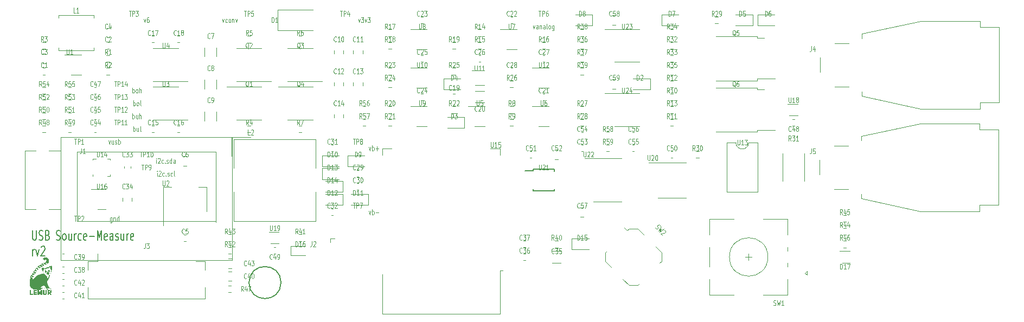
<source format=gbr>
G04 #@! TF.GenerationSoftware,KiCad,Pcbnew,7.0.2*
G04 #@! TF.CreationDate,2024-01-03T16:57:31-08:00*
G04 #@! TF.ProjectId,UsbSourceMeasure,55736253-6f75-4726-9365-4d6561737572,rev?*
G04 #@! TF.SameCoordinates,PX8f0d180PY7270e00*
G04 #@! TF.FileFunction,Legend,Top*
G04 #@! TF.FilePolarity,Positive*
%FSLAX46Y46*%
G04 Gerber Fmt 4.6, Leading zero omitted, Abs format (unit mm)*
G04 Created by KiCad (PCBNEW 7.0.2) date 2024-01-03 16:57:31*
%MOMM*%
%LPD*%
G01*
G04 APERTURE LIST*
%ADD10C,0.200000*%
%ADD11C,0.100000*%
%ADD12C,0.150000*%
%ADD13C,0.120000*%
G04 APERTURE END LIST*
D10*
X-63761905Y-1886428D02*
X-63761905Y-3100714D01*
X-63761905Y-3100714D02*
X-63714286Y-3243571D01*
X-63714286Y-3243571D02*
X-63666667Y-3315000D01*
X-63666667Y-3315000D02*
X-63571429Y-3386428D01*
X-63571429Y-3386428D02*
X-63380953Y-3386428D01*
X-63380953Y-3386428D02*
X-63285715Y-3315000D01*
X-63285715Y-3315000D02*
X-63238096Y-3243571D01*
X-63238096Y-3243571D02*
X-63190477Y-3100714D01*
X-63190477Y-3100714D02*
X-63190477Y-1886428D01*
X-62761905Y-3315000D02*
X-62619048Y-3386428D01*
X-62619048Y-3386428D02*
X-62380953Y-3386428D01*
X-62380953Y-3386428D02*
X-62285715Y-3315000D01*
X-62285715Y-3315000D02*
X-62238096Y-3243571D01*
X-62238096Y-3243571D02*
X-62190477Y-3100714D01*
X-62190477Y-3100714D02*
X-62190477Y-2957857D01*
X-62190477Y-2957857D02*
X-62238096Y-2815000D01*
X-62238096Y-2815000D02*
X-62285715Y-2743571D01*
X-62285715Y-2743571D02*
X-62380953Y-2672142D01*
X-62380953Y-2672142D02*
X-62571429Y-2600714D01*
X-62571429Y-2600714D02*
X-62666667Y-2529285D01*
X-62666667Y-2529285D02*
X-62714286Y-2457857D01*
X-62714286Y-2457857D02*
X-62761905Y-2315000D01*
X-62761905Y-2315000D02*
X-62761905Y-2172142D01*
X-62761905Y-2172142D02*
X-62714286Y-2029285D01*
X-62714286Y-2029285D02*
X-62666667Y-1957857D01*
X-62666667Y-1957857D02*
X-62571429Y-1886428D01*
X-62571429Y-1886428D02*
X-62333334Y-1886428D01*
X-62333334Y-1886428D02*
X-62190477Y-1957857D01*
X-61428572Y-2600714D02*
X-61285715Y-2672142D01*
X-61285715Y-2672142D02*
X-61238096Y-2743571D01*
X-61238096Y-2743571D02*
X-61190477Y-2886428D01*
X-61190477Y-2886428D02*
X-61190477Y-3100714D01*
X-61190477Y-3100714D02*
X-61238096Y-3243571D01*
X-61238096Y-3243571D02*
X-61285715Y-3315000D01*
X-61285715Y-3315000D02*
X-61380953Y-3386428D01*
X-61380953Y-3386428D02*
X-61761905Y-3386428D01*
X-61761905Y-3386428D02*
X-61761905Y-1886428D01*
X-61761905Y-1886428D02*
X-61428572Y-1886428D01*
X-61428572Y-1886428D02*
X-61333334Y-1957857D01*
X-61333334Y-1957857D02*
X-61285715Y-2029285D01*
X-61285715Y-2029285D02*
X-61238096Y-2172142D01*
X-61238096Y-2172142D02*
X-61238096Y-2315000D01*
X-61238096Y-2315000D02*
X-61285715Y-2457857D01*
X-61285715Y-2457857D02*
X-61333334Y-2529285D01*
X-61333334Y-2529285D02*
X-61428572Y-2600714D01*
X-61428572Y-2600714D02*
X-61761905Y-2600714D01*
X-60047619Y-3315000D02*
X-59904762Y-3386428D01*
X-59904762Y-3386428D02*
X-59666667Y-3386428D01*
X-59666667Y-3386428D02*
X-59571429Y-3315000D01*
X-59571429Y-3315000D02*
X-59523810Y-3243571D01*
X-59523810Y-3243571D02*
X-59476191Y-3100714D01*
X-59476191Y-3100714D02*
X-59476191Y-2957857D01*
X-59476191Y-2957857D02*
X-59523810Y-2815000D01*
X-59523810Y-2815000D02*
X-59571429Y-2743571D01*
X-59571429Y-2743571D02*
X-59666667Y-2672142D01*
X-59666667Y-2672142D02*
X-59857143Y-2600714D01*
X-59857143Y-2600714D02*
X-59952381Y-2529285D01*
X-59952381Y-2529285D02*
X-60000000Y-2457857D01*
X-60000000Y-2457857D02*
X-60047619Y-2315000D01*
X-60047619Y-2315000D02*
X-60047619Y-2172142D01*
X-60047619Y-2172142D02*
X-60000000Y-2029285D01*
X-60000000Y-2029285D02*
X-59952381Y-1957857D01*
X-59952381Y-1957857D02*
X-59857143Y-1886428D01*
X-59857143Y-1886428D02*
X-59619048Y-1886428D01*
X-59619048Y-1886428D02*
X-59476191Y-1957857D01*
X-58904762Y-3386428D02*
X-59000000Y-3315000D01*
X-59000000Y-3315000D02*
X-59047619Y-3243571D01*
X-59047619Y-3243571D02*
X-59095238Y-3100714D01*
X-59095238Y-3100714D02*
X-59095238Y-2672142D01*
X-59095238Y-2672142D02*
X-59047619Y-2529285D01*
X-59047619Y-2529285D02*
X-59000000Y-2457857D01*
X-59000000Y-2457857D02*
X-58904762Y-2386428D01*
X-58904762Y-2386428D02*
X-58761905Y-2386428D01*
X-58761905Y-2386428D02*
X-58666667Y-2457857D01*
X-58666667Y-2457857D02*
X-58619048Y-2529285D01*
X-58619048Y-2529285D02*
X-58571429Y-2672142D01*
X-58571429Y-2672142D02*
X-58571429Y-3100714D01*
X-58571429Y-3100714D02*
X-58619048Y-3243571D01*
X-58619048Y-3243571D02*
X-58666667Y-3315000D01*
X-58666667Y-3315000D02*
X-58761905Y-3386428D01*
X-58761905Y-3386428D02*
X-58904762Y-3386428D01*
X-57714286Y-2386428D02*
X-57714286Y-3386428D01*
X-58142857Y-2386428D02*
X-58142857Y-3172142D01*
X-58142857Y-3172142D02*
X-58095238Y-3315000D01*
X-58095238Y-3315000D02*
X-58000000Y-3386428D01*
X-58000000Y-3386428D02*
X-57857143Y-3386428D01*
X-57857143Y-3386428D02*
X-57761905Y-3315000D01*
X-57761905Y-3315000D02*
X-57714286Y-3243571D01*
X-57238095Y-3386428D02*
X-57238095Y-2386428D01*
X-57238095Y-2672142D02*
X-57190476Y-2529285D01*
X-57190476Y-2529285D02*
X-57142857Y-2457857D01*
X-57142857Y-2457857D02*
X-57047619Y-2386428D01*
X-57047619Y-2386428D02*
X-56952381Y-2386428D01*
X-56190476Y-3315000D02*
X-56285714Y-3386428D01*
X-56285714Y-3386428D02*
X-56476190Y-3386428D01*
X-56476190Y-3386428D02*
X-56571428Y-3315000D01*
X-56571428Y-3315000D02*
X-56619047Y-3243571D01*
X-56619047Y-3243571D02*
X-56666666Y-3100714D01*
X-56666666Y-3100714D02*
X-56666666Y-2672142D01*
X-56666666Y-2672142D02*
X-56619047Y-2529285D01*
X-56619047Y-2529285D02*
X-56571428Y-2457857D01*
X-56571428Y-2457857D02*
X-56476190Y-2386428D01*
X-56476190Y-2386428D02*
X-56285714Y-2386428D01*
X-56285714Y-2386428D02*
X-56190476Y-2457857D01*
X-55380952Y-3315000D02*
X-55476190Y-3386428D01*
X-55476190Y-3386428D02*
X-55666666Y-3386428D01*
X-55666666Y-3386428D02*
X-55761904Y-3315000D01*
X-55761904Y-3315000D02*
X-55809523Y-3172142D01*
X-55809523Y-3172142D02*
X-55809523Y-2600714D01*
X-55809523Y-2600714D02*
X-55761904Y-2457857D01*
X-55761904Y-2457857D02*
X-55666666Y-2386428D01*
X-55666666Y-2386428D02*
X-55476190Y-2386428D01*
X-55476190Y-2386428D02*
X-55380952Y-2457857D01*
X-55380952Y-2457857D02*
X-55333333Y-2600714D01*
X-55333333Y-2600714D02*
X-55333333Y-2743571D01*
X-55333333Y-2743571D02*
X-55809523Y-2886428D01*
X-54904761Y-2815000D02*
X-54142856Y-2815000D01*
X-53666666Y-3386428D02*
X-53666666Y-1886428D01*
X-53666666Y-1886428D02*
X-53333333Y-2957857D01*
X-53333333Y-2957857D02*
X-53000000Y-1886428D01*
X-53000000Y-1886428D02*
X-53000000Y-3386428D01*
X-52142857Y-3315000D02*
X-52238095Y-3386428D01*
X-52238095Y-3386428D02*
X-52428571Y-3386428D01*
X-52428571Y-3386428D02*
X-52523809Y-3315000D01*
X-52523809Y-3315000D02*
X-52571428Y-3172142D01*
X-52571428Y-3172142D02*
X-52571428Y-2600714D01*
X-52571428Y-2600714D02*
X-52523809Y-2457857D01*
X-52523809Y-2457857D02*
X-52428571Y-2386428D01*
X-52428571Y-2386428D02*
X-52238095Y-2386428D01*
X-52238095Y-2386428D02*
X-52142857Y-2457857D01*
X-52142857Y-2457857D02*
X-52095238Y-2600714D01*
X-52095238Y-2600714D02*
X-52095238Y-2743571D01*
X-52095238Y-2743571D02*
X-52571428Y-2886428D01*
X-51238095Y-3386428D02*
X-51238095Y-2600714D01*
X-51238095Y-2600714D02*
X-51285714Y-2457857D01*
X-51285714Y-2457857D02*
X-51380952Y-2386428D01*
X-51380952Y-2386428D02*
X-51571428Y-2386428D01*
X-51571428Y-2386428D02*
X-51666666Y-2457857D01*
X-51238095Y-3315000D02*
X-51333333Y-3386428D01*
X-51333333Y-3386428D02*
X-51571428Y-3386428D01*
X-51571428Y-3386428D02*
X-51666666Y-3315000D01*
X-51666666Y-3315000D02*
X-51714285Y-3172142D01*
X-51714285Y-3172142D02*
X-51714285Y-3029285D01*
X-51714285Y-3029285D02*
X-51666666Y-2886428D01*
X-51666666Y-2886428D02*
X-51571428Y-2815000D01*
X-51571428Y-2815000D02*
X-51333333Y-2815000D01*
X-51333333Y-2815000D02*
X-51238095Y-2743571D01*
X-50809523Y-3315000D02*
X-50714285Y-3386428D01*
X-50714285Y-3386428D02*
X-50523809Y-3386428D01*
X-50523809Y-3386428D02*
X-50428571Y-3315000D01*
X-50428571Y-3315000D02*
X-50380952Y-3172142D01*
X-50380952Y-3172142D02*
X-50380952Y-3100714D01*
X-50380952Y-3100714D02*
X-50428571Y-2957857D01*
X-50428571Y-2957857D02*
X-50523809Y-2886428D01*
X-50523809Y-2886428D02*
X-50666666Y-2886428D01*
X-50666666Y-2886428D02*
X-50761904Y-2815000D01*
X-50761904Y-2815000D02*
X-50809523Y-2672142D01*
X-50809523Y-2672142D02*
X-50809523Y-2600714D01*
X-50809523Y-2600714D02*
X-50761904Y-2457857D01*
X-50761904Y-2457857D02*
X-50666666Y-2386428D01*
X-50666666Y-2386428D02*
X-50523809Y-2386428D01*
X-50523809Y-2386428D02*
X-50428571Y-2457857D01*
X-49523809Y-2386428D02*
X-49523809Y-3386428D01*
X-49952380Y-2386428D02*
X-49952380Y-3172142D01*
X-49952380Y-3172142D02*
X-49904761Y-3315000D01*
X-49904761Y-3315000D02*
X-49809523Y-3386428D01*
X-49809523Y-3386428D02*
X-49666666Y-3386428D01*
X-49666666Y-3386428D02*
X-49571428Y-3315000D01*
X-49571428Y-3315000D02*
X-49523809Y-3243571D01*
X-49047618Y-3386428D02*
X-49047618Y-2386428D01*
X-49047618Y-2672142D02*
X-48999999Y-2529285D01*
X-48999999Y-2529285D02*
X-48952380Y-2457857D01*
X-48952380Y-2457857D02*
X-48857142Y-2386428D01*
X-48857142Y-2386428D02*
X-48761904Y-2386428D01*
X-48047618Y-3315000D02*
X-48142856Y-3386428D01*
X-48142856Y-3386428D02*
X-48333332Y-3386428D01*
X-48333332Y-3386428D02*
X-48428570Y-3315000D01*
X-48428570Y-3315000D02*
X-48476189Y-3172142D01*
X-48476189Y-3172142D02*
X-48476189Y-2600714D01*
X-48476189Y-2600714D02*
X-48428570Y-2457857D01*
X-48428570Y-2457857D02*
X-48333332Y-2386428D01*
X-48333332Y-2386428D02*
X-48142856Y-2386428D01*
X-48142856Y-2386428D02*
X-48047618Y-2457857D01*
X-48047618Y-2457857D02*
X-47999999Y-2600714D01*
X-47999999Y-2600714D02*
X-47999999Y-2743571D01*
X-47999999Y-2743571D02*
X-48476189Y-2886428D01*
X-63761905Y-5816428D02*
X-63761905Y-4816428D01*
X-63761905Y-5102142D02*
X-63714286Y-4959285D01*
X-63714286Y-4959285D02*
X-63666667Y-4887857D01*
X-63666667Y-4887857D02*
X-63571429Y-4816428D01*
X-63571429Y-4816428D02*
X-63476191Y-4816428D01*
X-63238095Y-4816428D02*
X-63000000Y-5816428D01*
X-63000000Y-5816428D02*
X-62761905Y-4816428D01*
X-62428571Y-4459285D02*
X-62380952Y-4387857D01*
X-62380952Y-4387857D02*
X-62285714Y-4316428D01*
X-62285714Y-4316428D02*
X-62047619Y-4316428D01*
X-62047619Y-4316428D02*
X-61952381Y-4387857D01*
X-61952381Y-4387857D02*
X-61904762Y-4459285D01*
X-61904762Y-4459285D02*
X-61857143Y-4602142D01*
X-61857143Y-4602142D02*
X-61857143Y-4745000D01*
X-61857143Y-4745000D02*
X-61904762Y-4959285D01*
X-61904762Y-4959285D02*
X-62476190Y-5816428D01*
X-62476190Y-5816428D02*
X-61857143Y-5816428D01*
D11*
X15257143Y8429905D02*
X15257143Y7782286D01*
X15257143Y7782286D02*
X15285714Y7706096D01*
X15285714Y7706096D02*
X15314286Y7668000D01*
X15314286Y7668000D02*
X15371428Y7629905D01*
X15371428Y7629905D02*
X15485714Y7629905D01*
X15485714Y7629905D02*
X15542857Y7668000D01*
X15542857Y7668000D02*
X15571428Y7706096D01*
X15571428Y7706096D02*
X15600000Y7782286D01*
X15600000Y7782286D02*
X15600000Y8429905D01*
X15857142Y8353715D02*
X15885714Y8391810D01*
X15885714Y8391810D02*
X15942857Y8429905D01*
X15942857Y8429905D02*
X16085714Y8429905D01*
X16085714Y8429905D02*
X16142857Y8391810D01*
X16142857Y8391810D02*
X16171428Y8353715D01*
X16171428Y8353715D02*
X16199999Y8277524D01*
X16199999Y8277524D02*
X16199999Y8201334D01*
X16199999Y8201334D02*
X16171428Y8087048D01*
X16171428Y8087048D02*
X15828571Y7629905D01*
X15828571Y7629905D02*
X16199999Y7629905D01*
X16771428Y7629905D02*
X16428571Y7629905D01*
X16600000Y7629905D02*
X16600000Y8429905D01*
X16600000Y8429905D02*
X16542857Y8315620D01*
X16542857Y8315620D02*
X16485714Y8239429D01*
X16485714Y8239429D02*
X16428571Y8201334D01*
X-26385715Y-6293904D02*
X-26414287Y-6332000D01*
X-26414287Y-6332000D02*
X-26500001Y-6370095D01*
X-26500001Y-6370095D02*
X-26557144Y-6370095D01*
X-26557144Y-6370095D02*
X-26642858Y-6332000D01*
X-26642858Y-6332000D02*
X-26700001Y-6255809D01*
X-26700001Y-6255809D02*
X-26728572Y-6179619D01*
X-26728572Y-6179619D02*
X-26757144Y-6027238D01*
X-26757144Y-6027238D02*
X-26757144Y-5912952D01*
X-26757144Y-5912952D02*
X-26728572Y-5760571D01*
X-26728572Y-5760571D02*
X-26700001Y-5684380D01*
X-26700001Y-5684380D02*
X-26642858Y-5608190D01*
X-26642858Y-5608190D02*
X-26557144Y-5570095D01*
X-26557144Y-5570095D02*
X-26500001Y-5570095D01*
X-26500001Y-5570095D02*
X-26414287Y-5608190D01*
X-26414287Y-5608190D02*
X-26385715Y-5646285D01*
X-25871429Y-5836761D02*
X-25871429Y-6370095D01*
X-26014287Y-5532000D02*
X-26157144Y-6103428D01*
X-26157144Y-6103428D02*
X-25785715Y-6103428D01*
X-25528572Y-6370095D02*
X-25414286Y-6370095D01*
X-25414286Y-6370095D02*
X-25357143Y-6332000D01*
X-25357143Y-6332000D02*
X-25328572Y-6293904D01*
X-25328572Y-6293904D02*
X-25271429Y-6179619D01*
X-25271429Y-6179619D02*
X-25242858Y-6027238D01*
X-25242858Y-6027238D02*
X-25242858Y-5722476D01*
X-25242858Y-5722476D02*
X-25271429Y-5646285D01*
X-25271429Y-5646285D02*
X-25300000Y-5608190D01*
X-25300000Y-5608190D02*
X-25357143Y-5570095D01*
X-25357143Y-5570095D02*
X-25471429Y-5570095D01*
X-25471429Y-5570095D02*
X-25528572Y-5608190D01*
X-25528572Y-5608190D02*
X-25557143Y-5646285D01*
X-25557143Y-5646285D02*
X-25585715Y-5722476D01*
X-25585715Y-5722476D02*
X-25585715Y-5912952D01*
X-25585715Y-5912952D02*
X-25557143Y-5989142D01*
X-25557143Y-5989142D02*
X-25528572Y-6027238D01*
X-25528572Y-6027238D02*
X-25471429Y-6065333D01*
X-25471429Y-6065333D02*
X-25357143Y-6065333D01*
X-25357143Y-6065333D02*
X-25300000Y-6027238D01*
X-25300000Y-6027238D02*
X-25271429Y-5989142D01*
X-25271429Y-5989142D02*
X-25242858Y-5912952D01*
X54614285Y13706096D02*
X54585713Y13668000D01*
X54585713Y13668000D02*
X54499999Y13629905D01*
X54499999Y13629905D02*
X54442856Y13629905D01*
X54442856Y13629905D02*
X54357142Y13668000D01*
X54357142Y13668000D02*
X54299999Y13744191D01*
X54299999Y13744191D02*
X54271428Y13820381D01*
X54271428Y13820381D02*
X54242856Y13972762D01*
X54242856Y13972762D02*
X54242856Y14087048D01*
X54242856Y14087048D02*
X54271428Y14239429D01*
X54271428Y14239429D02*
X54299999Y14315620D01*
X54299999Y14315620D02*
X54357142Y14391810D01*
X54357142Y14391810D02*
X54442856Y14429905D01*
X54442856Y14429905D02*
X54499999Y14429905D01*
X54499999Y14429905D02*
X54585713Y14391810D01*
X54585713Y14391810D02*
X54614285Y14353715D01*
X55128571Y14163239D02*
X55128571Y13629905D01*
X54985713Y14468000D02*
X54842856Y13896572D01*
X54842856Y13896572D02*
X55214285Y13896572D01*
X55528571Y14087048D02*
X55471428Y14125143D01*
X55471428Y14125143D02*
X55442857Y14163239D01*
X55442857Y14163239D02*
X55414285Y14239429D01*
X55414285Y14239429D02*
X55414285Y14277524D01*
X55414285Y14277524D02*
X55442857Y14353715D01*
X55442857Y14353715D02*
X55471428Y14391810D01*
X55471428Y14391810D02*
X55528571Y14429905D01*
X55528571Y14429905D02*
X55642857Y14429905D01*
X55642857Y14429905D02*
X55700000Y14391810D01*
X55700000Y14391810D02*
X55728571Y14353715D01*
X55728571Y14353715D02*
X55757142Y14277524D01*
X55757142Y14277524D02*
X55757142Y14239429D01*
X55757142Y14239429D02*
X55728571Y14163239D01*
X55728571Y14163239D02*
X55700000Y14125143D01*
X55700000Y14125143D02*
X55642857Y14087048D01*
X55642857Y14087048D02*
X55528571Y14087048D01*
X55528571Y14087048D02*
X55471428Y14048953D01*
X55471428Y14048953D02*
X55442857Y14010858D01*
X55442857Y14010858D02*
X55414285Y13934667D01*
X55414285Y13934667D02*
X55414285Y13782286D01*
X55414285Y13782286D02*
X55442857Y13706096D01*
X55442857Y13706096D02*
X55471428Y13668000D01*
X55471428Y13668000D02*
X55528571Y13629905D01*
X55528571Y13629905D02*
X55642857Y13629905D01*
X55642857Y13629905D02*
X55700000Y13668000D01*
X55700000Y13668000D02*
X55728571Y13706096D01*
X55728571Y13706096D02*
X55757142Y13782286D01*
X55757142Y13782286D02*
X55757142Y13934667D01*
X55757142Y13934667D02*
X55728571Y14010858D01*
X55728571Y14010858D02*
X55700000Y14048953D01*
X55700000Y14048953D02*
X55642857Y14087048D01*
X-26742857Y-1070095D02*
X-26742857Y-1717714D01*
X-26742857Y-1717714D02*
X-26714286Y-1793904D01*
X-26714286Y-1793904D02*
X-26685714Y-1832000D01*
X-26685714Y-1832000D02*
X-26628572Y-1870095D01*
X-26628572Y-1870095D02*
X-26514286Y-1870095D01*
X-26514286Y-1870095D02*
X-26457143Y-1832000D01*
X-26457143Y-1832000D02*
X-26428572Y-1793904D01*
X-26428572Y-1793904D02*
X-26400000Y-1717714D01*
X-26400000Y-1717714D02*
X-26400000Y-1070095D01*
X-25800001Y-1870095D02*
X-26142858Y-1870095D01*
X-25971429Y-1870095D02*
X-25971429Y-1070095D01*
X-25971429Y-1070095D02*
X-26028572Y-1184380D01*
X-26028572Y-1184380D02*
X-26085715Y-1260571D01*
X-26085715Y-1260571D02*
X-26142858Y-1298666D01*
X-25514286Y-1870095D02*
X-25400000Y-1870095D01*
X-25400000Y-1870095D02*
X-25342857Y-1832000D01*
X-25342857Y-1832000D02*
X-25314286Y-1793904D01*
X-25314286Y-1793904D02*
X-25257143Y-1679619D01*
X-25257143Y-1679619D02*
X-25228572Y-1527238D01*
X-25228572Y-1527238D02*
X-25228572Y-1222476D01*
X-25228572Y-1222476D02*
X-25257143Y-1146285D01*
X-25257143Y-1146285D02*
X-25285714Y-1108190D01*
X-25285714Y-1108190D02*
X-25342857Y-1070095D01*
X-25342857Y-1070095D02*
X-25457143Y-1070095D01*
X-25457143Y-1070095D02*
X-25514286Y-1108190D01*
X-25514286Y-1108190D02*
X-25542857Y-1146285D01*
X-25542857Y-1146285D02*
X-25571429Y-1222476D01*
X-25571429Y-1222476D02*
X-25571429Y-1412952D01*
X-25571429Y-1412952D02*
X-25542857Y-1489142D01*
X-25542857Y-1489142D02*
X-25514286Y-1527238D01*
X-25514286Y-1527238D02*
X-25457143Y-1565333D01*
X-25457143Y-1565333D02*
X-25342857Y-1565333D01*
X-25342857Y-1565333D02*
X-25285714Y-1527238D01*
X-25285714Y-1527238D02*
X-25257143Y-1489142D01*
X-25257143Y-1489142D02*
X-25228572Y-1412952D01*
X54257143Y18929905D02*
X54257143Y18282286D01*
X54257143Y18282286D02*
X54285714Y18206096D01*
X54285714Y18206096D02*
X54314286Y18168000D01*
X54314286Y18168000D02*
X54371428Y18129905D01*
X54371428Y18129905D02*
X54485714Y18129905D01*
X54485714Y18129905D02*
X54542857Y18168000D01*
X54542857Y18168000D02*
X54571428Y18206096D01*
X54571428Y18206096D02*
X54600000Y18282286D01*
X54600000Y18282286D02*
X54600000Y18929905D01*
X55199999Y18129905D02*
X54857142Y18129905D01*
X55028571Y18129905D02*
X55028571Y18929905D01*
X55028571Y18929905D02*
X54971428Y18815620D01*
X54971428Y18815620D02*
X54914285Y18739429D01*
X54914285Y18739429D02*
X54857142Y18701334D01*
X55542857Y18587048D02*
X55485714Y18625143D01*
X55485714Y18625143D02*
X55457143Y18663239D01*
X55457143Y18663239D02*
X55428571Y18739429D01*
X55428571Y18739429D02*
X55428571Y18777524D01*
X55428571Y18777524D02*
X55457143Y18853715D01*
X55457143Y18853715D02*
X55485714Y18891810D01*
X55485714Y18891810D02*
X55542857Y18929905D01*
X55542857Y18929905D02*
X55657143Y18929905D01*
X55657143Y18929905D02*
X55714286Y18891810D01*
X55714286Y18891810D02*
X55742857Y18853715D01*
X55742857Y18853715D02*
X55771428Y18777524D01*
X55771428Y18777524D02*
X55771428Y18739429D01*
X55771428Y18739429D02*
X55742857Y18663239D01*
X55742857Y18663239D02*
X55714286Y18625143D01*
X55714286Y18625143D02*
X55657143Y18587048D01*
X55657143Y18587048D02*
X55542857Y18587048D01*
X55542857Y18587048D02*
X55485714Y18548953D01*
X55485714Y18548953D02*
X55457143Y18510858D01*
X55457143Y18510858D02*
X55428571Y18434667D01*
X55428571Y18434667D02*
X55428571Y18282286D01*
X55428571Y18282286D02*
X55457143Y18206096D01*
X55457143Y18206096D02*
X55485714Y18168000D01*
X55485714Y18168000D02*
X55542857Y18129905D01*
X55542857Y18129905D02*
X55657143Y18129905D01*
X55657143Y18129905D02*
X55714286Y18168000D01*
X55714286Y18168000D02*
X55742857Y18206096D01*
X55742857Y18206096D02*
X55771428Y18282286D01*
X55771428Y18282286D02*
X55771428Y18434667D01*
X55771428Y18434667D02*
X55742857Y18510858D01*
X55742857Y18510858D02*
X55714286Y18548953D01*
X55714286Y18548953D02*
X55657143Y18587048D01*
X-12385715Y15629905D02*
X-12585715Y16010858D01*
X-12728572Y15629905D02*
X-12728572Y16429905D01*
X-12728572Y16429905D02*
X-12500001Y16429905D01*
X-12500001Y16429905D02*
X-12442858Y16391810D01*
X-12442858Y16391810D02*
X-12414287Y16353715D01*
X-12414287Y16353715D02*
X-12385715Y16277524D01*
X-12385715Y16277524D02*
X-12385715Y16163239D01*
X-12385715Y16163239D02*
X-12414287Y16087048D01*
X-12414287Y16087048D02*
X-12442858Y16048953D01*
X-12442858Y16048953D02*
X-12500001Y16010858D01*
X-12500001Y16010858D02*
X-12728572Y16010858D01*
X-11842858Y16429905D02*
X-12128572Y16429905D01*
X-12128572Y16429905D02*
X-12157144Y16048953D01*
X-12157144Y16048953D02*
X-12128572Y16087048D01*
X-12128572Y16087048D02*
X-12071429Y16125143D01*
X-12071429Y16125143D02*
X-11928572Y16125143D01*
X-11928572Y16125143D02*
X-11871429Y16087048D01*
X-11871429Y16087048D02*
X-11842858Y16048953D01*
X-11842858Y16048953D02*
X-11814287Y15972762D01*
X-11814287Y15972762D02*
X-11814287Y15782286D01*
X-11814287Y15782286D02*
X-11842858Y15706096D01*
X-11842858Y15706096D02*
X-11871429Y15668000D01*
X-11871429Y15668000D02*
X-11928572Y15629905D01*
X-11928572Y15629905D02*
X-12071429Y15629905D01*
X-12071429Y15629905D02*
X-12128572Y15668000D01*
X-12128572Y15668000D02*
X-12157144Y15706096D01*
X-11614286Y16429905D02*
X-11214286Y16429905D01*
X-11214286Y16429905D02*
X-11471429Y15629905D01*
X-12385715Y17629905D02*
X-12585715Y18010858D01*
X-12728572Y17629905D02*
X-12728572Y18429905D01*
X-12728572Y18429905D02*
X-12500001Y18429905D01*
X-12500001Y18429905D02*
X-12442858Y18391810D01*
X-12442858Y18391810D02*
X-12414287Y18353715D01*
X-12414287Y18353715D02*
X-12385715Y18277524D01*
X-12385715Y18277524D02*
X-12385715Y18163239D01*
X-12385715Y18163239D02*
X-12414287Y18087048D01*
X-12414287Y18087048D02*
X-12442858Y18048953D01*
X-12442858Y18048953D02*
X-12500001Y18010858D01*
X-12500001Y18010858D02*
X-12728572Y18010858D01*
X-11842858Y18429905D02*
X-12128572Y18429905D01*
X-12128572Y18429905D02*
X-12157144Y18048953D01*
X-12157144Y18048953D02*
X-12128572Y18087048D01*
X-12128572Y18087048D02*
X-12071429Y18125143D01*
X-12071429Y18125143D02*
X-11928572Y18125143D01*
X-11928572Y18125143D02*
X-11871429Y18087048D01*
X-11871429Y18087048D02*
X-11842858Y18048953D01*
X-11842858Y18048953D02*
X-11814287Y17972762D01*
X-11814287Y17972762D02*
X-11814287Y17782286D01*
X-11814287Y17782286D02*
X-11842858Y17706096D01*
X-11842858Y17706096D02*
X-11871429Y17668000D01*
X-11871429Y17668000D02*
X-11928572Y17629905D01*
X-11928572Y17629905D02*
X-12071429Y17629905D01*
X-12071429Y17629905D02*
X-12128572Y17668000D01*
X-12128572Y17668000D02*
X-12157144Y17706096D01*
X-11300000Y18429905D02*
X-11414286Y18429905D01*
X-11414286Y18429905D02*
X-11471429Y18391810D01*
X-11471429Y18391810D02*
X-11500000Y18353715D01*
X-11500000Y18353715D02*
X-11557143Y18239429D01*
X-11557143Y18239429D02*
X-11585715Y18087048D01*
X-11585715Y18087048D02*
X-11585715Y17782286D01*
X-11585715Y17782286D02*
X-11557143Y17706096D01*
X-11557143Y17706096D02*
X-11528572Y17668000D01*
X-11528572Y17668000D02*
X-11471429Y17629905D01*
X-11471429Y17629905D02*
X-11357143Y17629905D01*
X-11357143Y17629905D02*
X-11300000Y17668000D01*
X-11300000Y17668000D02*
X-11271429Y17706096D01*
X-11271429Y17706096D02*
X-11242858Y17782286D01*
X-11242858Y17782286D02*
X-11242858Y17972762D01*
X-11242858Y17972762D02*
X-11271429Y18048953D01*
X-11271429Y18048953D02*
X-11300000Y18087048D01*
X-11300000Y18087048D02*
X-11357143Y18125143D01*
X-11357143Y18125143D02*
X-11471429Y18125143D01*
X-11471429Y18125143D02*
X-11528572Y18087048D01*
X-11528572Y18087048D02*
X-11557143Y18048953D01*
X-11557143Y18048953D02*
X-11585715Y17972762D01*
X21271428Y-3370095D02*
X21271428Y-2570095D01*
X21271428Y-2570095D02*
X21414285Y-2570095D01*
X21414285Y-2570095D02*
X21499999Y-2608190D01*
X21499999Y-2608190D02*
X21557142Y-2684380D01*
X21557142Y-2684380D02*
X21585713Y-2760571D01*
X21585713Y-2760571D02*
X21614285Y-2912952D01*
X21614285Y-2912952D02*
X21614285Y-3027238D01*
X21614285Y-3027238D02*
X21585713Y-3179619D01*
X21585713Y-3179619D02*
X21557142Y-3255809D01*
X21557142Y-3255809D02*
X21499999Y-3332000D01*
X21499999Y-3332000D02*
X21414285Y-3370095D01*
X21414285Y-3370095D02*
X21271428Y-3370095D01*
X22185713Y-3370095D02*
X21842856Y-3370095D01*
X22014285Y-3370095D02*
X22014285Y-2570095D01*
X22014285Y-2570095D02*
X21957142Y-2684380D01*
X21957142Y-2684380D02*
X21899999Y-2760571D01*
X21899999Y-2760571D02*
X21842856Y-2798666D01*
X22728571Y-2570095D02*
X22442857Y-2570095D01*
X22442857Y-2570095D02*
X22414285Y-2951047D01*
X22414285Y-2951047D02*
X22442857Y-2912952D01*
X22442857Y-2912952D02*
X22500000Y-2874857D01*
X22500000Y-2874857D02*
X22642857Y-2874857D01*
X22642857Y-2874857D02*
X22700000Y-2912952D01*
X22700000Y-2912952D02*
X22728571Y-2951047D01*
X22728571Y-2951047D02*
X22757142Y-3027238D01*
X22757142Y-3027238D02*
X22757142Y-3217714D01*
X22757142Y-3217714D02*
X22728571Y-3293904D01*
X22728571Y-3293904D02*
X22700000Y-3332000D01*
X22700000Y-3332000D02*
X22642857Y-3370095D01*
X22642857Y-3370095D02*
X22500000Y-3370095D01*
X22500000Y-3370095D02*
X22442857Y-3332000D01*
X22442857Y-3332000D02*
X22414285Y-3293904D01*
X39614285Y10629905D02*
X39414285Y11010858D01*
X39271428Y10629905D02*
X39271428Y11429905D01*
X39271428Y11429905D02*
X39499999Y11429905D01*
X39499999Y11429905D02*
X39557142Y11391810D01*
X39557142Y11391810D02*
X39585713Y11353715D01*
X39585713Y11353715D02*
X39614285Y11277524D01*
X39614285Y11277524D02*
X39614285Y11163239D01*
X39614285Y11163239D02*
X39585713Y11087048D01*
X39585713Y11087048D02*
X39557142Y11048953D01*
X39557142Y11048953D02*
X39499999Y11010858D01*
X39499999Y11010858D02*
X39271428Y11010858D01*
X39814285Y11429905D02*
X40185713Y11429905D01*
X40185713Y11429905D02*
X39985713Y11125143D01*
X39985713Y11125143D02*
X40071428Y11125143D01*
X40071428Y11125143D02*
X40128571Y11087048D01*
X40128571Y11087048D02*
X40157142Y11048953D01*
X40157142Y11048953D02*
X40185713Y10972762D01*
X40185713Y10972762D02*
X40185713Y10782286D01*
X40185713Y10782286D02*
X40157142Y10706096D01*
X40157142Y10706096D02*
X40128571Y10668000D01*
X40128571Y10668000D02*
X40071428Y10629905D01*
X40071428Y10629905D02*
X39899999Y10629905D01*
X39899999Y10629905D02*
X39842856Y10668000D01*
X39842856Y10668000D02*
X39814285Y10706096D01*
X40557142Y11429905D02*
X40614285Y11429905D01*
X40614285Y11429905D02*
X40671428Y11391810D01*
X40671428Y11391810D02*
X40700000Y11353715D01*
X40700000Y11353715D02*
X40728571Y11277524D01*
X40728571Y11277524D02*
X40757142Y11125143D01*
X40757142Y11125143D02*
X40757142Y10934667D01*
X40757142Y10934667D02*
X40728571Y10782286D01*
X40728571Y10782286D02*
X40700000Y10706096D01*
X40700000Y10706096D02*
X40671428Y10668000D01*
X40671428Y10668000D02*
X40614285Y10629905D01*
X40614285Y10629905D02*
X40557142Y10629905D01*
X40557142Y10629905D02*
X40500000Y10668000D01*
X40500000Y10668000D02*
X40471428Y10706096D01*
X40471428Y10706096D02*
X40442857Y10782286D01*
X40442857Y10782286D02*
X40414285Y10934667D01*
X40414285Y10934667D02*
X40414285Y11125143D01*
X40414285Y11125143D02*
X40442857Y11277524D01*
X40442857Y11277524D02*
X40471428Y11353715D01*
X40471428Y11353715D02*
X40500000Y11391810D01*
X40500000Y11391810D02*
X40557142Y11429905D01*
X29614285Y13706096D02*
X29585713Y13668000D01*
X29585713Y13668000D02*
X29499999Y13629905D01*
X29499999Y13629905D02*
X29442856Y13629905D01*
X29442856Y13629905D02*
X29357142Y13668000D01*
X29357142Y13668000D02*
X29299999Y13744191D01*
X29299999Y13744191D02*
X29271428Y13820381D01*
X29271428Y13820381D02*
X29242856Y13972762D01*
X29242856Y13972762D02*
X29242856Y14087048D01*
X29242856Y14087048D02*
X29271428Y14239429D01*
X29271428Y14239429D02*
X29299999Y14315620D01*
X29299999Y14315620D02*
X29357142Y14391810D01*
X29357142Y14391810D02*
X29442856Y14429905D01*
X29442856Y14429905D02*
X29499999Y14429905D01*
X29499999Y14429905D02*
X29585713Y14391810D01*
X29585713Y14391810D02*
X29614285Y14353715D01*
X30157142Y14429905D02*
X29871428Y14429905D01*
X29871428Y14429905D02*
X29842856Y14048953D01*
X29842856Y14048953D02*
X29871428Y14087048D01*
X29871428Y14087048D02*
X29928571Y14125143D01*
X29928571Y14125143D02*
X30071428Y14125143D01*
X30071428Y14125143D02*
X30128571Y14087048D01*
X30128571Y14087048D02*
X30157142Y14048953D01*
X30157142Y14048953D02*
X30185713Y13972762D01*
X30185713Y13972762D02*
X30185713Y13782286D01*
X30185713Y13782286D02*
X30157142Y13706096D01*
X30157142Y13706096D02*
X30128571Y13668000D01*
X30128571Y13668000D02*
X30071428Y13629905D01*
X30071428Y13629905D02*
X29928571Y13629905D01*
X29928571Y13629905D02*
X29871428Y13668000D01*
X29871428Y13668000D02*
X29842856Y13706096D01*
X30700000Y14429905D02*
X30585714Y14429905D01*
X30585714Y14429905D02*
X30528571Y14391810D01*
X30528571Y14391810D02*
X30500000Y14353715D01*
X30500000Y14353715D02*
X30442857Y14239429D01*
X30442857Y14239429D02*
X30414285Y14087048D01*
X30414285Y14087048D02*
X30414285Y13782286D01*
X30414285Y13782286D02*
X30442857Y13706096D01*
X30442857Y13706096D02*
X30471428Y13668000D01*
X30471428Y13668000D02*
X30528571Y13629905D01*
X30528571Y13629905D02*
X30642857Y13629905D01*
X30642857Y13629905D02*
X30700000Y13668000D01*
X30700000Y13668000D02*
X30728571Y13706096D01*
X30728571Y13706096D02*
X30757142Y13782286D01*
X30757142Y13782286D02*
X30757142Y13972762D01*
X30757142Y13972762D02*
X30728571Y14048953D01*
X30728571Y14048953D02*
X30700000Y14087048D01*
X30700000Y14087048D02*
X30642857Y14125143D01*
X30642857Y14125143D02*
X30528571Y14125143D01*
X30528571Y14125143D02*
X30471428Y14087048D01*
X30471428Y14087048D02*
X30442857Y14048953D01*
X30442857Y14048953D02*
X30414285Y13972762D01*
X-3457143Y18429905D02*
X-3457143Y17782286D01*
X-3457143Y17782286D02*
X-3428572Y17706096D01*
X-3428572Y17706096D02*
X-3400000Y17668000D01*
X-3400000Y17668000D02*
X-3342858Y17629905D01*
X-3342858Y17629905D02*
X-3228572Y17629905D01*
X-3228572Y17629905D02*
X-3171429Y17668000D01*
X-3171429Y17668000D02*
X-3142858Y17706096D01*
X-3142858Y17706096D02*
X-3114286Y17782286D01*
X-3114286Y17782286D02*
X-3114286Y18429905D01*
X-2800001Y17629905D02*
X-2685715Y17629905D01*
X-2685715Y17629905D02*
X-2628572Y17668000D01*
X-2628572Y17668000D02*
X-2600001Y17706096D01*
X-2600001Y17706096D02*
X-2542858Y17820381D01*
X-2542858Y17820381D02*
X-2514287Y17972762D01*
X-2514287Y17972762D02*
X-2514287Y18277524D01*
X-2514287Y18277524D02*
X-2542858Y18353715D01*
X-2542858Y18353715D02*
X-2571429Y18391810D01*
X-2571429Y18391810D02*
X-2628572Y18429905D01*
X-2628572Y18429905D02*
X-2742858Y18429905D01*
X-2742858Y18429905D02*
X-2800001Y18391810D01*
X-2800001Y18391810D02*
X-2828572Y18353715D01*
X-2828572Y18353715D02*
X-2857144Y18277524D01*
X-2857144Y18277524D02*
X-2857144Y18087048D01*
X-2857144Y18087048D02*
X-2828572Y18010858D01*
X-2828572Y18010858D02*
X-2800001Y17972762D01*
X-2800001Y17972762D02*
X-2742858Y17934667D01*
X-2742858Y17934667D02*
X-2628572Y17934667D01*
X-2628572Y17934667D02*
X-2571429Y17972762D01*
X-2571429Y17972762D02*
X-2542858Y18010858D01*
X-2542858Y18010858D02*
X-2514287Y18087048D01*
X-56885715Y-12293904D02*
X-56914287Y-12332000D01*
X-56914287Y-12332000D02*
X-57000001Y-12370095D01*
X-57000001Y-12370095D02*
X-57057144Y-12370095D01*
X-57057144Y-12370095D02*
X-57142858Y-12332000D01*
X-57142858Y-12332000D02*
X-57200001Y-12255809D01*
X-57200001Y-12255809D02*
X-57228572Y-12179619D01*
X-57228572Y-12179619D02*
X-57257144Y-12027238D01*
X-57257144Y-12027238D02*
X-57257144Y-11912952D01*
X-57257144Y-11912952D02*
X-57228572Y-11760571D01*
X-57228572Y-11760571D02*
X-57200001Y-11684380D01*
X-57200001Y-11684380D02*
X-57142858Y-11608190D01*
X-57142858Y-11608190D02*
X-57057144Y-11570095D01*
X-57057144Y-11570095D02*
X-57000001Y-11570095D01*
X-57000001Y-11570095D02*
X-56914287Y-11608190D01*
X-56914287Y-11608190D02*
X-56885715Y-11646285D01*
X-56371429Y-11836761D02*
X-56371429Y-12370095D01*
X-56514287Y-11532000D02*
X-56657144Y-12103428D01*
X-56657144Y-12103428D02*
X-56285715Y-12103428D01*
X-55742858Y-12370095D02*
X-56085715Y-12370095D01*
X-55914286Y-12370095D02*
X-55914286Y-11570095D01*
X-55914286Y-11570095D02*
X-55971429Y-11684380D01*
X-55971429Y-11684380D02*
X-56028572Y-11760571D01*
X-56028572Y-11760571D02*
X-56085715Y-11798666D01*
X26614285Y31706096D02*
X26585713Y31668000D01*
X26585713Y31668000D02*
X26499999Y31629905D01*
X26499999Y31629905D02*
X26442856Y31629905D01*
X26442856Y31629905D02*
X26357142Y31668000D01*
X26357142Y31668000D02*
X26299999Y31744191D01*
X26299999Y31744191D02*
X26271428Y31820381D01*
X26271428Y31820381D02*
X26242856Y31972762D01*
X26242856Y31972762D02*
X26242856Y32087048D01*
X26242856Y32087048D02*
X26271428Y32239429D01*
X26271428Y32239429D02*
X26299999Y32315620D01*
X26299999Y32315620D02*
X26357142Y32391810D01*
X26357142Y32391810D02*
X26442856Y32429905D01*
X26442856Y32429905D02*
X26499999Y32429905D01*
X26499999Y32429905D02*
X26585713Y32391810D01*
X26585713Y32391810D02*
X26614285Y32353715D01*
X27157142Y32429905D02*
X26871428Y32429905D01*
X26871428Y32429905D02*
X26842856Y32048953D01*
X26842856Y32048953D02*
X26871428Y32087048D01*
X26871428Y32087048D02*
X26928571Y32125143D01*
X26928571Y32125143D02*
X27071428Y32125143D01*
X27071428Y32125143D02*
X27128571Y32087048D01*
X27128571Y32087048D02*
X27157142Y32048953D01*
X27157142Y32048953D02*
X27185713Y31972762D01*
X27185713Y31972762D02*
X27185713Y31782286D01*
X27185713Y31782286D02*
X27157142Y31706096D01*
X27157142Y31706096D02*
X27128571Y31668000D01*
X27128571Y31668000D02*
X27071428Y31629905D01*
X27071428Y31629905D02*
X26928571Y31629905D01*
X26928571Y31629905D02*
X26871428Y31668000D01*
X26871428Y31668000D02*
X26842856Y31706096D01*
X27528571Y32087048D02*
X27471428Y32125143D01*
X27471428Y32125143D02*
X27442857Y32163239D01*
X27442857Y32163239D02*
X27414285Y32239429D01*
X27414285Y32239429D02*
X27414285Y32277524D01*
X27414285Y32277524D02*
X27442857Y32353715D01*
X27442857Y32353715D02*
X27471428Y32391810D01*
X27471428Y32391810D02*
X27528571Y32429905D01*
X27528571Y32429905D02*
X27642857Y32429905D01*
X27642857Y32429905D02*
X27700000Y32391810D01*
X27700000Y32391810D02*
X27728571Y32353715D01*
X27728571Y32353715D02*
X27757142Y32277524D01*
X27757142Y32277524D02*
X27757142Y32239429D01*
X27757142Y32239429D02*
X27728571Y32163239D01*
X27728571Y32163239D02*
X27700000Y32125143D01*
X27700000Y32125143D02*
X27642857Y32087048D01*
X27642857Y32087048D02*
X27528571Y32087048D01*
X27528571Y32087048D02*
X27471428Y32048953D01*
X27471428Y32048953D02*
X27442857Y32010858D01*
X27442857Y32010858D02*
X27414285Y31934667D01*
X27414285Y31934667D02*
X27414285Y31782286D01*
X27414285Y31782286D02*
X27442857Y31706096D01*
X27442857Y31706096D02*
X27471428Y31668000D01*
X27471428Y31668000D02*
X27528571Y31629905D01*
X27528571Y31629905D02*
X27642857Y31629905D01*
X27642857Y31629905D02*
X27700000Y31668000D01*
X27700000Y31668000D02*
X27728571Y31706096D01*
X27728571Y31706096D02*
X27757142Y31782286D01*
X27757142Y31782286D02*
X27757142Y31934667D01*
X27757142Y31934667D02*
X27728571Y32010858D01*
X27728571Y32010858D02*
X27700000Y32048953D01*
X27700000Y32048953D02*
X27642857Y32087048D01*
X-62385715Y18629905D02*
X-62585715Y19010858D01*
X-62728572Y18629905D02*
X-62728572Y19429905D01*
X-62728572Y19429905D02*
X-62500001Y19429905D01*
X-62500001Y19429905D02*
X-62442858Y19391810D01*
X-62442858Y19391810D02*
X-62414287Y19353715D01*
X-62414287Y19353715D02*
X-62385715Y19277524D01*
X-62385715Y19277524D02*
X-62385715Y19163239D01*
X-62385715Y19163239D02*
X-62414287Y19087048D01*
X-62414287Y19087048D02*
X-62442858Y19048953D01*
X-62442858Y19048953D02*
X-62500001Y19010858D01*
X-62500001Y19010858D02*
X-62728572Y19010858D01*
X-61842858Y19429905D02*
X-62128572Y19429905D01*
X-62128572Y19429905D02*
X-62157144Y19048953D01*
X-62157144Y19048953D02*
X-62128572Y19087048D01*
X-62128572Y19087048D02*
X-62071429Y19125143D01*
X-62071429Y19125143D02*
X-61928572Y19125143D01*
X-61928572Y19125143D02*
X-61871429Y19087048D01*
X-61871429Y19087048D02*
X-61842858Y19048953D01*
X-61842858Y19048953D02*
X-61814287Y18972762D01*
X-61814287Y18972762D02*
X-61814287Y18782286D01*
X-61814287Y18782286D02*
X-61842858Y18706096D01*
X-61842858Y18706096D02*
X-61871429Y18668000D01*
X-61871429Y18668000D02*
X-61928572Y18629905D01*
X-61928572Y18629905D02*
X-62071429Y18629905D01*
X-62071429Y18629905D02*
X-62128572Y18668000D01*
X-62128572Y18668000D02*
X-62157144Y18706096D01*
X-61585715Y19353715D02*
X-61557143Y19391810D01*
X-61557143Y19391810D02*
X-61500000Y19429905D01*
X-61500000Y19429905D02*
X-61357143Y19429905D01*
X-61357143Y19429905D02*
X-61300000Y19391810D01*
X-61300000Y19391810D02*
X-61271429Y19353715D01*
X-61271429Y19353715D02*
X-61242858Y19277524D01*
X-61242858Y19277524D02*
X-61242858Y19201334D01*
X-61242858Y19201334D02*
X-61271429Y19087048D01*
X-61271429Y19087048D02*
X-61614286Y18629905D01*
X-61614286Y18629905D02*
X-61242858Y18629905D01*
X-54385715Y14706096D02*
X-54414287Y14668000D01*
X-54414287Y14668000D02*
X-54500001Y14629905D01*
X-54500001Y14629905D02*
X-54557144Y14629905D01*
X-54557144Y14629905D02*
X-54642858Y14668000D01*
X-54642858Y14668000D02*
X-54700001Y14744191D01*
X-54700001Y14744191D02*
X-54728572Y14820381D01*
X-54728572Y14820381D02*
X-54757144Y14972762D01*
X-54757144Y14972762D02*
X-54757144Y15087048D01*
X-54757144Y15087048D02*
X-54728572Y15239429D01*
X-54728572Y15239429D02*
X-54700001Y15315620D01*
X-54700001Y15315620D02*
X-54642858Y15391810D01*
X-54642858Y15391810D02*
X-54557144Y15429905D01*
X-54557144Y15429905D02*
X-54500001Y15429905D01*
X-54500001Y15429905D02*
X-54414287Y15391810D01*
X-54414287Y15391810D02*
X-54385715Y15353715D01*
X-53871429Y15163239D02*
X-53871429Y14629905D01*
X-54014287Y15468000D02*
X-54157144Y14896572D01*
X-54157144Y14896572D02*
X-53785715Y14896572D01*
X-53300000Y15163239D02*
X-53300000Y14629905D01*
X-53442858Y15468000D02*
X-53585715Y14896572D01*
X-53585715Y14896572D02*
X-53214286Y14896572D01*
X35614285Y27629905D02*
X35414285Y28010858D01*
X35271428Y27629905D02*
X35271428Y28429905D01*
X35271428Y28429905D02*
X35499999Y28429905D01*
X35499999Y28429905D02*
X35557142Y28391810D01*
X35557142Y28391810D02*
X35585713Y28353715D01*
X35585713Y28353715D02*
X35614285Y28277524D01*
X35614285Y28277524D02*
X35614285Y28163239D01*
X35614285Y28163239D02*
X35585713Y28087048D01*
X35585713Y28087048D02*
X35557142Y28048953D01*
X35557142Y28048953D02*
X35499999Y28010858D01*
X35499999Y28010858D02*
X35271428Y28010858D01*
X35814285Y28429905D02*
X36185713Y28429905D01*
X36185713Y28429905D02*
X35985713Y28125143D01*
X35985713Y28125143D02*
X36071428Y28125143D01*
X36071428Y28125143D02*
X36128571Y28087048D01*
X36128571Y28087048D02*
X36157142Y28048953D01*
X36157142Y28048953D02*
X36185713Y27972762D01*
X36185713Y27972762D02*
X36185713Y27782286D01*
X36185713Y27782286D02*
X36157142Y27706096D01*
X36157142Y27706096D02*
X36128571Y27668000D01*
X36128571Y27668000D02*
X36071428Y27629905D01*
X36071428Y27629905D02*
X35899999Y27629905D01*
X35899999Y27629905D02*
X35842856Y27668000D01*
X35842856Y27668000D02*
X35814285Y27706096D01*
X36414285Y28353715D02*
X36442857Y28391810D01*
X36442857Y28391810D02*
X36500000Y28429905D01*
X36500000Y28429905D02*
X36642857Y28429905D01*
X36642857Y28429905D02*
X36700000Y28391810D01*
X36700000Y28391810D02*
X36728571Y28353715D01*
X36728571Y28353715D02*
X36757142Y28277524D01*
X36757142Y28277524D02*
X36757142Y28201334D01*
X36757142Y28201334D02*
X36728571Y28087048D01*
X36728571Y28087048D02*
X36385714Y27629905D01*
X36385714Y27629905D02*
X36757142Y27629905D01*
X-17728572Y3629905D02*
X-17728572Y4429905D01*
X-17728572Y4429905D02*
X-17585715Y4429905D01*
X-17585715Y4429905D02*
X-17500001Y4391810D01*
X-17500001Y4391810D02*
X-17442858Y4315620D01*
X-17442858Y4315620D02*
X-17414287Y4239429D01*
X-17414287Y4239429D02*
X-17385715Y4087048D01*
X-17385715Y4087048D02*
X-17385715Y3972762D01*
X-17385715Y3972762D02*
X-17414287Y3820381D01*
X-17414287Y3820381D02*
X-17442858Y3744191D01*
X-17442858Y3744191D02*
X-17500001Y3668000D01*
X-17500001Y3668000D02*
X-17585715Y3629905D01*
X-17585715Y3629905D02*
X-17728572Y3629905D01*
X-16814287Y3629905D02*
X-17157144Y3629905D01*
X-16985715Y3629905D02*
X-16985715Y4429905D01*
X-16985715Y4429905D02*
X-17042858Y4315620D01*
X-17042858Y4315620D02*
X-17100001Y4239429D01*
X-17100001Y4239429D02*
X-17157144Y4201334D01*
X-16585715Y4353715D02*
X-16557143Y4391810D01*
X-16557143Y4391810D02*
X-16500000Y4429905D01*
X-16500000Y4429905D02*
X-16357143Y4429905D01*
X-16357143Y4429905D02*
X-16300000Y4391810D01*
X-16300000Y4391810D02*
X-16271429Y4353715D01*
X-16271429Y4353715D02*
X-16242858Y4277524D01*
X-16242858Y4277524D02*
X-16242858Y4201334D01*
X-16242858Y4201334D02*
X-16271429Y4087048D01*
X-16271429Y4087048D02*
X-16614286Y3629905D01*
X-16614286Y3629905D02*
X-16242858Y3629905D01*
X10900000Y17629905D02*
X10700000Y18010858D01*
X10557143Y17629905D02*
X10557143Y18429905D01*
X10557143Y18429905D02*
X10785714Y18429905D01*
X10785714Y18429905D02*
X10842857Y18391810D01*
X10842857Y18391810D02*
X10871428Y18353715D01*
X10871428Y18353715D02*
X10900000Y18277524D01*
X10900000Y18277524D02*
X10900000Y18163239D01*
X10900000Y18163239D02*
X10871428Y18087048D01*
X10871428Y18087048D02*
X10842857Y18048953D01*
X10842857Y18048953D02*
X10785714Y18010858D01*
X10785714Y18010858D02*
X10557143Y18010858D01*
X11242857Y18087048D02*
X11185714Y18125143D01*
X11185714Y18125143D02*
X11157143Y18163239D01*
X11157143Y18163239D02*
X11128571Y18239429D01*
X11128571Y18239429D02*
X11128571Y18277524D01*
X11128571Y18277524D02*
X11157143Y18353715D01*
X11157143Y18353715D02*
X11185714Y18391810D01*
X11185714Y18391810D02*
X11242857Y18429905D01*
X11242857Y18429905D02*
X11357143Y18429905D01*
X11357143Y18429905D02*
X11414286Y18391810D01*
X11414286Y18391810D02*
X11442857Y18353715D01*
X11442857Y18353715D02*
X11471428Y18277524D01*
X11471428Y18277524D02*
X11471428Y18239429D01*
X11471428Y18239429D02*
X11442857Y18163239D01*
X11442857Y18163239D02*
X11414286Y18125143D01*
X11414286Y18125143D02*
X11357143Y18087048D01*
X11357143Y18087048D02*
X11242857Y18087048D01*
X11242857Y18087048D02*
X11185714Y18048953D01*
X11185714Y18048953D02*
X11157143Y18010858D01*
X11157143Y18010858D02*
X11128571Y17934667D01*
X11128571Y17934667D02*
X11128571Y17782286D01*
X11128571Y17782286D02*
X11157143Y17706096D01*
X11157143Y17706096D02*
X11185714Y17668000D01*
X11185714Y17668000D02*
X11242857Y17629905D01*
X11242857Y17629905D02*
X11357143Y17629905D01*
X11357143Y17629905D02*
X11414286Y17668000D01*
X11414286Y17668000D02*
X11442857Y17706096D01*
X11442857Y17706096D02*
X11471428Y17782286D01*
X11471428Y17782286D02*
X11471428Y17934667D01*
X11471428Y17934667D02*
X11442857Y18010858D01*
X11442857Y18010858D02*
X11414286Y18048953D01*
X11414286Y18048953D02*
X11357143Y18087048D01*
X35614285Y21629905D02*
X35414285Y22010858D01*
X35271428Y21629905D02*
X35271428Y22429905D01*
X35271428Y22429905D02*
X35499999Y22429905D01*
X35499999Y22429905D02*
X35557142Y22391810D01*
X35557142Y22391810D02*
X35585713Y22353715D01*
X35585713Y22353715D02*
X35614285Y22277524D01*
X35614285Y22277524D02*
X35614285Y22163239D01*
X35614285Y22163239D02*
X35585713Y22087048D01*
X35585713Y22087048D02*
X35557142Y22048953D01*
X35557142Y22048953D02*
X35499999Y22010858D01*
X35499999Y22010858D02*
X35271428Y22010858D01*
X36185713Y21629905D02*
X35842856Y21629905D01*
X36014285Y21629905D02*
X36014285Y22429905D01*
X36014285Y22429905D02*
X35957142Y22315620D01*
X35957142Y22315620D02*
X35899999Y22239429D01*
X35899999Y22239429D02*
X35842856Y22201334D01*
X36414285Y22353715D02*
X36442857Y22391810D01*
X36442857Y22391810D02*
X36500000Y22429905D01*
X36500000Y22429905D02*
X36642857Y22429905D01*
X36642857Y22429905D02*
X36700000Y22391810D01*
X36700000Y22391810D02*
X36728571Y22353715D01*
X36728571Y22353715D02*
X36757142Y22277524D01*
X36757142Y22277524D02*
X36757142Y22201334D01*
X36757142Y22201334D02*
X36728571Y22087048D01*
X36728571Y22087048D02*
X36385714Y21629905D01*
X36385714Y21629905D02*
X36757142Y21629905D01*
X-3385715Y25706096D02*
X-3414287Y25668000D01*
X-3414287Y25668000D02*
X-3500001Y25629905D01*
X-3500001Y25629905D02*
X-3557144Y25629905D01*
X-3557144Y25629905D02*
X-3642858Y25668000D01*
X-3642858Y25668000D02*
X-3700001Y25744191D01*
X-3700001Y25744191D02*
X-3728572Y25820381D01*
X-3728572Y25820381D02*
X-3757144Y25972762D01*
X-3757144Y25972762D02*
X-3757144Y26087048D01*
X-3757144Y26087048D02*
X-3728572Y26239429D01*
X-3728572Y26239429D02*
X-3700001Y26315620D01*
X-3700001Y26315620D02*
X-3642858Y26391810D01*
X-3642858Y26391810D02*
X-3557144Y26429905D01*
X-3557144Y26429905D02*
X-3500001Y26429905D01*
X-3500001Y26429905D02*
X-3414287Y26391810D01*
X-3414287Y26391810D02*
X-3385715Y26353715D01*
X-3157144Y26353715D02*
X-3128572Y26391810D01*
X-3128572Y26391810D02*
X-3071429Y26429905D01*
X-3071429Y26429905D02*
X-2928572Y26429905D01*
X-2928572Y26429905D02*
X-2871429Y26391810D01*
X-2871429Y26391810D02*
X-2842858Y26353715D01*
X-2842858Y26353715D02*
X-2814287Y26277524D01*
X-2814287Y26277524D02*
X-2814287Y26201334D01*
X-2814287Y26201334D02*
X-2842858Y26087048D01*
X-2842858Y26087048D02*
X-3185715Y25629905D01*
X-3185715Y25629905D02*
X-2814287Y25629905D01*
X-2271429Y26429905D02*
X-2557143Y26429905D01*
X-2557143Y26429905D02*
X-2585715Y26048953D01*
X-2585715Y26048953D02*
X-2557143Y26087048D01*
X-2557143Y26087048D02*
X-2500000Y26125143D01*
X-2500000Y26125143D02*
X-2357143Y26125143D01*
X-2357143Y26125143D02*
X-2300000Y26087048D01*
X-2300000Y26087048D02*
X-2271429Y26048953D01*
X-2271429Y26048953D02*
X-2242858Y25972762D01*
X-2242858Y25972762D02*
X-2242858Y25782286D01*
X-2242858Y25782286D02*
X-2271429Y25706096D01*
X-2271429Y25706096D02*
X-2300000Y25668000D01*
X-2300000Y25668000D02*
X-2357143Y25629905D01*
X-2357143Y25629905D02*
X-2500000Y25629905D01*
X-2500000Y25629905D02*
X-2557143Y25668000D01*
X-2557143Y25668000D02*
X-2585715Y25706096D01*
X-3457143Y30429905D02*
X-3457143Y29782286D01*
X-3457143Y29782286D02*
X-3428572Y29706096D01*
X-3428572Y29706096D02*
X-3400000Y29668000D01*
X-3400000Y29668000D02*
X-3342858Y29629905D01*
X-3342858Y29629905D02*
X-3228572Y29629905D01*
X-3228572Y29629905D02*
X-3171429Y29668000D01*
X-3171429Y29668000D02*
X-3142858Y29706096D01*
X-3142858Y29706096D02*
X-3114286Y29782286D01*
X-3114286Y29782286D02*
X-3114286Y30429905D01*
X-2742858Y30087048D02*
X-2800001Y30125143D01*
X-2800001Y30125143D02*
X-2828572Y30163239D01*
X-2828572Y30163239D02*
X-2857144Y30239429D01*
X-2857144Y30239429D02*
X-2857144Y30277524D01*
X-2857144Y30277524D02*
X-2828572Y30353715D01*
X-2828572Y30353715D02*
X-2800001Y30391810D01*
X-2800001Y30391810D02*
X-2742858Y30429905D01*
X-2742858Y30429905D02*
X-2628572Y30429905D01*
X-2628572Y30429905D02*
X-2571429Y30391810D01*
X-2571429Y30391810D02*
X-2542858Y30353715D01*
X-2542858Y30353715D02*
X-2514287Y30277524D01*
X-2514287Y30277524D02*
X-2514287Y30239429D01*
X-2514287Y30239429D02*
X-2542858Y30163239D01*
X-2542858Y30163239D02*
X-2571429Y30125143D01*
X-2571429Y30125143D02*
X-2628572Y30087048D01*
X-2628572Y30087048D02*
X-2742858Y30087048D01*
X-2742858Y30087048D02*
X-2800001Y30048953D01*
X-2800001Y30048953D02*
X-2828572Y30010858D01*
X-2828572Y30010858D02*
X-2857144Y29934667D01*
X-2857144Y29934667D02*
X-2857144Y29782286D01*
X-2857144Y29782286D02*
X-2828572Y29706096D01*
X-2828572Y29706096D02*
X-2800001Y29668000D01*
X-2800001Y29668000D02*
X-2742858Y29629905D01*
X-2742858Y29629905D02*
X-2628572Y29629905D01*
X-2628572Y29629905D02*
X-2571429Y29668000D01*
X-2571429Y29668000D02*
X-2542858Y29706096D01*
X-2542858Y29706096D02*
X-2514287Y29782286D01*
X-2514287Y29782286D02*
X-2514287Y29934667D01*
X-2514287Y29934667D02*
X-2542858Y30010858D01*
X-2542858Y30010858D02*
X-2571429Y30048953D01*
X-2571429Y30048953D02*
X-2628572Y30087048D01*
X21557143Y31629905D02*
X21557143Y32429905D01*
X21557143Y32429905D02*
X21700000Y32429905D01*
X21700000Y32429905D02*
X21785714Y32391810D01*
X21785714Y32391810D02*
X21842857Y32315620D01*
X21842857Y32315620D02*
X21871428Y32239429D01*
X21871428Y32239429D02*
X21900000Y32087048D01*
X21900000Y32087048D02*
X21900000Y31972762D01*
X21900000Y31972762D02*
X21871428Y31820381D01*
X21871428Y31820381D02*
X21842857Y31744191D01*
X21842857Y31744191D02*
X21785714Y31668000D01*
X21785714Y31668000D02*
X21700000Y31629905D01*
X21700000Y31629905D02*
X21557143Y31629905D01*
X22242857Y32087048D02*
X22185714Y32125143D01*
X22185714Y32125143D02*
X22157143Y32163239D01*
X22157143Y32163239D02*
X22128571Y32239429D01*
X22128571Y32239429D02*
X22128571Y32277524D01*
X22128571Y32277524D02*
X22157143Y32353715D01*
X22157143Y32353715D02*
X22185714Y32391810D01*
X22185714Y32391810D02*
X22242857Y32429905D01*
X22242857Y32429905D02*
X22357143Y32429905D01*
X22357143Y32429905D02*
X22414286Y32391810D01*
X22414286Y32391810D02*
X22442857Y32353715D01*
X22442857Y32353715D02*
X22471428Y32277524D01*
X22471428Y32277524D02*
X22471428Y32239429D01*
X22471428Y32239429D02*
X22442857Y32163239D01*
X22442857Y32163239D02*
X22414286Y32125143D01*
X22414286Y32125143D02*
X22357143Y32087048D01*
X22357143Y32087048D02*
X22242857Y32087048D01*
X22242857Y32087048D02*
X22185714Y32048953D01*
X22185714Y32048953D02*
X22157143Y32010858D01*
X22157143Y32010858D02*
X22128571Y31934667D01*
X22128571Y31934667D02*
X22128571Y31782286D01*
X22128571Y31782286D02*
X22157143Y31706096D01*
X22157143Y31706096D02*
X22185714Y31668000D01*
X22185714Y31668000D02*
X22242857Y31629905D01*
X22242857Y31629905D02*
X22357143Y31629905D01*
X22357143Y31629905D02*
X22414286Y31668000D01*
X22414286Y31668000D02*
X22442857Y31706096D01*
X22442857Y31706096D02*
X22471428Y31782286D01*
X22471428Y31782286D02*
X22471428Y31934667D01*
X22471428Y31934667D02*
X22442857Y32010858D01*
X22442857Y32010858D02*
X22414286Y32048953D01*
X22414286Y32048953D02*
X22357143Y32087048D01*
X10614285Y21629905D02*
X10414285Y22010858D01*
X10271428Y21629905D02*
X10271428Y22429905D01*
X10271428Y22429905D02*
X10499999Y22429905D01*
X10499999Y22429905D02*
X10557142Y22391810D01*
X10557142Y22391810D02*
X10585713Y22353715D01*
X10585713Y22353715D02*
X10614285Y22277524D01*
X10614285Y22277524D02*
X10614285Y22163239D01*
X10614285Y22163239D02*
X10585713Y22087048D01*
X10585713Y22087048D02*
X10557142Y22048953D01*
X10557142Y22048953D02*
X10499999Y22010858D01*
X10499999Y22010858D02*
X10271428Y22010858D01*
X10842856Y22353715D02*
X10871428Y22391810D01*
X10871428Y22391810D02*
X10928571Y22429905D01*
X10928571Y22429905D02*
X11071428Y22429905D01*
X11071428Y22429905D02*
X11128571Y22391810D01*
X11128571Y22391810D02*
X11157142Y22353715D01*
X11157142Y22353715D02*
X11185713Y22277524D01*
X11185713Y22277524D02*
X11185713Y22201334D01*
X11185713Y22201334D02*
X11157142Y22087048D01*
X11157142Y22087048D02*
X10814285Y21629905D01*
X10814285Y21629905D02*
X11185713Y21629905D01*
X11700000Y22429905D02*
X11585714Y22429905D01*
X11585714Y22429905D02*
X11528571Y22391810D01*
X11528571Y22391810D02*
X11500000Y22353715D01*
X11500000Y22353715D02*
X11442857Y22239429D01*
X11442857Y22239429D02*
X11414285Y22087048D01*
X11414285Y22087048D02*
X11414285Y21782286D01*
X11414285Y21782286D02*
X11442857Y21706096D01*
X11442857Y21706096D02*
X11471428Y21668000D01*
X11471428Y21668000D02*
X11528571Y21629905D01*
X11528571Y21629905D02*
X11642857Y21629905D01*
X11642857Y21629905D02*
X11700000Y21668000D01*
X11700000Y21668000D02*
X11728571Y21706096D01*
X11728571Y21706096D02*
X11757142Y21782286D01*
X11757142Y21782286D02*
X11757142Y21972762D01*
X11757142Y21972762D02*
X11728571Y22048953D01*
X11728571Y22048953D02*
X11700000Y22087048D01*
X11700000Y22087048D02*
X11642857Y22125143D01*
X11642857Y22125143D02*
X11528571Y22125143D01*
X11528571Y22125143D02*
X11471428Y22087048D01*
X11471428Y22087048D02*
X11442857Y22048953D01*
X11442857Y22048953D02*
X11414285Y21972762D01*
X5614285Y16856096D02*
X5585713Y16818000D01*
X5585713Y16818000D02*
X5499999Y16779905D01*
X5499999Y16779905D02*
X5442856Y16779905D01*
X5442856Y16779905D02*
X5357142Y16818000D01*
X5357142Y16818000D02*
X5299999Y16894191D01*
X5299999Y16894191D02*
X5271428Y16970381D01*
X5271428Y16970381D02*
X5242856Y17122762D01*
X5242856Y17122762D02*
X5242856Y17237048D01*
X5242856Y17237048D02*
X5271428Y17389429D01*
X5271428Y17389429D02*
X5299999Y17465620D01*
X5299999Y17465620D02*
X5357142Y17541810D01*
X5357142Y17541810D02*
X5442856Y17579905D01*
X5442856Y17579905D02*
X5499999Y17579905D01*
X5499999Y17579905D02*
X5585713Y17541810D01*
X5585713Y17541810D02*
X5614285Y17503715D01*
X5842856Y17503715D02*
X5871428Y17541810D01*
X5871428Y17541810D02*
X5928571Y17579905D01*
X5928571Y17579905D02*
X6071428Y17579905D01*
X6071428Y17579905D02*
X6128571Y17541810D01*
X6128571Y17541810D02*
X6157142Y17503715D01*
X6157142Y17503715D02*
X6185713Y17427524D01*
X6185713Y17427524D02*
X6185713Y17351334D01*
X6185713Y17351334D02*
X6157142Y17237048D01*
X6157142Y17237048D02*
X5814285Y16779905D01*
X5814285Y16779905D02*
X6185713Y16779905D01*
X6557142Y17579905D02*
X6614285Y17579905D01*
X6614285Y17579905D02*
X6671428Y17541810D01*
X6671428Y17541810D02*
X6700000Y17503715D01*
X6700000Y17503715D02*
X6728571Y17427524D01*
X6728571Y17427524D02*
X6757142Y17275143D01*
X6757142Y17275143D02*
X6757142Y17084667D01*
X6757142Y17084667D02*
X6728571Y16932286D01*
X6728571Y16932286D02*
X6700000Y16856096D01*
X6700000Y16856096D02*
X6671428Y16818000D01*
X6671428Y16818000D02*
X6614285Y16779905D01*
X6614285Y16779905D02*
X6557142Y16779905D01*
X6557142Y16779905D02*
X6500000Y16818000D01*
X6500000Y16818000D02*
X6471428Y16856096D01*
X6471428Y16856096D02*
X6442857Y16932286D01*
X6442857Y16932286D02*
X6414285Y17084667D01*
X6414285Y17084667D02*
X6414285Y17275143D01*
X6414285Y17275143D02*
X6442857Y17427524D01*
X6442857Y17427524D02*
X6471428Y17503715D01*
X6471428Y17503715D02*
X6500000Y17541810D01*
X6500000Y17541810D02*
X6557142Y17579905D01*
X-43457143Y27429905D02*
X-43457143Y26782286D01*
X-43457143Y26782286D02*
X-43428572Y26706096D01*
X-43428572Y26706096D02*
X-43400000Y26668000D01*
X-43400000Y26668000D02*
X-43342858Y26629905D01*
X-43342858Y26629905D02*
X-43228572Y26629905D01*
X-43228572Y26629905D02*
X-43171429Y26668000D01*
X-43171429Y26668000D02*
X-43142858Y26706096D01*
X-43142858Y26706096D02*
X-43114286Y26782286D01*
X-43114286Y26782286D02*
X-43114286Y27429905D01*
X-42571429Y27163239D02*
X-42571429Y26629905D01*
X-42714287Y27468000D02*
X-42857144Y26896572D01*
X-42857144Y26896572D02*
X-42485715Y26896572D01*
X1614285Y27629905D02*
X1414285Y28010858D01*
X1271428Y27629905D02*
X1271428Y28429905D01*
X1271428Y28429905D02*
X1499999Y28429905D01*
X1499999Y28429905D02*
X1557142Y28391810D01*
X1557142Y28391810D02*
X1585713Y28353715D01*
X1585713Y28353715D02*
X1614285Y28277524D01*
X1614285Y28277524D02*
X1614285Y28163239D01*
X1614285Y28163239D02*
X1585713Y28087048D01*
X1585713Y28087048D02*
X1557142Y28048953D01*
X1557142Y28048953D02*
X1499999Y28010858D01*
X1499999Y28010858D02*
X1271428Y28010858D01*
X2185713Y27629905D02*
X1842856Y27629905D01*
X2014285Y27629905D02*
X2014285Y28429905D01*
X2014285Y28429905D02*
X1957142Y28315620D01*
X1957142Y28315620D02*
X1899999Y28239429D01*
X1899999Y28239429D02*
X1842856Y28201334D01*
X2471428Y27629905D02*
X2585714Y27629905D01*
X2585714Y27629905D02*
X2642857Y27668000D01*
X2642857Y27668000D02*
X2671428Y27706096D01*
X2671428Y27706096D02*
X2728571Y27820381D01*
X2728571Y27820381D02*
X2757142Y27972762D01*
X2757142Y27972762D02*
X2757142Y28277524D01*
X2757142Y28277524D02*
X2728571Y28353715D01*
X2728571Y28353715D02*
X2700000Y28391810D01*
X2700000Y28391810D02*
X2642857Y28429905D01*
X2642857Y28429905D02*
X2528571Y28429905D01*
X2528571Y28429905D02*
X2471428Y28391810D01*
X2471428Y28391810D02*
X2442857Y28353715D01*
X2442857Y28353715D02*
X2414285Y28277524D01*
X2414285Y28277524D02*
X2414285Y28087048D01*
X2414285Y28087048D02*
X2442857Y28010858D01*
X2442857Y28010858D02*
X2471428Y27972762D01*
X2471428Y27972762D02*
X2528571Y27934667D01*
X2528571Y27934667D02*
X2642857Y27934667D01*
X2642857Y27934667D02*
X2700000Y27972762D01*
X2700000Y27972762D02*
X2728571Y28010858D01*
X2728571Y28010858D02*
X2757142Y28087048D01*
X-8385715Y29629905D02*
X-8585715Y30010858D01*
X-8728572Y29629905D02*
X-8728572Y30429905D01*
X-8728572Y30429905D02*
X-8500001Y30429905D01*
X-8500001Y30429905D02*
X-8442858Y30391810D01*
X-8442858Y30391810D02*
X-8414287Y30353715D01*
X-8414287Y30353715D02*
X-8385715Y30277524D01*
X-8385715Y30277524D02*
X-8385715Y30163239D01*
X-8385715Y30163239D02*
X-8414287Y30087048D01*
X-8414287Y30087048D02*
X-8442858Y30048953D01*
X-8442858Y30048953D02*
X-8500001Y30010858D01*
X-8500001Y30010858D02*
X-8728572Y30010858D01*
X-7814287Y29629905D02*
X-8157144Y29629905D01*
X-7985715Y29629905D02*
X-7985715Y30429905D01*
X-7985715Y30429905D02*
X-8042858Y30315620D01*
X-8042858Y30315620D02*
X-8100001Y30239429D01*
X-8100001Y30239429D02*
X-8157144Y30201334D01*
X-7614286Y30429905D02*
X-7214286Y30429905D01*
X-7214286Y30429905D02*
X-7471429Y29629905D01*
X35557143Y31629905D02*
X35557143Y32429905D01*
X35557143Y32429905D02*
X35700000Y32429905D01*
X35700000Y32429905D02*
X35785714Y32391810D01*
X35785714Y32391810D02*
X35842857Y32315620D01*
X35842857Y32315620D02*
X35871428Y32239429D01*
X35871428Y32239429D02*
X35900000Y32087048D01*
X35900000Y32087048D02*
X35900000Y31972762D01*
X35900000Y31972762D02*
X35871428Y31820381D01*
X35871428Y31820381D02*
X35842857Y31744191D01*
X35842857Y31744191D02*
X35785714Y31668000D01*
X35785714Y31668000D02*
X35700000Y31629905D01*
X35700000Y31629905D02*
X35557143Y31629905D01*
X36100000Y32429905D02*
X36500000Y32429905D01*
X36500000Y32429905D02*
X36242857Y31629905D01*
X62614285Y-3370095D02*
X62414285Y-2989142D01*
X62271428Y-3370095D02*
X62271428Y-2570095D01*
X62271428Y-2570095D02*
X62499999Y-2570095D01*
X62499999Y-2570095D02*
X62557142Y-2608190D01*
X62557142Y-2608190D02*
X62585713Y-2646285D01*
X62585713Y-2646285D02*
X62614285Y-2722476D01*
X62614285Y-2722476D02*
X62614285Y-2836761D01*
X62614285Y-2836761D02*
X62585713Y-2912952D01*
X62585713Y-2912952D02*
X62557142Y-2951047D01*
X62557142Y-2951047D02*
X62499999Y-2989142D01*
X62499999Y-2989142D02*
X62271428Y-2989142D01*
X63128571Y-2836761D02*
X63128571Y-3370095D01*
X62985713Y-2532000D02*
X62842856Y-3103428D01*
X62842856Y-3103428D02*
X63214285Y-3103428D01*
X63700000Y-2570095D02*
X63585714Y-2570095D01*
X63585714Y-2570095D02*
X63528571Y-2608190D01*
X63528571Y-2608190D02*
X63500000Y-2646285D01*
X63500000Y-2646285D02*
X63442857Y-2760571D01*
X63442857Y-2760571D02*
X63414285Y-2912952D01*
X63414285Y-2912952D02*
X63414285Y-3217714D01*
X63414285Y-3217714D02*
X63442857Y-3293904D01*
X63442857Y-3293904D02*
X63471428Y-3332000D01*
X63471428Y-3332000D02*
X63528571Y-3370095D01*
X63528571Y-3370095D02*
X63642857Y-3370095D01*
X63642857Y-3370095D02*
X63700000Y-3332000D01*
X63700000Y-3332000D02*
X63728571Y-3293904D01*
X63728571Y-3293904D02*
X63757142Y-3217714D01*
X63757142Y-3217714D02*
X63757142Y-3027238D01*
X63757142Y-3027238D02*
X63728571Y-2951047D01*
X63728571Y-2951047D02*
X63700000Y-2912952D01*
X63700000Y-2912952D02*
X63642857Y-2874857D01*
X63642857Y-2874857D02*
X63528571Y-2874857D01*
X63528571Y-2874857D02*
X63471428Y-2912952D01*
X63471428Y-2912952D02*
X63442857Y-2951047D01*
X63442857Y-2951047D02*
X63414285Y-3027238D01*
X-30757144Y32429905D02*
X-30414286Y32429905D01*
X-30585715Y31629905D02*
X-30585715Y32429905D01*
X-30214286Y31629905D02*
X-30214286Y32429905D01*
X-30214286Y32429905D02*
X-29985715Y32429905D01*
X-29985715Y32429905D02*
X-29928572Y32391810D01*
X-29928572Y32391810D02*
X-29900001Y32353715D01*
X-29900001Y32353715D02*
X-29871429Y32277524D01*
X-29871429Y32277524D02*
X-29871429Y32163239D01*
X-29871429Y32163239D02*
X-29900001Y32087048D01*
X-29900001Y32087048D02*
X-29928572Y32048953D01*
X-29928572Y32048953D02*
X-29985715Y32010858D01*
X-29985715Y32010858D02*
X-30214286Y32010858D01*
X-29328572Y32429905D02*
X-29614286Y32429905D01*
X-29614286Y32429905D02*
X-29642858Y32048953D01*
X-29642858Y32048953D02*
X-29614286Y32087048D01*
X-29614286Y32087048D02*
X-29557143Y32125143D01*
X-29557143Y32125143D02*
X-29414286Y32125143D01*
X-29414286Y32125143D02*
X-29357143Y32087048D01*
X-29357143Y32087048D02*
X-29328572Y32048953D01*
X-29328572Y32048953D02*
X-29300001Y31972762D01*
X-29300001Y31972762D02*
X-29300001Y31782286D01*
X-29300001Y31782286D02*
X-29328572Y31706096D01*
X-29328572Y31706096D02*
X-29357143Y31668000D01*
X-29357143Y31668000D02*
X-29414286Y31629905D01*
X-29414286Y31629905D02*
X-29557143Y31629905D01*
X-29557143Y31629905D02*
X-29614286Y31668000D01*
X-29614286Y31668000D02*
X-29642858Y31706096D01*
X-34171429Y31163239D02*
X-34028572Y30629905D01*
X-34028572Y30629905D02*
X-33885715Y31163239D01*
X-33400000Y30668000D02*
X-33457143Y30629905D01*
X-33457143Y30629905D02*
X-33571429Y30629905D01*
X-33571429Y30629905D02*
X-33628572Y30668000D01*
X-33628572Y30668000D02*
X-33657143Y30706096D01*
X-33657143Y30706096D02*
X-33685715Y30782286D01*
X-33685715Y30782286D02*
X-33685715Y31010858D01*
X-33685715Y31010858D02*
X-33657143Y31087048D01*
X-33657143Y31087048D02*
X-33628572Y31125143D01*
X-33628572Y31125143D02*
X-33571429Y31163239D01*
X-33571429Y31163239D02*
X-33457143Y31163239D01*
X-33457143Y31163239D02*
X-33400000Y31125143D01*
X-33057143Y30629905D02*
X-33114286Y30668000D01*
X-33114286Y30668000D02*
X-33142857Y30706096D01*
X-33142857Y30706096D02*
X-33171429Y30782286D01*
X-33171429Y30782286D02*
X-33171429Y31010858D01*
X-33171429Y31010858D02*
X-33142857Y31087048D01*
X-33142857Y31087048D02*
X-33114286Y31125143D01*
X-33114286Y31125143D02*
X-33057143Y31163239D01*
X-33057143Y31163239D02*
X-32971429Y31163239D01*
X-32971429Y31163239D02*
X-32914286Y31125143D01*
X-32914286Y31125143D02*
X-32885714Y31087048D01*
X-32885714Y31087048D02*
X-32857143Y31010858D01*
X-32857143Y31010858D02*
X-32857143Y30782286D01*
X-32857143Y30782286D02*
X-32885714Y30706096D01*
X-32885714Y30706096D02*
X-32914286Y30668000D01*
X-32914286Y30668000D02*
X-32971429Y30629905D01*
X-32971429Y30629905D02*
X-33057143Y30629905D01*
X-32600000Y31163239D02*
X-32600000Y30629905D01*
X-32600000Y31087048D02*
X-32571429Y31125143D01*
X-32571429Y31125143D02*
X-32514286Y31163239D01*
X-32514286Y31163239D02*
X-32428572Y31163239D01*
X-32428572Y31163239D02*
X-32371429Y31125143D01*
X-32371429Y31125143D02*
X-32342857Y31048953D01*
X-32342857Y31048953D02*
X-32342857Y30629905D01*
X-32114286Y31163239D02*
X-31971429Y30629905D01*
X-31971429Y30629905D02*
X-31828572Y31163239D01*
X-43457143Y21429905D02*
X-43457143Y20782286D01*
X-43457143Y20782286D02*
X-43428572Y20706096D01*
X-43428572Y20706096D02*
X-43400000Y20668000D01*
X-43400000Y20668000D02*
X-43342858Y20629905D01*
X-43342858Y20629905D02*
X-43228572Y20629905D01*
X-43228572Y20629905D02*
X-43171429Y20668000D01*
X-43171429Y20668000D02*
X-43142858Y20706096D01*
X-43142858Y20706096D02*
X-43114286Y20782286D01*
X-43114286Y20782286D02*
X-43114286Y21429905D01*
X-42885715Y21429905D02*
X-42514287Y21429905D01*
X-42514287Y21429905D02*
X-42714287Y21125143D01*
X-42714287Y21125143D02*
X-42628572Y21125143D01*
X-42628572Y21125143D02*
X-42571429Y21087048D01*
X-42571429Y21087048D02*
X-42542858Y21048953D01*
X-42542858Y21048953D02*
X-42514287Y20972762D01*
X-42514287Y20972762D02*
X-42514287Y20782286D01*
X-42514287Y20782286D02*
X-42542858Y20706096D01*
X-42542858Y20706096D02*
X-42571429Y20668000D01*
X-42571429Y20668000D02*
X-42628572Y20629905D01*
X-42628572Y20629905D02*
X-42800001Y20629905D01*
X-42800001Y20629905D02*
X-42857144Y20668000D01*
X-42857144Y20668000D02*
X-42885715Y20706096D01*
X1614285Y23629905D02*
X1414285Y24010858D01*
X1271428Y23629905D02*
X1271428Y24429905D01*
X1271428Y24429905D02*
X1499999Y24429905D01*
X1499999Y24429905D02*
X1557142Y24391810D01*
X1557142Y24391810D02*
X1585713Y24353715D01*
X1585713Y24353715D02*
X1614285Y24277524D01*
X1614285Y24277524D02*
X1614285Y24163239D01*
X1614285Y24163239D02*
X1585713Y24087048D01*
X1585713Y24087048D02*
X1557142Y24048953D01*
X1557142Y24048953D02*
X1499999Y24010858D01*
X1499999Y24010858D02*
X1271428Y24010858D01*
X1842856Y24353715D02*
X1871428Y24391810D01*
X1871428Y24391810D02*
X1928571Y24429905D01*
X1928571Y24429905D02*
X2071428Y24429905D01*
X2071428Y24429905D02*
X2128571Y24391810D01*
X2128571Y24391810D02*
X2157142Y24353715D01*
X2157142Y24353715D02*
X2185713Y24277524D01*
X2185713Y24277524D02*
X2185713Y24201334D01*
X2185713Y24201334D02*
X2157142Y24087048D01*
X2157142Y24087048D02*
X1814285Y23629905D01*
X1814285Y23629905D02*
X2185713Y23629905D01*
X2728571Y24429905D02*
X2442857Y24429905D01*
X2442857Y24429905D02*
X2414285Y24048953D01*
X2414285Y24048953D02*
X2442857Y24087048D01*
X2442857Y24087048D02*
X2500000Y24125143D01*
X2500000Y24125143D02*
X2642857Y24125143D01*
X2642857Y24125143D02*
X2700000Y24087048D01*
X2700000Y24087048D02*
X2728571Y24048953D01*
X2728571Y24048953D02*
X2757142Y23972762D01*
X2757142Y23972762D02*
X2757142Y23782286D01*
X2757142Y23782286D02*
X2728571Y23706096D01*
X2728571Y23706096D02*
X2700000Y23668000D01*
X2700000Y23668000D02*
X2642857Y23629905D01*
X2642857Y23629905D02*
X2500000Y23629905D01*
X2500000Y23629905D02*
X2442857Y23668000D01*
X2442857Y23668000D02*
X2414285Y23706096D01*
X-30057143Y26553715D02*
X-30114286Y26591810D01*
X-30114286Y26591810D02*
X-30171429Y26668000D01*
X-30171429Y26668000D02*
X-30257143Y26782286D01*
X-30257143Y26782286D02*
X-30314286Y26820381D01*
X-30314286Y26820381D02*
X-30371429Y26820381D01*
X-30342858Y26629905D02*
X-30400000Y26668000D01*
X-30400000Y26668000D02*
X-30457143Y26744191D01*
X-30457143Y26744191D02*
X-30485715Y26896572D01*
X-30485715Y26896572D02*
X-30485715Y27163239D01*
X-30485715Y27163239D02*
X-30457143Y27315620D01*
X-30457143Y27315620D02*
X-30400000Y27391810D01*
X-30400000Y27391810D02*
X-30342858Y27429905D01*
X-30342858Y27429905D02*
X-30228572Y27429905D01*
X-30228572Y27429905D02*
X-30171429Y27391810D01*
X-30171429Y27391810D02*
X-30114286Y27315620D01*
X-30114286Y27315620D02*
X-30085715Y27163239D01*
X-30085715Y27163239D02*
X-30085715Y26896572D01*
X-30085715Y26896572D02*
X-30114286Y26744191D01*
X-30114286Y26744191D02*
X-30171429Y26668000D01*
X-30171429Y26668000D02*
X-30228572Y26629905D01*
X-30228572Y26629905D02*
X-30342858Y26629905D01*
X-29857144Y27353715D02*
X-29828572Y27391810D01*
X-29828572Y27391810D02*
X-29771429Y27429905D01*
X-29771429Y27429905D02*
X-29628572Y27429905D01*
X-29628572Y27429905D02*
X-29571429Y27391810D01*
X-29571429Y27391810D02*
X-29542858Y27353715D01*
X-29542858Y27353715D02*
X-29514287Y27277524D01*
X-29514287Y27277524D02*
X-29514287Y27201334D01*
X-29514287Y27201334D02*
X-29542858Y27087048D01*
X-29542858Y27087048D02*
X-29885715Y26629905D01*
X-29885715Y26629905D02*
X-29514287Y26629905D01*
X12614285Y-5293904D02*
X12585713Y-5332000D01*
X12585713Y-5332000D02*
X12499999Y-5370095D01*
X12499999Y-5370095D02*
X12442856Y-5370095D01*
X12442856Y-5370095D02*
X12357142Y-5332000D01*
X12357142Y-5332000D02*
X12299999Y-5255809D01*
X12299999Y-5255809D02*
X12271428Y-5179619D01*
X12271428Y-5179619D02*
X12242856Y-5027238D01*
X12242856Y-5027238D02*
X12242856Y-4912952D01*
X12242856Y-4912952D02*
X12271428Y-4760571D01*
X12271428Y-4760571D02*
X12299999Y-4684380D01*
X12299999Y-4684380D02*
X12357142Y-4608190D01*
X12357142Y-4608190D02*
X12442856Y-4570095D01*
X12442856Y-4570095D02*
X12499999Y-4570095D01*
X12499999Y-4570095D02*
X12585713Y-4608190D01*
X12585713Y-4608190D02*
X12614285Y-4646285D01*
X12814285Y-4570095D02*
X13185713Y-4570095D01*
X13185713Y-4570095D02*
X12985713Y-4874857D01*
X12985713Y-4874857D02*
X13071428Y-4874857D01*
X13071428Y-4874857D02*
X13128571Y-4912952D01*
X13128571Y-4912952D02*
X13157142Y-4951047D01*
X13157142Y-4951047D02*
X13185713Y-5027238D01*
X13185713Y-5027238D02*
X13185713Y-5217714D01*
X13185713Y-5217714D02*
X13157142Y-5293904D01*
X13157142Y-5293904D02*
X13128571Y-5332000D01*
X13128571Y-5332000D02*
X13071428Y-5370095D01*
X13071428Y-5370095D02*
X12899999Y-5370095D01*
X12899999Y-5370095D02*
X12842856Y-5332000D01*
X12842856Y-5332000D02*
X12814285Y-5293904D01*
X13700000Y-4570095D02*
X13585714Y-4570095D01*
X13585714Y-4570095D02*
X13528571Y-4608190D01*
X13528571Y-4608190D02*
X13500000Y-4646285D01*
X13500000Y-4646285D02*
X13442857Y-4760571D01*
X13442857Y-4760571D02*
X13414285Y-4912952D01*
X13414285Y-4912952D02*
X13414285Y-5217714D01*
X13414285Y-5217714D02*
X13442857Y-5293904D01*
X13442857Y-5293904D02*
X13471428Y-5332000D01*
X13471428Y-5332000D02*
X13528571Y-5370095D01*
X13528571Y-5370095D02*
X13642857Y-5370095D01*
X13642857Y-5370095D02*
X13700000Y-5332000D01*
X13700000Y-5332000D02*
X13728571Y-5293904D01*
X13728571Y-5293904D02*
X13757142Y-5217714D01*
X13757142Y-5217714D02*
X13757142Y-5027238D01*
X13757142Y-5027238D02*
X13728571Y-4951047D01*
X13728571Y-4951047D02*
X13700000Y-4912952D01*
X13700000Y-4912952D02*
X13642857Y-4874857D01*
X13642857Y-4874857D02*
X13528571Y-4874857D01*
X13528571Y-4874857D02*
X13471428Y-4912952D01*
X13471428Y-4912952D02*
X13442857Y-4951047D01*
X13442857Y-4951047D02*
X13414285Y-5027238D01*
X-62100000Y23706096D02*
X-62128572Y23668000D01*
X-62128572Y23668000D02*
X-62214286Y23629905D01*
X-62214286Y23629905D02*
X-62271429Y23629905D01*
X-62271429Y23629905D02*
X-62357143Y23668000D01*
X-62357143Y23668000D02*
X-62414286Y23744191D01*
X-62414286Y23744191D02*
X-62442857Y23820381D01*
X-62442857Y23820381D02*
X-62471429Y23972762D01*
X-62471429Y23972762D02*
X-62471429Y24087048D01*
X-62471429Y24087048D02*
X-62442857Y24239429D01*
X-62442857Y24239429D02*
X-62414286Y24315620D01*
X-62414286Y24315620D02*
X-62357143Y24391810D01*
X-62357143Y24391810D02*
X-62271429Y24429905D01*
X-62271429Y24429905D02*
X-62214286Y24429905D01*
X-62214286Y24429905D02*
X-62128572Y24391810D01*
X-62128572Y24391810D02*
X-62100000Y24353715D01*
X-61528572Y23629905D02*
X-61871429Y23629905D01*
X-61700000Y23629905D02*
X-61700000Y24429905D01*
X-61700000Y24429905D02*
X-61757143Y24315620D01*
X-61757143Y24315620D02*
X-61814286Y24239429D01*
X-61814286Y24239429D02*
X-61871429Y24201334D01*
X-49385715Y4706096D02*
X-49414287Y4668000D01*
X-49414287Y4668000D02*
X-49500001Y4629905D01*
X-49500001Y4629905D02*
X-49557144Y4629905D01*
X-49557144Y4629905D02*
X-49642858Y4668000D01*
X-49642858Y4668000D02*
X-49700001Y4744191D01*
X-49700001Y4744191D02*
X-49728572Y4820381D01*
X-49728572Y4820381D02*
X-49757144Y4972762D01*
X-49757144Y4972762D02*
X-49757144Y5087048D01*
X-49757144Y5087048D02*
X-49728572Y5239429D01*
X-49728572Y5239429D02*
X-49700001Y5315620D01*
X-49700001Y5315620D02*
X-49642858Y5391810D01*
X-49642858Y5391810D02*
X-49557144Y5429905D01*
X-49557144Y5429905D02*
X-49500001Y5429905D01*
X-49500001Y5429905D02*
X-49414287Y5391810D01*
X-49414287Y5391810D02*
X-49385715Y5353715D01*
X-49185715Y5429905D02*
X-48814287Y5429905D01*
X-48814287Y5429905D02*
X-49014287Y5125143D01*
X-49014287Y5125143D02*
X-48928572Y5125143D01*
X-48928572Y5125143D02*
X-48871429Y5087048D01*
X-48871429Y5087048D02*
X-48842858Y5048953D01*
X-48842858Y5048953D02*
X-48814287Y4972762D01*
X-48814287Y4972762D02*
X-48814287Y4782286D01*
X-48814287Y4782286D02*
X-48842858Y4706096D01*
X-48842858Y4706096D02*
X-48871429Y4668000D01*
X-48871429Y4668000D02*
X-48928572Y4629905D01*
X-48928572Y4629905D02*
X-49100001Y4629905D01*
X-49100001Y4629905D02*
X-49157144Y4668000D01*
X-49157144Y4668000D02*
X-49185715Y4706096D01*
X-48300000Y5163239D02*
X-48300000Y4629905D01*
X-48442858Y5468000D02*
X-48585715Y4896572D01*
X-48585715Y4896572D02*
X-48214286Y4896572D01*
X-30100000Y14629905D02*
X-30300000Y15010858D01*
X-30442857Y14629905D02*
X-30442857Y15429905D01*
X-30442857Y15429905D02*
X-30214286Y15429905D01*
X-30214286Y15429905D02*
X-30157143Y15391810D01*
X-30157143Y15391810D02*
X-30128572Y15353715D01*
X-30128572Y15353715D02*
X-30100000Y15277524D01*
X-30100000Y15277524D02*
X-30100000Y15163239D01*
X-30100000Y15163239D02*
X-30128572Y15087048D01*
X-30128572Y15087048D02*
X-30157143Y15048953D01*
X-30157143Y15048953D02*
X-30214286Y15010858D01*
X-30214286Y15010858D02*
X-30442857Y15010858D01*
X-29585714Y15163239D02*
X-29585714Y14629905D01*
X-29728572Y15468000D02*
X-29871429Y14896572D01*
X-29871429Y14896572D02*
X-29500000Y14896572D01*
X-53742857Y5429905D02*
X-53742857Y4782286D01*
X-53742857Y4782286D02*
X-53714286Y4706096D01*
X-53714286Y4706096D02*
X-53685714Y4668000D01*
X-53685714Y4668000D02*
X-53628572Y4629905D01*
X-53628572Y4629905D02*
X-53514286Y4629905D01*
X-53514286Y4629905D02*
X-53457143Y4668000D01*
X-53457143Y4668000D02*
X-53428572Y4706096D01*
X-53428572Y4706096D02*
X-53400000Y4782286D01*
X-53400000Y4782286D02*
X-53400000Y5429905D01*
X-52800001Y4629905D02*
X-53142858Y4629905D01*
X-52971429Y4629905D02*
X-52971429Y5429905D01*
X-52971429Y5429905D02*
X-53028572Y5315620D01*
X-53028572Y5315620D02*
X-53085715Y5239429D01*
X-53085715Y5239429D02*
X-53142858Y5201334D01*
X-52285714Y5429905D02*
X-52400000Y5429905D01*
X-52400000Y5429905D02*
X-52457143Y5391810D01*
X-52457143Y5391810D02*
X-52485714Y5353715D01*
X-52485714Y5353715D02*
X-52542857Y5239429D01*
X-52542857Y5239429D02*
X-52571429Y5087048D01*
X-52571429Y5087048D02*
X-52571429Y4782286D01*
X-52571429Y4782286D02*
X-52542857Y4706096D01*
X-52542857Y4706096D02*
X-52514286Y4668000D01*
X-52514286Y4668000D02*
X-52457143Y4629905D01*
X-52457143Y4629905D02*
X-52342857Y4629905D01*
X-52342857Y4629905D02*
X-52285714Y4668000D01*
X-52285714Y4668000D02*
X-52257143Y4706096D01*
X-52257143Y4706096D02*
X-52228572Y4782286D01*
X-52228572Y4782286D02*
X-52228572Y4972762D01*
X-52228572Y4972762D02*
X-52257143Y5048953D01*
X-52257143Y5048953D02*
X-52285714Y5087048D01*
X-52285714Y5087048D02*
X-52342857Y5125143D01*
X-52342857Y5125143D02*
X-52457143Y5125143D01*
X-52457143Y5125143D02*
X-52514286Y5087048D01*
X-52514286Y5087048D02*
X-52542857Y5048953D01*
X-52542857Y5048953D02*
X-52571429Y4972762D01*
X-3742857Y24429905D02*
X-3742857Y23782286D01*
X-3742857Y23782286D02*
X-3714286Y23706096D01*
X-3714286Y23706096D02*
X-3685714Y23668000D01*
X-3685714Y23668000D02*
X-3628572Y23629905D01*
X-3628572Y23629905D02*
X-3514286Y23629905D01*
X-3514286Y23629905D02*
X-3457143Y23668000D01*
X-3457143Y23668000D02*
X-3428572Y23706096D01*
X-3428572Y23706096D02*
X-3400000Y23782286D01*
X-3400000Y23782286D02*
X-3400000Y24429905D01*
X-2800001Y23629905D02*
X-3142858Y23629905D01*
X-2971429Y23629905D02*
X-2971429Y24429905D01*
X-2971429Y24429905D02*
X-3028572Y24315620D01*
X-3028572Y24315620D02*
X-3085715Y24239429D01*
X-3085715Y24239429D02*
X-3142858Y24201334D01*
X-2428572Y24429905D02*
X-2371429Y24429905D01*
X-2371429Y24429905D02*
X-2314286Y24391810D01*
X-2314286Y24391810D02*
X-2285714Y24353715D01*
X-2285714Y24353715D02*
X-2257143Y24277524D01*
X-2257143Y24277524D02*
X-2228572Y24125143D01*
X-2228572Y24125143D02*
X-2228572Y23934667D01*
X-2228572Y23934667D02*
X-2257143Y23782286D01*
X-2257143Y23782286D02*
X-2285714Y23706096D01*
X-2285714Y23706096D02*
X-2314286Y23668000D01*
X-2314286Y23668000D02*
X-2371429Y23629905D01*
X-2371429Y23629905D02*
X-2428572Y23629905D01*
X-2428572Y23629905D02*
X-2485714Y23668000D01*
X-2485714Y23668000D02*
X-2514286Y23706096D01*
X-2514286Y23706096D02*
X-2542857Y23782286D01*
X-2542857Y23782286D02*
X-2571429Y23934667D01*
X-2571429Y23934667D02*
X-2571429Y24125143D01*
X-2571429Y24125143D02*
X-2542857Y24277524D01*
X-2542857Y24277524D02*
X-2514286Y24353715D01*
X-2514286Y24353715D02*
X-2485714Y24391810D01*
X-2485714Y24391810D02*
X-2428572Y24429905D01*
X15542857Y18429905D02*
X15542857Y17782286D01*
X15542857Y17782286D02*
X15571428Y17706096D01*
X15571428Y17706096D02*
X15600000Y17668000D01*
X15600000Y17668000D02*
X15657142Y17629905D01*
X15657142Y17629905D02*
X15771428Y17629905D01*
X15771428Y17629905D02*
X15828571Y17668000D01*
X15828571Y17668000D02*
X15857142Y17706096D01*
X15857142Y17706096D02*
X15885714Y17782286D01*
X15885714Y17782286D02*
X15885714Y18429905D01*
X16428571Y18429905D02*
X16314285Y18429905D01*
X16314285Y18429905D02*
X16257142Y18391810D01*
X16257142Y18391810D02*
X16228571Y18353715D01*
X16228571Y18353715D02*
X16171428Y18239429D01*
X16171428Y18239429D02*
X16142856Y18087048D01*
X16142856Y18087048D02*
X16142856Y17782286D01*
X16142856Y17782286D02*
X16171428Y17706096D01*
X16171428Y17706096D02*
X16199999Y17668000D01*
X16199999Y17668000D02*
X16257142Y17629905D01*
X16257142Y17629905D02*
X16371428Y17629905D01*
X16371428Y17629905D02*
X16428571Y17668000D01*
X16428571Y17668000D02*
X16457142Y17706096D01*
X16457142Y17706096D02*
X16485713Y17782286D01*
X16485713Y17782286D02*
X16485713Y17972762D01*
X16485713Y17972762D02*
X16457142Y18048953D01*
X16457142Y18048953D02*
X16428571Y18087048D01*
X16428571Y18087048D02*
X16371428Y18125143D01*
X16371428Y18125143D02*
X16257142Y18125143D01*
X16257142Y18125143D02*
X16199999Y18087048D01*
X16199999Y18087048D02*
X16171428Y18048953D01*
X16171428Y18048953D02*
X16142856Y17972762D01*
X5542857Y18429905D02*
X5542857Y17782286D01*
X5542857Y17782286D02*
X5571428Y17706096D01*
X5571428Y17706096D02*
X5600000Y17668000D01*
X5600000Y17668000D02*
X5657142Y17629905D01*
X5657142Y17629905D02*
X5771428Y17629905D01*
X5771428Y17629905D02*
X5828571Y17668000D01*
X5828571Y17668000D02*
X5857142Y17706096D01*
X5857142Y17706096D02*
X5885714Y17782286D01*
X5885714Y17782286D02*
X5885714Y18429905D01*
X6457142Y18429905D02*
X6171428Y18429905D01*
X6171428Y18429905D02*
X6142856Y18048953D01*
X6142856Y18048953D02*
X6171428Y18087048D01*
X6171428Y18087048D02*
X6228571Y18125143D01*
X6228571Y18125143D02*
X6371428Y18125143D01*
X6371428Y18125143D02*
X6428571Y18087048D01*
X6428571Y18087048D02*
X6457142Y18048953D01*
X6457142Y18048953D02*
X6485713Y17972762D01*
X6485713Y17972762D02*
X6485713Y17782286D01*
X6485713Y17782286D02*
X6457142Y17706096D01*
X6457142Y17706096D02*
X6428571Y17668000D01*
X6428571Y17668000D02*
X6371428Y17629905D01*
X6371428Y17629905D02*
X6228571Y17629905D01*
X6228571Y17629905D02*
X6171428Y17668000D01*
X6171428Y17668000D02*
X6142856Y17706096D01*
X15614285Y27629905D02*
X15414285Y28010858D01*
X15271428Y27629905D02*
X15271428Y28429905D01*
X15271428Y28429905D02*
X15499999Y28429905D01*
X15499999Y28429905D02*
X15557142Y28391810D01*
X15557142Y28391810D02*
X15585713Y28353715D01*
X15585713Y28353715D02*
X15614285Y28277524D01*
X15614285Y28277524D02*
X15614285Y28163239D01*
X15614285Y28163239D02*
X15585713Y28087048D01*
X15585713Y28087048D02*
X15557142Y28048953D01*
X15557142Y28048953D02*
X15499999Y28010858D01*
X15499999Y28010858D02*
X15271428Y28010858D01*
X16185713Y27629905D02*
X15842856Y27629905D01*
X16014285Y27629905D02*
X16014285Y28429905D01*
X16014285Y28429905D02*
X15957142Y28315620D01*
X15957142Y28315620D02*
X15899999Y28239429D01*
X15899999Y28239429D02*
X15842856Y28201334D01*
X16700000Y28429905D02*
X16585714Y28429905D01*
X16585714Y28429905D02*
X16528571Y28391810D01*
X16528571Y28391810D02*
X16500000Y28353715D01*
X16500000Y28353715D02*
X16442857Y28239429D01*
X16442857Y28239429D02*
X16414285Y28087048D01*
X16414285Y28087048D02*
X16414285Y27782286D01*
X16414285Y27782286D02*
X16442857Y27706096D01*
X16442857Y27706096D02*
X16471428Y27668000D01*
X16471428Y27668000D02*
X16528571Y27629905D01*
X16528571Y27629905D02*
X16642857Y27629905D01*
X16642857Y27629905D02*
X16700000Y27668000D01*
X16700000Y27668000D02*
X16728571Y27706096D01*
X16728571Y27706096D02*
X16757142Y27782286D01*
X16757142Y27782286D02*
X16757142Y27972762D01*
X16757142Y27972762D02*
X16728571Y28048953D01*
X16728571Y28048953D02*
X16700000Y28087048D01*
X16700000Y28087048D02*
X16642857Y28125143D01*
X16642857Y28125143D02*
X16528571Y28125143D01*
X16528571Y28125143D02*
X16471428Y28087048D01*
X16471428Y28087048D02*
X16442857Y28048953D01*
X16442857Y28048953D02*
X16414285Y27972762D01*
X-54385715Y16706096D02*
X-54414287Y16668000D01*
X-54414287Y16668000D02*
X-54500001Y16629905D01*
X-54500001Y16629905D02*
X-54557144Y16629905D01*
X-54557144Y16629905D02*
X-54642858Y16668000D01*
X-54642858Y16668000D02*
X-54700001Y16744191D01*
X-54700001Y16744191D02*
X-54728572Y16820381D01*
X-54728572Y16820381D02*
X-54757144Y16972762D01*
X-54757144Y16972762D02*
X-54757144Y17087048D01*
X-54757144Y17087048D02*
X-54728572Y17239429D01*
X-54728572Y17239429D02*
X-54700001Y17315620D01*
X-54700001Y17315620D02*
X-54642858Y17391810D01*
X-54642858Y17391810D02*
X-54557144Y17429905D01*
X-54557144Y17429905D02*
X-54500001Y17429905D01*
X-54500001Y17429905D02*
X-54414287Y17391810D01*
X-54414287Y17391810D02*
X-54385715Y17353715D01*
X-53871429Y17163239D02*
X-53871429Y16629905D01*
X-54014287Y17468000D02*
X-54157144Y16896572D01*
X-54157144Y16896572D02*
X-53785715Y16896572D01*
X-53271429Y17429905D02*
X-53557143Y17429905D01*
X-53557143Y17429905D02*
X-53585715Y17048953D01*
X-53585715Y17048953D02*
X-53557143Y17087048D01*
X-53557143Y17087048D02*
X-53500000Y17125143D01*
X-53500000Y17125143D02*
X-53357143Y17125143D01*
X-53357143Y17125143D02*
X-53300000Y17087048D01*
X-53300000Y17087048D02*
X-53271429Y17048953D01*
X-53271429Y17048953D02*
X-53242858Y16972762D01*
X-53242858Y16972762D02*
X-53242858Y16782286D01*
X-53242858Y16782286D02*
X-53271429Y16706096D01*
X-53271429Y16706096D02*
X-53300000Y16668000D01*
X-53300000Y16668000D02*
X-53357143Y16629905D01*
X-53357143Y16629905D02*
X-53500000Y16629905D01*
X-53500000Y16629905D02*
X-53557143Y16668000D01*
X-53557143Y16668000D02*
X-53585715Y16706096D01*
X-40100000Y9706096D02*
X-40128572Y9668000D01*
X-40128572Y9668000D02*
X-40214286Y9629905D01*
X-40214286Y9629905D02*
X-40271429Y9629905D01*
X-40271429Y9629905D02*
X-40357143Y9668000D01*
X-40357143Y9668000D02*
X-40414286Y9744191D01*
X-40414286Y9744191D02*
X-40442857Y9820381D01*
X-40442857Y9820381D02*
X-40471429Y9972762D01*
X-40471429Y9972762D02*
X-40471429Y10087048D01*
X-40471429Y10087048D02*
X-40442857Y10239429D01*
X-40442857Y10239429D02*
X-40414286Y10315620D01*
X-40414286Y10315620D02*
X-40357143Y10391810D01*
X-40357143Y10391810D02*
X-40271429Y10429905D01*
X-40271429Y10429905D02*
X-40214286Y10429905D01*
X-40214286Y10429905D02*
X-40128572Y10391810D01*
X-40128572Y10391810D02*
X-40100000Y10353715D01*
X-39585714Y10429905D02*
X-39700000Y10429905D01*
X-39700000Y10429905D02*
X-39757143Y10391810D01*
X-39757143Y10391810D02*
X-39785714Y10353715D01*
X-39785714Y10353715D02*
X-39842857Y10239429D01*
X-39842857Y10239429D02*
X-39871429Y10087048D01*
X-39871429Y10087048D02*
X-39871429Y9782286D01*
X-39871429Y9782286D02*
X-39842857Y9706096D01*
X-39842857Y9706096D02*
X-39814286Y9668000D01*
X-39814286Y9668000D02*
X-39757143Y9629905D01*
X-39757143Y9629905D02*
X-39642857Y9629905D01*
X-39642857Y9629905D02*
X-39585714Y9668000D01*
X-39585714Y9668000D02*
X-39557143Y9706096D01*
X-39557143Y9706096D02*
X-39528572Y9782286D01*
X-39528572Y9782286D02*
X-39528572Y9972762D01*
X-39528572Y9972762D02*
X-39557143Y10048953D01*
X-39557143Y10048953D02*
X-39585714Y10087048D01*
X-39585714Y10087048D02*
X-39642857Y10125143D01*
X-39642857Y10125143D02*
X-39757143Y10125143D01*
X-39757143Y10125143D02*
X-39814286Y10087048D01*
X-39814286Y10087048D02*
X-39842857Y10048953D01*
X-39842857Y10048953D02*
X-39871429Y9972762D01*
X-52100000Y29706096D02*
X-52128572Y29668000D01*
X-52128572Y29668000D02*
X-52214286Y29629905D01*
X-52214286Y29629905D02*
X-52271429Y29629905D01*
X-52271429Y29629905D02*
X-52357143Y29668000D01*
X-52357143Y29668000D02*
X-52414286Y29744191D01*
X-52414286Y29744191D02*
X-52442857Y29820381D01*
X-52442857Y29820381D02*
X-52471429Y29972762D01*
X-52471429Y29972762D02*
X-52471429Y30087048D01*
X-52471429Y30087048D02*
X-52442857Y30239429D01*
X-52442857Y30239429D02*
X-52414286Y30315620D01*
X-52414286Y30315620D02*
X-52357143Y30391810D01*
X-52357143Y30391810D02*
X-52271429Y30429905D01*
X-52271429Y30429905D02*
X-52214286Y30429905D01*
X-52214286Y30429905D02*
X-52128572Y30391810D01*
X-52128572Y30391810D02*
X-52100000Y30353715D01*
X-51585714Y30163239D02*
X-51585714Y29629905D01*
X-51728572Y30468000D02*
X-51871429Y29896572D01*
X-51871429Y29896572D02*
X-51500000Y29896572D01*
X-16385715Y17706096D02*
X-16414287Y17668000D01*
X-16414287Y17668000D02*
X-16500001Y17629905D01*
X-16500001Y17629905D02*
X-16557144Y17629905D01*
X-16557144Y17629905D02*
X-16642858Y17668000D01*
X-16642858Y17668000D02*
X-16700001Y17744191D01*
X-16700001Y17744191D02*
X-16728572Y17820381D01*
X-16728572Y17820381D02*
X-16757144Y17972762D01*
X-16757144Y17972762D02*
X-16757144Y18087048D01*
X-16757144Y18087048D02*
X-16728572Y18239429D01*
X-16728572Y18239429D02*
X-16700001Y18315620D01*
X-16700001Y18315620D02*
X-16642858Y18391810D01*
X-16642858Y18391810D02*
X-16557144Y18429905D01*
X-16557144Y18429905D02*
X-16500001Y18429905D01*
X-16500001Y18429905D02*
X-16414287Y18391810D01*
X-16414287Y18391810D02*
X-16385715Y18353715D01*
X-15814287Y17629905D02*
X-16157144Y17629905D01*
X-15985715Y17629905D02*
X-15985715Y18429905D01*
X-15985715Y18429905D02*
X-16042858Y18315620D01*
X-16042858Y18315620D02*
X-16100001Y18239429D01*
X-16100001Y18239429D02*
X-16157144Y18201334D01*
X-15300000Y18163239D02*
X-15300000Y17629905D01*
X-15442858Y18468000D02*
X-15585715Y17896572D01*
X-15585715Y17896572D02*
X-15214286Y17896572D01*
X5257143Y23929905D02*
X5257143Y23282286D01*
X5257143Y23282286D02*
X5285714Y23206096D01*
X5285714Y23206096D02*
X5314286Y23168000D01*
X5314286Y23168000D02*
X5371428Y23129905D01*
X5371428Y23129905D02*
X5485714Y23129905D01*
X5485714Y23129905D02*
X5542857Y23168000D01*
X5542857Y23168000D02*
X5571428Y23206096D01*
X5571428Y23206096D02*
X5600000Y23282286D01*
X5600000Y23282286D02*
X5600000Y23929905D01*
X6199999Y23129905D02*
X5857142Y23129905D01*
X6028571Y23129905D02*
X6028571Y23929905D01*
X6028571Y23929905D02*
X5971428Y23815620D01*
X5971428Y23815620D02*
X5914285Y23739429D01*
X5914285Y23739429D02*
X5857142Y23701334D01*
X6771428Y23129905D02*
X6428571Y23129905D01*
X6600000Y23129905D02*
X6600000Y23929905D01*
X6600000Y23929905D02*
X6542857Y23815620D01*
X6542857Y23815620D02*
X6485714Y23739429D01*
X6485714Y23739429D02*
X6428571Y23701334D01*
X-30885715Y-11370095D02*
X-31085715Y-10989142D01*
X-31228572Y-11370095D02*
X-31228572Y-10570095D01*
X-31228572Y-10570095D02*
X-31000001Y-10570095D01*
X-31000001Y-10570095D02*
X-30942858Y-10608190D01*
X-30942858Y-10608190D02*
X-30914287Y-10646285D01*
X-30914287Y-10646285D02*
X-30885715Y-10722476D01*
X-30885715Y-10722476D02*
X-30885715Y-10836761D01*
X-30885715Y-10836761D02*
X-30914287Y-10912952D01*
X-30914287Y-10912952D02*
X-30942858Y-10951047D01*
X-30942858Y-10951047D02*
X-31000001Y-10989142D01*
X-31000001Y-10989142D02*
X-31228572Y-10989142D01*
X-30371429Y-10836761D02*
X-30371429Y-11370095D01*
X-30514287Y-10532000D02*
X-30657144Y-11103428D01*
X-30657144Y-11103428D02*
X-30285715Y-11103428D01*
X-30114286Y-10570095D02*
X-29714286Y-10570095D01*
X-29714286Y-10570095D02*
X-29971429Y-11370095D01*
X62614285Y629905D02*
X62414285Y1010858D01*
X62271428Y629905D02*
X62271428Y1429905D01*
X62271428Y1429905D02*
X62499999Y1429905D01*
X62499999Y1429905D02*
X62557142Y1391810D01*
X62557142Y1391810D02*
X62585713Y1353715D01*
X62585713Y1353715D02*
X62614285Y1277524D01*
X62614285Y1277524D02*
X62614285Y1163239D01*
X62614285Y1163239D02*
X62585713Y1087048D01*
X62585713Y1087048D02*
X62557142Y1048953D01*
X62557142Y1048953D02*
X62499999Y1010858D01*
X62499999Y1010858D02*
X62271428Y1010858D01*
X63128571Y1163239D02*
X63128571Y629905D01*
X62985713Y1468000D02*
X62842856Y896572D01*
X62842856Y896572D02*
X63214285Y896572D01*
X63728571Y1429905D02*
X63442857Y1429905D01*
X63442857Y1429905D02*
X63414285Y1048953D01*
X63414285Y1048953D02*
X63442857Y1087048D01*
X63442857Y1087048D02*
X63500000Y1125143D01*
X63500000Y1125143D02*
X63642857Y1125143D01*
X63642857Y1125143D02*
X63700000Y1087048D01*
X63700000Y1087048D02*
X63728571Y1048953D01*
X63728571Y1048953D02*
X63757142Y972762D01*
X63757142Y972762D02*
X63757142Y782286D01*
X63757142Y782286D02*
X63728571Y706096D01*
X63728571Y706096D02*
X63700000Y668000D01*
X63700000Y668000D02*
X63642857Y629905D01*
X63642857Y629905D02*
X63500000Y629905D01*
X63500000Y629905D02*
X63442857Y668000D01*
X63442857Y668000D02*
X63414285Y706096D01*
X-33385715Y-4370095D02*
X-33585715Y-3989142D01*
X-33728572Y-4370095D02*
X-33728572Y-3570095D01*
X-33728572Y-3570095D02*
X-33500001Y-3570095D01*
X-33500001Y-3570095D02*
X-33442858Y-3608190D01*
X-33442858Y-3608190D02*
X-33414287Y-3646285D01*
X-33414287Y-3646285D02*
X-33385715Y-3722476D01*
X-33385715Y-3722476D02*
X-33385715Y-3836761D01*
X-33385715Y-3836761D02*
X-33414287Y-3912952D01*
X-33414287Y-3912952D02*
X-33442858Y-3951047D01*
X-33442858Y-3951047D02*
X-33500001Y-3989142D01*
X-33500001Y-3989142D02*
X-33728572Y-3989142D01*
X-32871429Y-3836761D02*
X-32871429Y-4370095D01*
X-33014287Y-3532000D02*
X-33157144Y-4103428D01*
X-33157144Y-4103428D02*
X-32785715Y-4103428D01*
X-32585715Y-3646285D02*
X-32557143Y-3608190D01*
X-32557143Y-3608190D02*
X-32500000Y-3570095D01*
X-32500000Y-3570095D02*
X-32357143Y-3570095D01*
X-32357143Y-3570095D02*
X-32300000Y-3608190D01*
X-32300000Y-3608190D02*
X-32271429Y-3646285D01*
X-32271429Y-3646285D02*
X-32242858Y-3722476D01*
X-32242858Y-3722476D02*
X-32242858Y-3798666D01*
X-32242858Y-3798666D02*
X-32271429Y-3912952D01*
X-32271429Y-3912952D02*
X-32614286Y-4370095D01*
X-32614286Y-4370095D02*
X-32242858Y-4370095D01*
X62614285Y-1370095D02*
X62414285Y-989142D01*
X62271428Y-1370095D02*
X62271428Y-570095D01*
X62271428Y-570095D02*
X62499999Y-570095D01*
X62499999Y-570095D02*
X62557142Y-608190D01*
X62557142Y-608190D02*
X62585713Y-646285D01*
X62585713Y-646285D02*
X62614285Y-722476D01*
X62614285Y-722476D02*
X62614285Y-836761D01*
X62614285Y-836761D02*
X62585713Y-912952D01*
X62585713Y-912952D02*
X62557142Y-951047D01*
X62557142Y-951047D02*
X62499999Y-989142D01*
X62499999Y-989142D02*
X62271428Y-989142D01*
X63128571Y-836761D02*
X63128571Y-1370095D01*
X62985713Y-532000D02*
X62842856Y-1103428D01*
X62842856Y-1103428D02*
X63214285Y-1103428D01*
X63700000Y-836761D02*
X63700000Y-1370095D01*
X63557142Y-532000D02*
X63414285Y-1103428D01*
X63414285Y-1103428D02*
X63785714Y-1103428D01*
X-58385715Y14629905D02*
X-58585715Y15010858D01*
X-58728572Y14629905D02*
X-58728572Y15429905D01*
X-58728572Y15429905D02*
X-58500001Y15429905D01*
X-58500001Y15429905D02*
X-58442858Y15391810D01*
X-58442858Y15391810D02*
X-58414287Y15353715D01*
X-58414287Y15353715D02*
X-58385715Y15277524D01*
X-58385715Y15277524D02*
X-58385715Y15163239D01*
X-58385715Y15163239D02*
X-58414287Y15087048D01*
X-58414287Y15087048D02*
X-58442858Y15048953D01*
X-58442858Y15048953D02*
X-58500001Y15010858D01*
X-58500001Y15010858D02*
X-58728572Y15010858D01*
X-57871429Y15163239D02*
X-57871429Y14629905D01*
X-58014287Y15468000D02*
X-58157144Y14896572D01*
X-58157144Y14896572D02*
X-57785715Y14896572D01*
X-57528572Y14629905D02*
X-57414286Y14629905D01*
X-57414286Y14629905D02*
X-57357143Y14668000D01*
X-57357143Y14668000D02*
X-57328572Y14706096D01*
X-57328572Y14706096D02*
X-57271429Y14820381D01*
X-57271429Y14820381D02*
X-57242858Y14972762D01*
X-57242858Y14972762D02*
X-57242858Y15277524D01*
X-57242858Y15277524D02*
X-57271429Y15353715D01*
X-57271429Y15353715D02*
X-57300000Y15391810D01*
X-57300000Y15391810D02*
X-57357143Y15429905D01*
X-57357143Y15429905D02*
X-57471429Y15429905D01*
X-57471429Y15429905D02*
X-57528572Y15391810D01*
X-57528572Y15391810D02*
X-57557143Y15353715D01*
X-57557143Y15353715D02*
X-57585715Y15277524D01*
X-57585715Y15277524D02*
X-57585715Y15087048D01*
X-57585715Y15087048D02*
X-57557143Y15010858D01*
X-57557143Y15010858D02*
X-57528572Y14972762D01*
X-57528572Y14972762D02*
X-57471429Y14934667D01*
X-57471429Y14934667D02*
X-57357143Y14934667D01*
X-57357143Y14934667D02*
X-57300000Y14972762D01*
X-57300000Y14972762D02*
X-57271429Y15010858D01*
X-57271429Y15010858D02*
X-57242858Y15087048D01*
X-22385715Y-2370095D02*
X-22585715Y-1989142D01*
X-22728572Y-2370095D02*
X-22728572Y-1570095D01*
X-22728572Y-1570095D02*
X-22500001Y-1570095D01*
X-22500001Y-1570095D02*
X-22442858Y-1608190D01*
X-22442858Y-1608190D02*
X-22414287Y-1646285D01*
X-22414287Y-1646285D02*
X-22385715Y-1722476D01*
X-22385715Y-1722476D02*
X-22385715Y-1836761D01*
X-22385715Y-1836761D02*
X-22414287Y-1912952D01*
X-22414287Y-1912952D02*
X-22442858Y-1951047D01*
X-22442858Y-1951047D02*
X-22500001Y-1989142D01*
X-22500001Y-1989142D02*
X-22728572Y-1989142D01*
X-21871429Y-1836761D02*
X-21871429Y-2370095D01*
X-22014287Y-1532000D02*
X-22157144Y-2103428D01*
X-22157144Y-2103428D02*
X-21785715Y-2103428D01*
X-21242858Y-2370095D02*
X-21585715Y-2370095D01*
X-21414286Y-2370095D02*
X-21414286Y-1570095D01*
X-21414286Y-1570095D02*
X-21471429Y-1684380D01*
X-21471429Y-1684380D02*
X-21528572Y-1760571D01*
X-21528572Y-1760571D02*
X-21585715Y-1798666D01*
X-36100000Y23206096D02*
X-36128572Y23168000D01*
X-36128572Y23168000D02*
X-36214286Y23129905D01*
X-36214286Y23129905D02*
X-36271429Y23129905D01*
X-36271429Y23129905D02*
X-36357143Y23168000D01*
X-36357143Y23168000D02*
X-36414286Y23244191D01*
X-36414286Y23244191D02*
X-36442857Y23320381D01*
X-36442857Y23320381D02*
X-36471429Y23472762D01*
X-36471429Y23472762D02*
X-36471429Y23587048D01*
X-36471429Y23587048D02*
X-36442857Y23739429D01*
X-36442857Y23739429D02*
X-36414286Y23815620D01*
X-36414286Y23815620D02*
X-36357143Y23891810D01*
X-36357143Y23891810D02*
X-36271429Y23929905D01*
X-36271429Y23929905D02*
X-36214286Y23929905D01*
X-36214286Y23929905D02*
X-36128572Y23891810D01*
X-36128572Y23891810D02*
X-36100000Y23853715D01*
X-35757143Y23587048D02*
X-35814286Y23625143D01*
X-35814286Y23625143D02*
X-35842857Y23663239D01*
X-35842857Y23663239D02*
X-35871429Y23739429D01*
X-35871429Y23739429D02*
X-35871429Y23777524D01*
X-35871429Y23777524D02*
X-35842857Y23853715D01*
X-35842857Y23853715D02*
X-35814286Y23891810D01*
X-35814286Y23891810D02*
X-35757143Y23929905D01*
X-35757143Y23929905D02*
X-35642857Y23929905D01*
X-35642857Y23929905D02*
X-35585714Y23891810D01*
X-35585714Y23891810D02*
X-35557143Y23853715D01*
X-35557143Y23853715D02*
X-35528572Y23777524D01*
X-35528572Y23777524D02*
X-35528572Y23739429D01*
X-35528572Y23739429D02*
X-35557143Y23663239D01*
X-35557143Y23663239D02*
X-35585714Y23625143D01*
X-35585714Y23625143D02*
X-35642857Y23587048D01*
X-35642857Y23587048D02*
X-35757143Y23587048D01*
X-35757143Y23587048D02*
X-35814286Y23548953D01*
X-35814286Y23548953D02*
X-35842857Y23510858D01*
X-35842857Y23510858D02*
X-35871429Y23434667D01*
X-35871429Y23434667D02*
X-35871429Y23282286D01*
X-35871429Y23282286D02*
X-35842857Y23206096D01*
X-35842857Y23206096D02*
X-35814286Y23168000D01*
X-35814286Y23168000D02*
X-35757143Y23129905D01*
X-35757143Y23129905D02*
X-35642857Y23129905D01*
X-35642857Y23129905D02*
X-35585714Y23168000D01*
X-35585714Y23168000D02*
X-35557143Y23206096D01*
X-35557143Y23206096D02*
X-35528572Y23282286D01*
X-35528572Y23282286D02*
X-35528572Y23434667D01*
X-35528572Y23434667D02*
X-35557143Y23510858D01*
X-35557143Y23510858D02*
X-35585714Y23548953D01*
X-35585714Y23548953D02*
X-35642857Y23587048D01*
X-36100000Y18206096D02*
X-36128572Y18168000D01*
X-36128572Y18168000D02*
X-36214286Y18129905D01*
X-36214286Y18129905D02*
X-36271429Y18129905D01*
X-36271429Y18129905D02*
X-36357143Y18168000D01*
X-36357143Y18168000D02*
X-36414286Y18244191D01*
X-36414286Y18244191D02*
X-36442857Y18320381D01*
X-36442857Y18320381D02*
X-36471429Y18472762D01*
X-36471429Y18472762D02*
X-36471429Y18587048D01*
X-36471429Y18587048D02*
X-36442857Y18739429D01*
X-36442857Y18739429D02*
X-36414286Y18815620D01*
X-36414286Y18815620D02*
X-36357143Y18891810D01*
X-36357143Y18891810D02*
X-36271429Y18929905D01*
X-36271429Y18929905D02*
X-36214286Y18929905D01*
X-36214286Y18929905D02*
X-36128572Y18891810D01*
X-36128572Y18891810D02*
X-36100000Y18853715D01*
X-35814286Y18129905D02*
X-35700000Y18129905D01*
X-35700000Y18129905D02*
X-35642857Y18168000D01*
X-35642857Y18168000D02*
X-35614286Y18206096D01*
X-35614286Y18206096D02*
X-35557143Y18320381D01*
X-35557143Y18320381D02*
X-35528572Y18472762D01*
X-35528572Y18472762D02*
X-35528572Y18777524D01*
X-35528572Y18777524D02*
X-35557143Y18853715D01*
X-35557143Y18853715D02*
X-35585714Y18891810D01*
X-35585714Y18891810D02*
X-35642857Y18929905D01*
X-35642857Y18929905D02*
X-35757143Y18929905D01*
X-35757143Y18929905D02*
X-35814286Y18891810D01*
X-35814286Y18891810D02*
X-35842857Y18853715D01*
X-35842857Y18853715D02*
X-35871429Y18777524D01*
X-35871429Y18777524D02*
X-35871429Y18587048D01*
X-35871429Y18587048D02*
X-35842857Y18510858D01*
X-35842857Y18510858D02*
X-35814286Y18472762D01*
X-35814286Y18472762D02*
X-35757143Y18434667D01*
X-35757143Y18434667D02*
X-35642857Y18434667D01*
X-35642857Y18434667D02*
X-35585714Y18472762D01*
X-35585714Y18472762D02*
X-35557143Y18510858D01*
X-35557143Y18510858D02*
X-35528572Y18587048D01*
X51899999Y-13532000D02*
X51985714Y-13570095D01*
X51985714Y-13570095D02*
X52128571Y-13570095D01*
X52128571Y-13570095D02*
X52185714Y-13532000D01*
X52185714Y-13532000D02*
X52214285Y-13493904D01*
X52214285Y-13493904D02*
X52242856Y-13417714D01*
X52242856Y-13417714D02*
X52242856Y-13341523D01*
X52242856Y-13341523D02*
X52214285Y-13265333D01*
X52214285Y-13265333D02*
X52185714Y-13227238D01*
X52185714Y-13227238D02*
X52128571Y-13189142D01*
X52128571Y-13189142D02*
X52014285Y-13151047D01*
X52014285Y-13151047D02*
X51957142Y-13112952D01*
X51957142Y-13112952D02*
X51928571Y-13074857D01*
X51928571Y-13074857D02*
X51899999Y-12998666D01*
X51899999Y-12998666D02*
X51899999Y-12922476D01*
X51899999Y-12922476D02*
X51928571Y-12846285D01*
X51928571Y-12846285D02*
X51957142Y-12808190D01*
X51957142Y-12808190D02*
X52014285Y-12770095D01*
X52014285Y-12770095D02*
X52157142Y-12770095D01*
X52157142Y-12770095D02*
X52242856Y-12808190D01*
X52442857Y-12770095D02*
X52585714Y-13570095D01*
X52585714Y-13570095D02*
X52700000Y-12998666D01*
X52700000Y-12998666D02*
X52814285Y-13570095D01*
X52814285Y-13570095D02*
X52957143Y-12770095D01*
X53499999Y-13570095D02*
X53157142Y-13570095D01*
X53328571Y-13570095D02*
X53328571Y-12770095D01*
X53328571Y-12770095D02*
X53271428Y-12884380D01*
X53271428Y-12884380D02*
X53214285Y-12960571D01*
X53214285Y-12960571D02*
X53157142Y-12998666D01*
X-56885715Y-6293904D02*
X-56914287Y-6332000D01*
X-56914287Y-6332000D02*
X-57000001Y-6370095D01*
X-57000001Y-6370095D02*
X-57057144Y-6370095D01*
X-57057144Y-6370095D02*
X-57142858Y-6332000D01*
X-57142858Y-6332000D02*
X-57200001Y-6255809D01*
X-57200001Y-6255809D02*
X-57228572Y-6179619D01*
X-57228572Y-6179619D02*
X-57257144Y-6027238D01*
X-57257144Y-6027238D02*
X-57257144Y-5912952D01*
X-57257144Y-5912952D02*
X-57228572Y-5760571D01*
X-57228572Y-5760571D02*
X-57200001Y-5684380D01*
X-57200001Y-5684380D02*
X-57142858Y-5608190D01*
X-57142858Y-5608190D02*
X-57057144Y-5570095D01*
X-57057144Y-5570095D02*
X-57000001Y-5570095D01*
X-57000001Y-5570095D02*
X-56914287Y-5608190D01*
X-56914287Y-5608190D02*
X-56885715Y-5646285D01*
X-56685715Y-5570095D02*
X-56314287Y-5570095D01*
X-56314287Y-5570095D02*
X-56514287Y-5874857D01*
X-56514287Y-5874857D02*
X-56428572Y-5874857D01*
X-56428572Y-5874857D02*
X-56371429Y-5912952D01*
X-56371429Y-5912952D02*
X-56342858Y-5951047D01*
X-56342858Y-5951047D02*
X-56314287Y-6027238D01*
X-56314287Y-6027238D02*
X-56314287Y-6217714D01*
X-56314287Y-6217714D02*
X-56342858Y-6293904D01*
X-56342858Y-6293904D02*
X-56371429Y-6332000D01*
X-56371429Y-6332000D02*
X-56428572Y-6370095D01*
X-56428572Y-6370095D02*
X-56600001Y-6370095D01*
X-56600001Y-6370095D02*
X-56657144Y-6332000D01*
X-56657144Y-6332000D02*
X-56685715Y-6293904D01*
X-56028572Y-6370095D02*
X-55914286Y-6370095D01*
X-55914286Y-6370095D02*
X-55857143Y-6332000D01*
X-55857143Y-6332000D02*
X-55828572Y-6293904D01*
X-55828572Y-6293904D02*
X-55771429Y-6179619D01*
X-55771429Y-6179619D02*
X-55742858Y-6027238D01*
X-55742858Y-6027238D02*
X-55742858Y-5722476D01*
X-55742858Y-5722476D02*
X-55771429Y-5646285D01*
X-55771429Y-5646285D02*
X-55800000Y-5608190D01*
X-55800000Y-5608190D02*
X-55857143Y-5570095D01*
X-55857143Y-5570095D02*
X-55971429Y-5570095D01*
X-55971429Y-5570095D02*
X-56028572Y-5608190D01*
X-56028572Y-5608190D02*
X-56057143Y-5646285D01*
X-56057143Y-5646285D02*
X-56085715Y-5722476D01*
X-56085715Y-5722476D02*
X-56085715Y-5912952D01*
X-56085715Y-5912952D02*
X-56057143Y-5989142D01*
X-56057143Y-5989142D02*
X-56028572Y-6027238D01*
X-56028572Y-6027238D02*
X-55971429Y-6065333D01*
X-55971429Y-6065333D02*
X-55857143Y-6065333D01*
X-55857143Y-6065333D02*
X-55800000Y-6027238D01*
X-55800000Y-6027238D02*
X-55771429Y-5989142D01*
X-55771429Y-5989142D02*
X-55742858Y-5912952D01*
X-62100000Y27629905D02*
X-62300000Y28010858D01*
X-62442857Y27629905D02*
X-62442857Y28429905D01*
X-62442857Y28429905D02*
X-62214286Y28429905D01*
X-62214286Y28429905D02*
X-62157143Y28391810D01*
X-62157143Y28391810D02*
X-62128572Y28353715D01*
X-62128572Y28353715D02*
X-62100000Y28277524D01*
X-62100000Y28277524D02*
X-62100000Y28163239D01*
X-62100000Y28163239D02*
X-62128572Y28087048D01*
X-62128572Y28087048D02*
X-62157143Y28048953D01*
X-62157143Y28048953D02*
X-62214286Y28010858D01*
X-62214286Y28010858D02*
X-62442857Y28010858D01*
X-61900000Y28429905D02*
X-61528572Y28429905D01*
X-61528572Y28429905D02*
X-61728572Y28125143D01*
X-61728572Y28125143D02*
X-61642857Y28125143D01*
X-61642857Y28125143D02*
X-61585714Y28087048D01*
X-61585714Y28087048D02*
X-61557143Y28048953D01*
X-61557143Y28048953D02*
X-61528572Y27972762D01*
X-61528572Y27972762D02*
X-61528572Y27782286D01*
X-61528572Y27782286D02*
X-61557143Y27706096D01*
X-61557143Y27706096D02*
X-61585714Y27668000D01*
X-61585714Y27668000D02*
X-61642857Y27629905D01*
X-61642857Y27629905D02*
X-61814286Y27629905D01*
X-61814286Y27629905D02*
X-61871429Y27668000D01*
X-61871429Y27668000D02*
X-61900000Y27706096D01*
X-22100000Y14629905D02*
X-22300000Y15010858D01*
X-22442857Y14629905D02*
X-22442857Y15429905D01*
X-22442857Y15429905D02*
X-22214286Y15429905D01*
X-22214286Y15429905D02*
X-22157143Y15391810D01*
X-22157143Y15391810D02*
X-22128572Y15353715D01*
X-22128572Y15353715D02*
X-22100000Y15277524D01*
X-22100000Y15277524D02*
X-22100000Y15163239D01*
X-22100000Y15163239D02*
X-22128572Y15087048D01*
X-22128572Y15087048D02*
X-22157143Y15048953D01*
X-22157143Y15048953D02*
X-22214286Y15010858D01*
X-22214286Y15010858D02*
X-22442857Y15010858D01*
X-21900000Y15429905D02*
X-21500000Y15429905D01*
X-21500000Y15429905D02*
X-21757143Y14629905D01*
X1557143Y21629905D02*
X1557143Y22429905D01*
X1557143Y22429905D02*
X1700000Y22429905D01*
X1700000Y22429905D02*
X1785714Y22391810D01*
X1785714Y22391810D02*
X1842857Y22315620D01*
X1842857Y22315620D02*
X1871428Y22239429D01*
X1871428Y22239429D02*
X1900000Y22087048D01*
X1900000Y22087048D02*
X1900000Y21972762D01*
X1900000Y21972762D02*
X1871428Y21820381D01*
X1871428Y21820381D02*
X1842857Y21744191D01*
X1842857Y21744191D02*
X1785714Y21668000D01*
X1785714Y21668000D02*
X1700000Y21629905D01*
X1700000Y21629905D02*
X1557143Y21629905D01*
X2414286Y22163239D02*
X2414286Y21629905D01*
X2271428Y22468000D02*
X2128571Y21896572D01*
X2128571Y21896572D02*
X2500000Y21896572D01*
X-20200001Y-3570095D02*
X-20200001Y-4141523D01*
X-20200001Y-4141523D02*
X-20228572Y-4255809D01*
X-20228572Y-4255809D02*
X-20285715Y-4332000D01*
X-20285715Y-4332000D02*
X-20371429Y-4370095D01*
X-20371429Y-4370095D02*
X-20428572Y-4370095D01*
X-19942858Y-3646285D02*
X-19914286Y-3608190D01*
X-19914286Y-3608190D02*
X-19857143Y-3570095D01*
X-19857143Y-3570095D02*
X-19714286Y-3570095D01*
X-19714286Y-3570095D02*
X-19657143Y-3608190D01*
X-19657143Y-3608190D02*
X-19628572Y-3646285D01*
X-19628572Y-3646285D02*
X-19600001Y-3722476D01*
X-19600001Y-3722476D02*
X-19600001Y-3798666D01*
X-19600001Y-3798666D02*
X-19628572Y-3912952D01*
X-19628572Y-3912952D02*
X-19971429Y-4370095D01*
X-19971429Y-4370095D02*
X-19600001Y-4370095D01*
X15242856Y32429905D02*
X15585714Y32429905D01*
X15414285Y31629905D02*
X15414285Y32429905D01*
X15785714Y31629905D02*
X15785714Y32429905D01*
X15785714Y32429905D02*
X16014285Y32429905D01*
X16014285Y32429905D02*
X16071428Y32391810D01*
X16071428Y32391810D02*
X16099999Y32353715D01*
X16099999Y32353715D02*
X16128571Y32277524D01*
X16128571Y32277524D02*
X16128571Y32163239D01*
X16128571Y32163239D02*
X16099999Y32087048D01*
X16099999Y32087048D02*
X16071428Y32048953D01*
X16071428Y32048953D02*
X16014285Y32010858D01*
X16014285Y32010858D02*
X15785714Y32010858D01*
X16642857Y32429905D02*
X16528571Y32429905D01*
X16528571Y32429905D02*
X16471428Y32391810D01*
X16471428Y32391810D02*
X16442857Y32353715D01*
X16442857Y32353715D02*
X16385714Y32239429D01*
X16385714Y32239429D02*
X16357142Y32087048D01*
X16357142Y32087048D02*
X16357142Y31782286D01*
X16357142Y31782286D02*
X16385714Y31706096D01*
X16385714Y31706096D02*
X16414285Y31668000D01*
X16414285Y31668000D02*
X16471428Y31629905D01*
X16471428Y31629905D02*
X16585714Y31629905D01*
X16585714Y31629905D02*
X16642857Y31668000D01*
X16642857Y31668000D02*
X16671428Y31706096D01*
X16671428Y31706096D02*
X16699999Y31782286D01*
X16699999Y31782286D02*
X16699999Y31972762D01*
X16699999Y31972762D02*
X16671428Y32048953D01*
X16671428Y32048953D02*
X16642857Y32087048D01*
X16642857Y32087048D02*
X16585714Y32125143D01*
X16585714Y32125143D02*
X16471428Y32125143D01*
X16471428Y32125143D02*
X16414285Y32087048D01*
X16414285Y32087048D02*
X16385714Y32048953D01*
X16385714Y32048953D02*
X16357142Y31972762D01*
X14342857Y30163239D02*
X14485714Y29629905D01*
X14485714Y29629905D02*
X14628571Y30163239D01*
X15114286Y29629905D02*
X15114286Y30048953D01*
X15114286Y30048953D02*
X15085714Y30125143D01*
X15085714Y30125143D02*
X15028571Y30163239D01*
X15028571Y30163239D02*
X14914286Y30163239D01*
X14914286Y30163239D02*
X14857143Y30125143D01*
X15114286Y29668000D02*
X15057143Y29629905D01*
X15057143Y29629905D02*
X14914286Y29629905D01*
X14914286Y29629905D02*
X14857143Y29668000D01*
X14857143Y29668000D02*
X14828571Y29744191D01*
X14828571Y29744191D02*
X14828571Y29820381D01*
X14828571Y29820381D02*
X14857143Y29896572D01*
X14857143Y29896572D02*
X14914286Y29934667D01*
X14914286Y29934667D02*
X15057143Y29934667D01*
X15057143Y29934667D02*
X15114286Y29972762D01*
X15400000Y30163239D02*
X15400000Y29629905D01*
X15400000Y30087048D02*
X15428571Y30125143D01*
X15428571Y30125143D02*
X15485714Y30163239D01*
X15485714Y30163239D02*
X15571428Y30163239D01*
X15571428Y30163239D02*
X15628571Y30125143D01*
X15628571Y30125143D02*
X15657143Y30048953D01*
X15657143Y30048953D02*
X15657143Y29629905D01*
X16200000Y29629905D02*
X16200000Y30048953D01*
X16200000Y30048953D02*
X16171428Y30125143D01*
X16171428Y30125143D02*
X16114285Y30163239D01*
X16114285Y30163239D02*
X16000000Y30163239D01*
X16000000Y30163239D02*
X15942857Y30125143D01*
X16200000Y29668000D02*
X16142857Y29629905D01*
X16142857Y29629905D02*
X16000000Y29629905D01*
X16000000Y29629905D02*
X15942857Y29668000D01*
X15942857Y29668000D02*
X15914285Y29744191D01*
X15914285Y29744191D02*
X15914285Y29820381D01*
X15914285Y29820381D02*
X15942857Y29896572D01*
X15942857Y29896572D02*
X16000000Y29934667D01*
X16000000Y29934667D02*
X16142857Y29934667D01*
X16142857Y29934667D02*
X16200000Y29972762D01*
X16571428Y29629905D02*
X16514285Y29668000D01*
X16514285Y29668000D02*
X16485714Y29744191D01*
X16485714Y29744191D02*
X16485714Y30429905D01*
X16885714Y29629905D02*
X16828571Y29668000D01*
X16828571Y29668000D02*
X16800000Y29706096D01*
X16800000Y29706096D02*
X16771428Y29782286D01*
X16771428Y29782286D02*
X16771428Y30010858D01*
X16771428Y30010858D02*
X16800000Y30087048D01*
X16800000Y30087048D02*
X16828571Y30125143D01*
X16828571Y30125143D02*
X16885714Y30163239D01*
X16885714Y30163239D02*
X16971428Y30163239D01*
X16971428Y30163239D02*
X17028571Y30125143D01*
X17028571Y30125143D02*
X17057143Y30087048D01*
X17057143Y30087048D02*
X17085714Y30010858D01*
X17085714Y30010858D02*
X17085714Y29782286D01*
X17085714Y29782286D02*
X17057143Y29706096D01*
X17057143Y29706096D02*
X17028571Y29668000D01*
X17028571Y29668000D02*
X16971428Y29629905D01*
X16971428Y29629905D02*
X16885714Y29629905D01*
X17600000Y30163239D02*
X17600000Y29515620D01*
X17600000Y29515620D02*
X17571428Y29439429D01*
X17571428Y29439429D02*
X17542857Y29401334D01*
X17542857Y29401334D02*
X17485714Y29363239D01*
X17485714Y29363239D02*
X17400000Y29363239D01*
X17400000Y29363239D02*
X17342857Y29401334D01*
X17600000Y29668000D02*
X17542857Y29629905D01*
X17542857Y29629905D02*
X17428571Y29629905D01*
X17428571Y29629905D02*
X17371428Y29668000D01*
X17371428Y29668000D02*
X17342857Y29706096D01*
X17342857Y29706096D02*
X17314285Y29782286D01*
X17314285Y29782286D02*
X17314285Y30010858D01*
X17314285Y30010858D02*
X17342857Y30087048D01*
X17342857Y30087048D02*
X17371428Y30125143D01*
X17371428Y30125143D02*
X17428571Y30163239D01*
X17428571Y30163239D02*
X17542857Y30163239D01*
X17542857Y30163239D02*
X17600000Y30125143D01*
X25614285Y13629905D02*
X25414285Y14010858D01*
X25271428Y13629905D02*
X25271428Y14429905D01*
X25271428Y14429905D02*
X25499999Y14429905D01*
X25499999Y14429905D02*
X25557142Y14391810D01*
X25557142Y14391810D02*
X25585713Y14353715D01*
X25585713Y14353715D02*
X25614285Y14277524D01*
X25614285Y14277524D02*
X25614285Y14163239D01*
X25614285Y14163239D02*
X25585713Y14087048D01*
X25585713Y14087048D02*
X25557142Y14048953D01*
X25557142Y14048953D02*
X25499999Y14010858D01*
X25499999Y14010858D02*
X25271428Y14010858D01*
X26157142Y14429905D02*
X25871428Y14429905D01*
X25871428Y14429905D02*
X25842856Y14048953D01*
X25842856Y14048953D02*
X25871428Y14087048D01*
X25871428Y14087048D02*
X25928571Y14125143D01*
X25928571Y14125143D02*
X26071428Y14125143D01*
X26071428Y14125143D02*
X26128571Y14087048D01*
X26128571Y14087048D02*
X26157142Y14048953D01*
X26157142Y14048953D02*
X26185713Y13972762D01*
X26185713Y13972762D02*
X26185713Y13782286D01*
X26185713Y13782286D02*
X26157142Y13706096D01*
X26157142Y13706096D02*
X26128571Y13668000D01*
X26128571Y13668000D02*
X26071428Y13629905D01*
X26071428Y13629905D02*
X25928571Y13629905D01*
X25928571Y13629905D02*
X25871428Y13668000D01*
X25871428Y13668000D02*
X25842856Y13706096D01*
X26528571Y14087048D02*
X26471428Y14125143D01*
X26471428Y14125143D02*
X26442857Y14163239D01*
X26442857Y14163239D02*
X26414285Y14239429D01*
X26414285Y14239429D02*
X26414285Y14277524D01*
X26414285Y14277524D02*
X26442857Y14353715D01*
X26442857Y14353715D02*
X26471428Y14391810D01*
X26471428Y14391810D02*
X26528571Y14429905D01*
X26528571Y14429905D02*
X26642857Y14429905D01*
X26642857Y14429905D02*
X26700000Y14391810D01*
X26700000Y14391810D02*
X26728571Y14353715D01*
X26728571Y14353715D02*
X26757142Y14277524D01*
X26757142Y14277524D02*
X26757142Y14239429D01*
X26757142Y14239429D02*
X26728571Y14163239D01*
X26728571Y14163239D02*
X26700000Y14125143D01*
X26700000Y14125143D02*
X26642857Y14087048D01*
X26642857Y14087048D02*
X26528571Y14087048D01*
X26528571Y14087048D02*
X26471428Y14048953D01*
X26471428Y14048953D02*
X26442857Y14010858D01*
X26442857Y14010858D02*
X26414285Y13934667D01*
X26414285Y13934667D02*
X26414285Y13782286D01*
X26414285Y13782286D02*
X26442857Y13706096D01*
X26442857Y13706096D02*
X26471428Y13668000D01*
X26471428Y13668000D02*
X26528571Y13629905D01*
X26528571Y13629905D02*
X26642857Y13629905D01*
X26642857Y13629905D02*
X26700000Y13668000D01*
X26700000Y13668000D02*
X26728571Y13706096D01*
X26728571Y13706096D02*
X26757142Y13782286D01*
X26757142Y13782286D02*
X26757142Y13934667D01*
X26757142Y13934667D02*
X26728571Y14010858D01*
X26728571Y14010858D02*
X26700000Y14048953D01*
X26700000Y14048953D02*
X26642857Y14087048D01*
X-56200001Y10929905D02*
X-56200001Y10358477D01*
X-56200001Y10358477D02*
X-56228572Y10244191D01*
X-56228572Y10244191D02*
X-56285715Y10168000D01*
X-56285715Y10168000D02*
X-56371429Y10129905D01*
X-56371429Y10129905D02*
X-56428572Y10129905D01*
X-55600001Y10129905D02*
X-55942858Y10129905D01*
X-55771429Y10129905D02*
X-55771429Y10929905D01*
X-55771429Y10929905D02*
X-55828572Y10815620D01*
X-55828572Y10815620D02*
X-55885715Y10739429D01*
X-55885715Y10739429D02*
X-55942858Y10701334D01*
X57799999Y26929905D02*
X57799999Y26358477D01*
X57799999Y26358477D02*
X57771428Y26244191D01*
X57771428Y26244191D02*
X57714285Y26168000D01*
X57714285Y26168000D02*
X57628571Y26129905D01*
X57628571Y26129905D02*
X57571428Y26129905D01*
X58342857Y26663239D02*
X58342857Y26129905D01*
X58199999Y26968000D02*
X58057142Y26396572D01*
X58057142Y26396572D02*
X58428571Y26396572D01*
X-57257144Y12429905D02*
X-56914286Y12429905D01*
X-57085715Y11629905D02*
X-57085715Y12429905D01*
X-56714286Y11629905D02*
X-56714286Y12429905D01*
X-56714286Y12429905D02*
X-56485715Y12429905D01*
X-56485715Y12429905D02*
X-56428572Y12391810D01*
X-56428572Y12391810D02*
X-56400001Y12353715D01*
X-56400001Y12353715D02*
X-56371429Y12277524D01*
X-56371429Y12277524D02*
X-56371429Y12163239D01*
X-56371429Y12163239D02*
X-56400001Y12087048D01*
X-56400001Y12087048D02*
X-56428572Y12048953D01*
X-56428572Y12048953D02*
X-56485715Y12010858D01*
X-56485715Y12010858D02*
X-56714286Y12010858D01*
X-55800001Y11629905D02*
X-56142858Y11629905D01*
X-55971429Y11629905D02*
X-55971429Y12429905D01*
X-55971429Y12429905D02*
X-56028572Y12315620D01*
X-56028572Y12315620D02*
X-56085715Y12239429D01*
X-56085715Y12239429D02*
X-56142858Y12201334D01*
X-51928571Y12163239D02*
X-51785714Y11629905D01*
X-51785714Y11629905D02*
X-51642857Y12163239D01*
X-51157142Y12163239D02*
X-51157142Y11629905D01*
X-51414285Y12163239D02*
X-51414285Y11744191D01*
X-51414285Y11744191D02*
X-51385714Y11668000D01*
X-51385714Y11668000D02*
X-51328571Y11629905D01*
X-51328571Y11629905D02*
X-51242857Y11629905D01*
X-51242857Y11629905D02*
X-51185714Y11668000D01*
X-51185714Y11668000D02*
X-51157142Y11706096D01*
X-50900000Y11668000D02*
X-50842857Y11629905D01*
X-50842857Y11629905D02*
X-50728571Y11629905D01*
X-50728571Y11629905D02*
X-50671428Y11668000D01*
X-50671428Y11668000D02*
X-50642857Y11744191D01*
X-50642857Y11744191D02*
X-50642857Y11782286D01*
X-50642857Y11782286D02*
X-50671428Y11858477D01*
X-50671428Y11858477D02*
X-50728571Y11896572D01*
X-50728571Y11896572D02*
X-50814285Y11896572D01*
X-50814285Y11896572D02*
X-50871428Y11934667D01*
X-50871428Y11934667D02*
X-50900000Y12010858D01*
X-50900000Y12010858D02*
X-50900000Y12048953D01*
X-50900000Y12048953D02*
X-50871428Y12125143D01*
X-50871428Y12125143D02*
X-50814285Y12163239D01*
X-50814285Y12163239D02*
X-50728571Y12163239D01*
X-50728571Y12163239D02*
X-50671428Y12125143D01*
X-50385714Y11629905D02*
X-50385714Y12429905D01*
X-50385714Y12125143D02*
X-50328571Y12163239D01*
X-50328571Y12163239D02*
X-50214286Y12163239D01*
X-50214286Y12163239D02*
X-50157143Y12125143D01*
X-50157143Y12125143D02*
X-50128571Y12087048D01*
X-50128571Y12087048D02*
X-50100000Y12010858D01*
X-50100000Y12010858D02*
X-50100000Y11782286D01*
X-50100000Y11782286D02*
X-50128571Y11706096D01*
X-50128571Y11706096D02*
X-50157143Y11668000D01*
X-50157143Y11668000D02*
X-50214286Y11629905D01*
X-50214286Y11629905D02*
X-50328571Y11629905D01*
X-50328571Y11629905D02*
X-50385714Y11668000D01*
X28257143Y20429905D02*
X28257143Y19782286D01*
X28257143Y19782286D02*
X28285714Y19706096D01*
X28285714Y19706096D02*
X28314286Y19668000D01*
X28314286Y19668000D02*
X28371428Y19629905D01*
X28371428Y19629905D02*
X28485714Y19629905D01*
X28485714Y19629905D02*
X28542857Y19668000D01*
X28542857Y19668000D02*
X28571428Y19706096D01*
X28571428Y19706096D02*
X28600000Y19782286D01*
X28600000Y19782286D02*
X28600000Y20429905D01*
X28857142Y20353715D02*
X28885714Y20391810D01*
X28885714Y20391810D02*
X28942857Y20429905D01*
X28942857Y20429905D02*
X29085714Y20429905D01*
X29085714Y20429905D02*
X29142857Y20391810D01*
X29142857Y20391810D02*
X29171428Y20353715D01*
X29171428Y20353715D02*
X29199999Y20277524D01*
X29199999Y20277524D02*
X29199999Y20201334D01*
X29199999Y20201334D02*
X29171428Y20087048D01*
X29171428Y20087048D02*
X28828571Y19629905D01*
X28828571Y19629905D02*
X29199999Y19629905D01*
X29714286Y20163239D02*
X29714286Y19629905D01*
X29571428Y20468000D02*
X29428571Y19896572D01*
X29428571Y19896572D02*
X29800000Y19896572D01*
X-13385715Y5706096D02*
X-13414287Y5668000D01*
X-13414287Y5668000D02*
X-13500001Y5629905D01*
X-13500001Y5629905D02*
X-13557144Y5629905D01*
X-13557144Y5629905D02*
X-13642858Y5668000D01*
X-13642858Y5668000D02*
X-13700001Y5744191D01*
X-13700001Y5744191D02*
X-13728572Y5820381D01*
X-13728572Y5820381D02*
X-13757144Y5972762D01*
X-13757144Y5972762D02*
X-13757144Y6087048D01*
X-13757144Y6087048D02*
X-13728572Y6239429D01*
X-13728572Y6239429D02*
X-13700001Y6315620D01*
X-13700001Y6315620D02*
X-13642858Y6391810D01*
X-13642858Y6391810D02*
X-13557144Y6429905D01*
X-13557144Y6429905D02*
X-13500001Y6429905D01*
X-13500001Y6429905D02*
X-13414287Y6391810D01*
X-13414287Y6391810D02*
X-13385715Y6353715D01*
X-13185715Y6429905D02*
X-12814287Y6429905D01*
X-12814287Y6429905D02*
X-13014287Y6125143D01*
X-13014287Y6125143D02*
X-12928572Y6125143D01*
X-12928572Y6125143D02*
X-12871429Y6087048D01*
X-12871429Y6087048D02*
X-12842858Y6048953D01*
X-12842858Y6048953D02*
X-12814287Y5972762D01*
X-12814287Y5972762D02*
X-12814287Y5782286D01*
X-12814287Y5782286D02*
X-12842858Y5706096D01*
X-12842858Y5706096D02*
X-12871429Y5668000D01*
X-12871429Y5668000D02*
X-12928572Y5629905D01*
X-12928572Y5629905D02*
X-13100001Y5629905D01*
X-13100001Y5629905D02*
X-13157144Y5668000D01*
X-13157144Y5668000D02*
X-13185715Y5706096D01*
X-12442858Y6429905D02*
X-12385715Y6429905D01*
X-12385715Y6429905D02*
X-12328572Y6391810D01*
X-12328572Y6391810D02*
X-12300000Y6353715D01*
X-12300000Y6353715D02*
X-12271429Y6277524D01*
X-12271429Y6277524D02*
X-12242858Y6125143D01*
X-12242858Y6125143D02*
X-12242858Y5934667D01*
X-12242858Y5934667D02*
X-12271429Y5782286D01*
X-12271429Y5782286D02*
X-12300000Y5706096D01*
X-12300000Y5706096D02*
X-12328572Y5668000D01*
X-12328572Y5668000D02*
X-12385715Y5629905D01*
X-12385715Y5629905D02*
X-12442858Y5629905D01*
X-12442858Y5629905D02*
X-12500000Y5668000D01*
X-12500000Y5668000D02*
X-12528572Y5706096D01*
X-12528572Y5706096D02*
X-12557143Y5782286D01*
X-12557143Y5782286D02*
X-12585715Y5934667D01*
X-12585715Y5934667D02*
X-12585715Y6125143D01*
X-12585715Y6125143D02*
X-12557143Y6277524D01*
X-12557143Y6277524D02*
X-12528572Y6353715D01*
X-12528572Y6353715D02*
X-12500000Y6391810D01*
X-12500000Y6391810D02*
X-12442858Y6429905D01*
X-22057143Y26553715D02*
X-22114286Y26591810D01*
X-22114286Y26591810D02*
X-22171429Y26668000D01*
X-22171429Y26668000D02*
X-22257143Y26782286D01*
X-22257143Y26782286D02*
X-22314286Y26820381D01*
X-22314286Y26820381D02*
X-22371429Y26820381D01*
X-22342858Y26629905D02*
X-22400000Y26668000D01*
X-22400000Y26668000D02*
X-22457143Y26744191D01*
X-22457143Y26744191D02*
X-22485715Y26896572D01*
X-22485715Y26896572D02*
X-22485715Y27163239D01*
X-22485715Y27163239D02*
X-22457143Y27315620D01*
X-22457143Y27315620D02*
X-22400000Y27391810D01*
X-22400000Y27391810D02*
X-22342858Y27429905D01*
X-22342858Y27429905D02*
X-22228572Y27429905D01*
X-22228572Y27429905D02*
X-22171429Y27391810D01*
X-22171429Y27391810D02*
X-22114286Y27315620D01*
X-22114286Y27315620D02*
X-22085715Y27163239D01*
X-22085715Y27163239D02*
X-22085715Y26896572D01*
X-22085715Y26896572D02*
X-22114286Y26744191D01*
X-22114286Y26744191D02*
X-22171429Y26668000D01*
X-22171429Y26668000D02*
X-22228572Y26629905D01*
X-22228572Y26629905D02*
X-22342858Y26629905D01*
X-21885715Y27429905D02*
X-21514287Y27429905D01*
X-21514287Y27429905D02*
X-21714287Y27125143D01*
X-21714287Y27125143D02*
X-21628572Y27125143D01*
X-21628572Y27125143D02*
X-21571429Y27087048D01*
X-21571429Y27087048D02*
X-21542858Y27048953D01*
X-21542858Y27048953D02*
X-21514287Y26972762D01*
X-21514287Y26972762D02*
X-21514287Y26782286D01*
X-21514287Y26782286D02*
X-21542858Y26706096D01*
X-21542858Y26706096D02*
X-21571429Y26668000D01*
X-21571429Y26668000D02*
X-21628572Y26629905D01*
X-21628572Y26629905D02*
X-21800001Y26629905D01*
X-21800001Y26629905D02*
X-21857144Y26668000D01*
X-21857144Y26668000D02*
X-21885715Y26706096D01*
X-13385715Y22706096D02*
X-13414287Y22668000D01*
X-13414287Y22668000D02*
X-13500001Y22629905D01*
X-13500001Y22629905D02*
X-13557144Y22629905D01*
X-13557144Y22629905D02*
X-13642858Y22668000D01*
X-13642858Y22668000D02*
X-13700001Y22744191D01*
X-13700001Y22744191D02*
X-13728572Y22820381D01*
X-13728572Y22820381D02*
X-13757144Y22972762D01*
X-13757144Y22972762D02*
X-13757144Y23087048D01*
X-13757144Y23087048D02*
X-13728572Y23239429D01*
X-13728572Y23239429D02*
X-13700001Y23315620D01*
X-13700001Y23315620D02*
X-13642858Y23391810D01*
X-13642858Y23391810D02*
X-13557144Y23429905D01*
X-13557144Y23429905D02*
X-13500001Y23429905D01*
X-13500001Y23429905D02*
X-13414287Y23391810D01*
X-13414287Y23391810D02*
X-13385715Y23353715D01*
X-12814287Y22629905D02*
X-13157144Y22629905D01*
X-12985715Y22629905D02*
X-12985715Y23429905D01*
X-12985715Y23429905D02*
X-13042858Y23315620D01*
X-13042858Y23315620D02*
X-13100001Y23239429D01*
X-13100001Y23239429D02*
X-13157144Y23201334D01*
X-12614286Y23429905D02*
X-12242858Y23429905D01*
X-12242858Y23429905D02*
X-12442858Y23125143D01*
X-12442858Y23125143D02*
X-12357143Y23125143D01*
X-12357143Y23125143D02*
X-12300000Y23087048D01*
X-12300000Y23087048D02*
X-12271429Y23048953D01*
X-12271429Y23048953D02*
X-12242858Y22972762D01*
X-12242858Y22972762D02*
X-12242858Y22782286D01*
X-12242858Y22782286D02*
X-12271429Y22706096D01*
X-12271429Y22706096D02*
X-12300000Y22668000D01*
X-12300000Y22668000D02*
X-12357143Y22629905D01*
X-12357143Y22629905D02*
X-12528572Y22629905D01*
X-12528572Y22629905D02*
X-12585715Y22668000D01*
X-12585715Y22668000D02*
X-12614286Y22706096D01*
X-8385715Y27629905D02*
X-8585715Y28010858D01*
X-8728572Y27629905D02*
X-8728572Y28429905D01*
X-8728572Y28429905D02*
X-8500001Y28429905D01*
X-8500001Y28429905D02*
X-8442858Y28391810D01*
X-8442858Y28391810D02*
X-8414287Y28353715D01*
X-8414287Y28353715D02*
X-8385715Y28277524D01*
X-8385715Y28277524D02*
X-8385715Y28163239D01*
X-8385715Y28163239D02*
X-8414287Y28087048D01*
X-8414287Y28087048D02*
X-8442858Y28048953D01*
X-8442858Y28048953D02*
X-8500001Y28010858D01*
X-8500001Y28010858D02*
X-8728572Y28010858D01*
X-7814287Y27629905D02*
X-8157144Y27629905D01*
X-7985715Y27629905D02*
X-7985715Y28429905D01*
X-7985715Y28429905D02*
X-8042858Y28315620D01*
X-8042858Y28315620D02*
X-8100001Y28239429D01*
X-8100001Y28239429D02*
X-8157144Y28201334D01*
X-7471429Y28087048D02*
X-7528572Y28125143D01*
X-7528572Y28125143D02*
X-7557143Y28163239D01*
X-7557143Y28163239D02*
X-7585715Y28239429D01*
X-7585715Y28239429D02*
X-7585715Y28277524D01*
X-7585715Y28277524D02*
X-7557143Y28353715D01*
X-7557143Y28353715D02*
X-7528572Y28391810D01*
X-7528572Y28391810D02*
X-7471429Y28429905D01*
X-7471429Y28429905D02*
X-7357143Y28429905D01*
X-7357143Y28429905D02*
X-7300000Y28391810D01*
X-7300000Y28391810D02*
X-7271429Y28353715D01*
X-7271429Y28353715D02*
X-7242858Y28277524D01*
X-7242858Y28277524D02*
X-7242858Y28239429D01*
X-7242858Y28239429D02*
X-7271429Y28163239D01*
X-7271429Y28163239D02*
X-7300000Y28125143D01*
X-7300000Y28125143D02*
X-7357143Y28087048D01*
X-7357143Y28087048D02*
X-7471429Y28087048D01*
X-7471429Y28087048D02*
X-7528572Y28048953D01*
X-7528572Y28048953D02*
X-7557143Y28010858D01*
X-7557143Y28010858D02*
X-7585715Y27934667D01*
X-7585715Y27934667D02*
X-7585715Y27782286D01*
X-7585715Y27782286D02*
X-7557143Y27706096D01*
X-7557143Y27706096D02*
X-7528572Y27668000D01*
X-7528572Y27668000D02*
X-7471429Y27629905D01*
X-7471429Y27629905D02*
X-7357143Y27629905D01*
X-7357143Y27629905D02*
X-7300000Y27668000D01*
X-7300000Y27668000D02*
X-7271429Y27706096D01*
X-7271429Y27706096D02*
X-7242858Y27782286D01*
X-7242858Y27782286D02*
X-7242858Y27934667D01*
X-7242858Y27934667D02*
X-7271429Y28010858D01*
X-7271429Y28010858D02*
X-7300000Y28048953D01*
X-7300000Y28048953D02*
X-7357143Y28087048D01*
X7757143Y11929905D02*
X7757143Y11282286D01*
X7757143Y11282286D02*
X7785714Y11206096D01*
X7785714Y11206096D02*
X7814286Y11168000D01*
X7814286Y11168000D02*
X7871428Y11129905D01*
X7871428Y11129905D02*
X7985714Y11129905D01*
X7985714Y11129905D02*
X8042857Y11168000D01*
X8042857Y11168000D02*
X8071428Y11206096D01*
X8071428Y11206096D02*
X8100000Y11282286D01*
X8100000Y11282286D02*
X8100000Y11929905D01*
X8699999Y11129905D02*
X8357142Y11129905D01*
X8528571Y11129905D02*
X8528571Y11929905D01*
X8528571Y11929905D02*
X8471428Y11815620D01*
X8471428Y11815620D02*
X8414285Y11739429D01*
X8414285Y11739429D02*
X8357142Y11701334D01*
X9242857Y11929905D02*
X8957143Y11929905D01*
X8957143Y11929905D02*
X8928571Y11548953D01*
X8928571Y11548953D02*
X8957143Y11587048D01*
X8957143Y11587048D02*
X9014286Y11625143D01*
X9014286Y11625143D02*
X9157143Y11625143D01*
X9157143Y11625143D02*
X9214286Y11587048D01*
X9214286Y11587048D02*
X9242857Y11548953D01*
X9242857Y11548953D02*
X9271428Y11472762D01*
X9271428Y11472762D02*
X9271428Y11282286D01*
X9271428Y11282286D02*
X9242857Y11206096D01*
X9242857Y11206096D02*
X9214286Y11168000D01*
X9214286Y11168000D02*
X9157143Y11129905D01*
X9157143Y11129905D02*
X9014286Y11129905D01*
X9014286Y11129905D02*
X8957143Y11168000D01*
X8957143Y11168000D02*
X8928571Y11206096D01*
X35614285Y17629905D02*
X35414285Y18010858D01*
X35271428Y17629905D02*
X35271428Y18429905D01*
X35271428Y18429905D02*
X35499999Y18429905D01*
X35499999Y18429905D02*
X35557142Y18391810D01*
X35557142Y18391810D02*
X35585713Y18353715D01*
X35585713Y18353715D02*
X35614285Y18277524D01*
X35614285Y18277524D02*
X35614285Y18163239D01*
X35614285Y18163239D02*
X35585713Y18087048D01*
X35585713Y18087048D02*
X35557142Y18048953D01*
X35557142Y18048953D02*
X35499999Y18010858D01*
X35499999Y18010858D02*
X35271428Y18010858D01*
X36185713Y17629905D02*
X35842856Y17629905D01*
X36014285Y17629905D02*
X36014285Y18429905D01*
X36014285Y18429905D02*
X35957142Y18315620D01*
X35957142Y18315620D02*
X35899999Y18239429D01*
X35899999Y18239429D02*
X35842856Y18201334D01*
X36385714Y18429905D02*
X36757142Y18429905D01*
X36757142Y18429905D02*
X36557142Y18125143D01*
X36557142Y18125143D02*
X36642857Y18125143D01*
X36642857Y18125143D02*
X36700000Y18087048D01*
X36700000Y18087048D02*
X36728571Y18048953D01*
X36728571Y18048953D02*
X36757142Y17972762D01*
X36757142Y17972762D02*
X36757142Y17782286D01*
X36757142Y17782286D02*
X36728571Y17706096D01*
X36728571Y17706096D02*
X36700000Y17668000D01*
X36700000Y17668000D02*
X36642857Y17629905D01*
X36642857Y17629905D02*
X36471428Y17629905D01*
X36471428Y17629905D02*
X36414285Y17668000D01*
X36414285Y17668000D02*
X36385714Y17706096D01*
X-13757144Y2429905D02*
X-13414286Y2429905D01*
X-13585715Y1629905D02*
X-13585715Y2429905D01*
X-13214286Y1629905D02*
X-13214286Y2429905D01*
X-13214286Y2429905D02*
X-12985715Y2429905D01*
X-12985715Y2429905D02*
X-12928572Y2391810D01*
X-12928572Y2391810D02*
X-12900001Y2353715D01*
X-12900001Y2353715D02*
X-12871429Y2277524D01*
X-12871429Y2277524D02*
X-12871429Y2163239D01*
X-12871429Y2163239D02*
X-12900001Y2087048D01*
X-12900001Y2087048D02*
X-12928572Y2048953D01*
X-12928572Y2048953D02*
X-12985715Y2010858D01*
X-12985715Y2010858D02*
X-13214286Y2010858D01*
X-12671429Y2429905D02*
X-12271429Y2429905D01*
X-12271429Y2429905D02*
X-12528572Y1629905D01*
X-11285714Y1163239D02*
X-11142857Y629905D01*
X-11142857Y629905D02*
X-11000000Y1163239D01*
X-10771428Y629905D02*
X-10771428Y1429905D01*
X-10771428Y1125143D02*
X-10714285Y1163239D01*
X-10714285Y1163239D02*
X-10600000Y1163239D01*
X-10600000Y1163239D02*
X-10542857Y1125143D01*
X-10542857Y1125143D02*
X-10514285Y1087048D01*
X-10514285Y1087048D02*
X-10485714Y1010858D01*
X-10485714Y1010858D02*
X-10485714Y782286D01*
X-10485714Y782286D02*
X-10514285Y706096D01*
X-10514285Y706096D02*
X-10542857Y668000D01*
X-10542857Y668000D02*
X-10600000Y629905D01*
X-10600000Y629905D02*
X-10714285Y629905D01*
X-10714285Y629905D02*
X-10771428Y668000D01*
X-10228571Y934667D02*
X-9771428Y934667D01*
X45942857Y20553715D02*
X45885714Y20591810D01*
X45885714Y20591810D02*
X45828571Y20668000D01*
X45828571Y20668000D02*
X45742857Y20782286D01*
X45742857Y20782286D02*
X45685714Y20820381D01*
X45685714Y20820381D02*
X45628571Y20820381D01*
X45657142Y20629905D02*
X45600000Y20668000D01*
X45600000Y20668000D02*
X45542857Y20744191D01*
X45542857Y20744191D02*
X45514285Y20896572D01*
X45514285Y20896572D02*
X45514285Y21163239D01*
X45514285Y21163239D02*
X45542857Y21315620D01*
X45542857Y21315620D02*
X45600000Y21391810D01*
X45600000Y21391810D02*
X45657142Y21429905D01*
X45657142Y21429905D02*
X45771428Y21429905D01*
X45771428Y21429905D02*
X45828571Y21391810D01*
X45828571Y21391810D02*
X45885714Y21315620D01*
X45885714Y21315620D02*
X45914285Y21163239D01*
X45914285Y21163239D02*
X45914285Y20896572D01*
X45914285Y20896572D02*
X45885714Y20744191D01*
X45885714Y20744191D02*
X45828571Y20668000D01*
X45828571Y20668000D02*
X45771428Y20629905D01*
X45771428Y20629905D02*
X45657142Y20629905D01*
X46428571Y21429905D02*
X46314285Y21429905D01*
X46314285Y21429905D02*
X46257142Y21391810D01*
X46257142Y21391810D02*
X46228571Y21353715D01*
X46228571Y21353715D02*
X46171428Y21239429D01*
X46171428Y21239429D02*
X46142856Y21087048D01*
X46142856Y21087048D02*
X46142856Y20782286D01*
X46142856Y20782286D02*
X46171428Y20706096D01*
X46171428Y20706096D02*
X46199999Y20668000D01*
X46199999Y20668000D02*
X46257142Y20629905D01*
X46257142Y20629905D02*
X46371428Y20629905D01*
X46371428Y20629905D02*
X46428571Y20668000D01*
X46428571Y20668000D02*
X46457142Y20706096D01*
X46457142Y20706096D02*
X46485713Y20782286D01*
X46485713Y20782286D02*
X46485713Y20972762D01*
X46485713Y20972762D02*
X46457142Y21048953D01*
X46457142Y21048953D02*
X46428571Y21087048D01*
X46428571Y21087048D02*
X46371428Y21125143D01*
X46371428Y21125143D02*
X46257142Y21125143D01*
X46257142Y21125143D02*
X46199999Y21087048D01*
X46199999Y21087048D02*
X46171428Y21048953D01*
X46171428Y21048953D02*
X46142856Y20972762D01*
X-30385715Y-9293904D02*
X-30414287Y-9332000D01*
X-30414287Y-9332000D02*
X-30500001Y-9370095D01*
X-30500001Y-9370095D02*
X-30557144Y-9370095D01*
X-30557144Y-9370095D02*
X-30642858Y-9332000D01*
X-30642858Y-9332000D02*
X-30700001Y-9255809D01*
X-30700001Y-9255809D02*
X-30728572Y-9179619D01*
X-30728572Y-9179619D02*
X-30757144Y-9027238D01*
X-30757144Y-9027238D02*
X-30757144Y-8912952D01*
X-30757144Y-8912952D02*
X-30728572Y-8760571D01*
X-30728572Y-8760571D02*
X-30700001Y-8684380D01*
X-30700001Y-8684380D02*
X-30642858Y-8608190D01*
X-30642858Y-8608190D02*
X-30557144Y-8570095D01*
X-30557144Y-8570095D02*
X-30500001Y-8570095D01*
X-30500001Y-8570095D02*
X-30414287Y-8608190D01*
X-30414287Y-8608190D02*
X-30385715Y-8646285D01*
X-29871429Y-8836761D02*
X-29871429Y-9370095D01*
X-30014287Y-8532000D02*
X-30157144Y-9103428D01*
X-30157144Y-9103428D02*
X-29785715Y-9103428D01*
X-29442858Y-8570095D02*
X-29385715Y-8570095D01*
X-29385715Y-8570095D02*
X-29328572Y-8608190D01*
X-29328572Y-8608190D02*
X-29300000Y-8646285D01*
X-29300000Y-8646285D02*
X-29271429Y-8722476D01*
X-29271429Y-8722476D02*
X-29242858Y-8874857D01*
X-29242858Y-8874857D02*
X-29242858Y-9065333D01*
X-29242858Y-9065333D02*
X-29271429Y-9217714D01*
X-29271429Y-9217714D02*
X-29300000Y-9293904D01*
X-29300000Y-9293904D02*
X-29328572Y-9332000D01*
X-29328572Y-9332000D02*
X-29385715Y-9370095D01*
X-29385715Y-9370095D02*
X-29442858Y-9370095D01*
X-29442858Y-9370095D02*
X-29500000Y-9332000D01*
X-29500000Y-9332000D02*
X-29528572Y-9293904D01*
X-29528572Y-9293904D02*
X-29557143Y-9217714D01*
X-29557143Y-9217714D02*
X-29585715Y-9065333D01*
X-29585715Y-9065333D02*
X-29585715Y-8874857D01*
X-29585715Y-8874857D02*
X-29557143Y-8722476D01*
X-29557143Y-8722476D02*
X-29528572Y-8646285D01*
X-29528572Y-8646285D02*
X-29500000Y-8608190D01*
X-29500000Y-8608190D02*
X-29442858Y-8570095D01*
X62271428Y-7870095D02*
X62271428Y-7070095D01*
X62271428Y-7070095D02*
X62414285Y-7070095D01*
X62414285Y-7070095D02*
X62499999Y-7108190D01*
X62499999Y-7108190D02*
X62557142Y-7184380D01*
X62557142Y-7184380D02*
X62585713Y-7260571D01*
X62585713Y-7260571D02*
X62614285Y-7412952D01*
X62614285Y-7412952D02*
X62614285Y-7527238D01*
X62614285Y-7527238D02*
X62585713Y-7679619D01*
X62585713Y-7679619D02*
X62557142Y-7755809D01*
X62557142Y-7755809D02*
X62499999Y-7832000D01*
X62499999Y-7832000D02*
X62414285Y-7870095D01*
X62414285Y-7870095D02*
X62271428Y-7870095D01*
X63185713Y-7870095D02*
X62842856Y-7870095D01*
X63014285Y-7870095D02*
X63014285Y-7070095D01*
X63014285Y-7070095D02*
X62957142Y-7184380D01*
X62957142Y-7184380D02*
X62899999Y-7260571D01*
X62899999Y-7260571D02*
X62842856Y-7298666D01*
X63385714Y-7070095D02*
X63785714Y-7070095D01*
X63785714Y-7070095D02*
X63528571Y-7870095D01*
X15257143Y24429905D02*
X15257143Y23782286D01*
X15257143Y23782286D02*
X15285714Y23706096D01*
X15285714Y23706096D02*
X15314286Y23668000D01*
X15314286Y23668000D02*
X15371428Y23629905D01*
X15371428Y23629905D02*
X15485714Y23629905D01*
X15485714Y23629905D02*
X15542857Y23668000D01*
X15542857Y23668000D02*
X15571428Y23706096D01*
X15571428Y23706096D02*
X15600000Y23782286D01*
X15600000Y23782286D02*
X15600000Y24429905D01*
X16199999Y23629905D02*
X15857142Y23629905D01*
X16028571Y23629905D02*
X16028571Y24429905D01*
X16028571Y24429905D02*
X15971428Y24315620D01*
X15971428Y24315620D02*
X15914285Y24239429D01*
X15914285Y24239429D02*
X15857142Y24201334D01*
X16428571Y24353715D02*
X16457143Y24391810D01*
X16457143Y24391810D02*
X16514286Y24429905D01*
X16514286Y24429905D02*
X16657143Y24429905D01*
X16657143Y24429905D02*
X16714286Y24391810D01*
X16714286Y24391810D02*
X16742857Y24353715D01*
X16742857Y24353715D02*
X16771428Y24277524D01*
X16771428Y24277524D02*
X16771428Y24201334D01*
X16771428Y24201334D02*
X16742857Y24087048D01*
X16742857Y24087048D02*
X16400000Y23629905D01*
X16400000Y23629905D02*
X16771428Y23629905D01*
X-8385715Y21629905D02*
X-8585715Y22010858D01*
X-8728572Y21629905D02*
X-8728572Y22429905D01*
X-8728572Y22429905D02*
X-8500001Y22429905D01*
X-8500001Y22429905D02*
X-8442858Y22391810D01*
X-8442858Y22391810D02*
X-8414287Y22353715D01*
X-8414287Y22353715D02*
X-8385715Y22277524D01*
X-8385715Y22277524D02*
X-8385715Y22163239D01*
X-8385715Y22163239D02*
X-8414287Y22087048D01*
X-8414287Y22087048D02*
X-8442858Y22048953D01*
X-8442858Y22048953D02*
X-8500001Y22010858D01*
X-8500001Y22010858D02*
X-8728572Y22010858D01*
X-8157144Y22353715D02*
X-8128572Y22391810D01*
X-8128572Y22391810D02*
X-8071429Y22429905D01*
X-8071429Y22429905D02*
X-7928572Y22429905D01*
X-7928572Y22429905D02*
X-7871429Y22391810D01*
X-7871429Y22391810D02*
X-7842858Y22353715D01*
X-7842858Y22353715D02*
X-7814287Y22277524D01*
X-7814287Y22277524D02*
X-7814287Y22201334D01*
X-7814287Y22201334D02*
X-7842858Y22087048D01*
X-7842858Y22087048D02*
X-8185715Y21629905D01*
X-8185715Y21629905D02*
X-7814287Y21629905D01*
X-7300000Y22163239D02*
X-7300000Y21629905D01*
X-7442858Y22468000D02*
X-7585715Y21896572D01*
X-7585715Y21896572D02*
X-7214286Y21896572D01*
X35614285Y19629905D02*
X35414285Y20010858D01*
X35271428Y19629905D02*
X35271428Y20429905D01*
X35271428Y20429905D02*
X35499999Y20429905D01*
X35499999Y20429905D02*
X35557142Y20391810D01*
X35557142Y20391810D02*
X35585713Y20353715D01*
X35585713Y20353715D02*
X35614285Y20277524D01*
X35614285Y20277524D02*
X35614285Y20163239D01*
X35614285Y20163239D02*
X35585713Y20087048D01*
X35585713Y20087048D02*
X35557142Y20048953D01*
X35557142Y20048953D02*
X35499999Y20010858D01*
X35499999Y20010858D02*
X35271428Y20010858D01*
X36185713Y19629905D02*
X35842856Y19629905D01*
X36014285Y19629905D02*
X36014285Y20429905D01*
X36014285Y20429905D02*
X35957142Y20315620D01*
X35957142Y20315620D02*
X35899999Y20239429D01*
X35899999Y20239429D02*
X35842856Y20201334D01*
X36557142Y20429905D02*
X36614285Y20429905D01*
X36614285Y20429905D02*
X36671428Y20391810D01*
X36671428Y20391810D02*
X36700000Y20353715D01*
X36700000Y20353715D02*
X36728571Y20277524D01*
X36728571Y20277524D02*
X36757142Y20125143D01*
X36757142Y20125143D02*
X36757142Y19934667D01*
X36757142Y19934667D02*
X36728571Y19782286D01*
X36728571Y19782286D02*
X36700000Y19706096D01*
X36700000Y19706096D02*
X36671428Y19668000D01*
X36671428Y19668000D02*
X36614285Y19629905D01*
X36614285Y19629905D02*
X36557142Y19629905D01*
X36557142Y19629905D02*
X36500000Y19668000D01*
X36500000Y19668000D02*
X36471428Y19706096D01*
X36471428Y19706096D02*
X36442857Y19782286D01*
X36442857Y19782286D02*
X36414285Y19934667D01*
X36414285Y19934667D02*
X36414285Y20125143D01*
X36414285Y20125143D02*
X36442857Y20277524D01*
X36442857Y20277524D02*
X36471428Y20353715D01*
X36471428Y20353715D02*
X36500000Y20391810D01*
X36500000Y20391810D02*
X36557142Y20429905D01*
X-56885715Y-8293904D02*
X-56914287Y-8332000D01*
X-56914287Y-8332000D02*
X-57000001Y-8370095D01*
X-57000001Y-8370095D02*
X-57057144Y-8370095D01*
X-57057144Y-8370095D02*
X-57142858Y-8332000D01*
X-57142858Y-8332000D02*
X-57200001Y-8255809D01*
X-57200001Y-8255809D02*
X-57228572Y-8179619D01*
X-57228572Y-8179619D02*
X-57257144Y-8027238D01*
X-57257144Y-8027238D02*
X-57257144Y-7912952D01*
X-57257144Y-7912952D02*
X-57228572Y-7760571D01*
X-57228572Y-7760571D02*
X-57200001Y-7684380D01*
X-57200001Y-7684380D02*
X-57142858Y-7608190D01*
X-57142858Y-7608190D02*
X-57057144Y-7570095D01*
X-57057144Y-7570095D02*
X-57000001Y-7570095D01*
X-57000001Y-7570095D02*
X-56914287Y-7608190D01*
X-56914287Y-7608190D02*
X-56885715Y-7646285D01*
X-56685715Y-7570095D02*
X-56314287Y-7570095D01*
X-56314287Y-7570095D02*
X-56514287Y-7874857D01*
X-56514287Y-7874857D02*
X-56428572Y-7874857D01*
X-56428572Y-7874857D02*
X-56371429Y-7912952D01*
X-56371429Y-7912952D02*
X-56342858Y-7951047D01*
X-56342858Y-7951047D02*
X-56314287Y-8027238D01*
X-56314287Y-8027238D02*
X-56314287Y-8217714D01*
X-56314287Y-8217714D02*
X-56342858Y-8293904D01*
X-56342858Y-8293904D02*
X-56371429Y-8332000D01*
X-56371429Y-8332000D02*
X-56428572Y-8370095D01*
X-56428572Y-8370095D02*
X-56600001Y-8370095D01*
X-56600001Y-8370095D02*
X-56657144Y-8332000D01*
X-56657144Y-8332000D02*
X-56685715Y-8293904D01*
X-55971429Y-7912952D02*
X-56028572Y-7874857D01*
X-56028572Y-7874857D02*
X-56057143Y-7836761D01*
X-56057143Y-7836761D02*
X-56085715Y-7760571D01*
X-56085715Y-7760571D02*
X-56085715Y-7722476D01*
X-56085715Y-7722476D02*
X-56057143Y-7646285D01*
X-56057143Y-7646285D02*
X-56028572Y-7608190D01*
X-56028572Y-7608190D02*
X-55971429Y-7570095D01*
X-55971429Y-7570095D02*
X-55857143Y-7570095D01*
X-55857143Y-7570095D02*
X-55800000Y-7608190D01*
X-55800000Y-7608190D02*
X-55771429Y-7646285D01*
X-55771429Y-7646285D02*
X-55742858Y-7722476D01*
X-55742858Y-7722476D02*
X-55742858Y-7760571D01*
X-55742858Y-7760571D02*
X-55771429Y-7836761D01*
X-55771429Y-7836761D02*
X-55800000Y-7874857D01*
X-55800000Y-7874857D02*
X-55857143Y-7912952D01*
X-55857143Y-7912952D02*
X-55971429Y-7912952D01*
X-55971429Y-7912952D02*
X-56028572Y-7951047D01*
X-56028572Y-7951047D02*
X-56057143Y-7989142D01*
X-56057143Y-7989142D02*
X-56085715Y-8065333D01*
X-56085715Y-8065333D02*
X-56085715Y-8217714D01*
X-56085715Y-8217714D02*
X-56057143Y-8293904D01*
X-56057143Y-8293904D02*
X-56028572Y-8332000D01*
X-56028572Y-8332000D02*
X-55971429Y-8370095D01*
X-55971429Y-8370095D02*
X-55857143Y-8370095D01*
X-55857143Y-8370095D02*
X-55800000Y-8332000D01*
X-55800000Y-8332000D02*
X-55771429Y-8293904D01*
X-55771429Y-8293904D02*
X-55742858Y-8217714D01*
X-55742858Y-8217714D02*
X-55742858Y-8065333D01*
X-55742858Y-8065333D02*
X-55771429Y-7989142D01*
X-55771429Y-7989142D02*
X-55800000Y-7951047D01*
X-55800000Y-7951047D02*
X-55857143Y-7912952D01*
X-3385715Y19706096D02*
X-3414287Y19668000D01*
X-3414287Y19668000D02*
X-3500001Y19629905D01*
X-3500001Y19629905D02*
X-3557144Y19629905D01*
X-3557144Y19629905D02*
X-3642858Y19668000D01*
X-3642858Y19668000D02*
X-3700001Y19744191D01*
X-3700001Y19744191D02*
X-3728572Y19820381D01*
X-3728572Y19820381D02*
X-3757144Y19972762D01*
X-3757144Y19972762D02*
X-3757144Y20087048D01*
X-3757144Y20087048D02*
X-3728572Y20239429D01*
X-3728572Y20239429D02*
X-3700001Y20315620D01*
X-3700001Y20315620D02*
X-3642858Y20391810D01*
X-3642858Y20391810D02*
X-3557144Y20429905D01*
X-3557144Y20429905D02*
X-3500001Y20429905D01*
X-3500001Y20429905D02*
X-3414287Y20391810D01*
X-3414287Y20391810D02*
X-3385715Y20353715D01*
X-3157144Y20353715D02*
X-3128572Y20391810D01*
X-3128572Y20391810D02*
X-3071429Y20429905D01*
X-3071429Y20429905D02*
X-2928572Y20429905D01*
X-2928572Y20429905D02*
X-2871429Y20391810D01*
X-2871429Y20391810D02*
X-2842858Y20353715D01*
X-2842858Y20353715D02*
X-2814287Y20277524D01*
X-2814287Y20277524D02*
X-2814287Y20201334D01*
X-2814287Y20201334D02*
X-2842858Y20087048D01*
X-2842858Y20087048D02*
X-3185715Y19629905D01*
X-3185715Y19629905D02*
X-2814287Y19629905D01*
X-2300000Y20163239D02*
X-2300000Y19629905D01*
X-2442858Y20468000D02*
X-2585715Y19896572D01*
X-2585715Y19896572D02*
X-2214286Y19896572D01*
X-13385715Y27706096D02*
X-13414287Y27668000D01*
X-13414287Y27668000D02*
X-13500001Y27629905D01*
X-13500001Y27629905D02*
X-13557144Y27629905D01*
X-13557144Y27629905D02*
X-13642858Y27668000D01*
X-13642858Y27668000D02*
X-13700001Y27744191D01*
X-13700001Y27744191D02*
X-13728572Y27820381D01*
X-13728572Y27820381D02*
X-13757144Y27972762D01*
X-13757144Y27972762D02*
X-13757144Y28087048D01*
X-13757144Y28087048D02*
X-13728572Y28239429D01*
X-13728572Y28239429D02*
X-13700001Y28315620D01*
X-13700001Y28315620D02*
X-13642858Y28391810D01*
X-13642858Y28391810D02*
X-13557144Y28429905D01*
X-13557144Y28429905D02*
X-13500001Y28429905D01*
X-13500001Y28429905D02*
X-13414287Y28391810D01*
X-13414287Y28391810D02*
X-13385715Y28353715D01*
X-12814287Y27629905D02*
X-13157144Y27629905D01*
X-12985715Y27629905D02*
X-12985715Y28429905D01*
X-12985715Y28429905D02*
X-13042858Y28315620D01*
X-13042858Y28315620D02*
X-13100001Y28239429D01*
X-13100001Y28239429D02*
X-13157144Y28201334D01*
X-12242858Y27629905D02*
X-12585715Y27629905D01*
X-12414286Y27629905D02*
X-12414286Y28429905D01*
X-12414286Y28429905D02*
X-12471429Y28315620D01*
X-12471429Y28315620D02*
X-12528572Y28239429D01*
X-12528572Y28239429D02*
X-12585715Y28201334D01*
X-40100000Y-2293904D02*
X-40128572Y-2332000D01*
X-40128572Y-2332000D02*
X-40214286Y-2370095D01*
X-40214286Y-2370095D02*
X-40271429Y-2370095D01*
X-40271429Y-2370095D02*
X-40357143Y-2332000D01*
X-40357143Y-2332000D02*
X-40414286Y-2255809D01*
X-40414286Y-2255809D02*
X-40442857Y-2179619D01*
X-40442857Y-2179619D02*
X-40471429Y-2027238D01*
X-40471429Y-2027238D02*
X-40471429Y-1912952D01*
X-40471429Y-1912952D02*
X-40442857Y-1760571D01*
X-40442857Y-1760571D02*
X-40414286Y-1684380D01*
X-40414286Y-1684380D02*
X-40357143Y-1608190D01*
X-40357143Y-1608190D02*
X-40271429Y-1570095D01*
X-40271429Y-1570095D02*
X-40214286Y-1570095D01*
X-40214286Y-1570095D02*
X-40128572Y-1608190D01*
X-40128572Y-1608190D02*
X-40100000Y-1646285D01*
X-39557143Y-1570095D02*
X-39842857Y-1570095D01*
X-39842857Y-1570095D02*
X-39871429Y-1951047D01*
X-39871429Y-1951047D02*
X-39842857Y-1912952D01*
X-39842857Y-1912952D02*
X-39785714Y-1874857D01*
X-39785714Y-1874857D02*
X-39642857Y-1874857D01*
X-39642857Y-1874857D02*
X-39585714Y-1912952D01*
X-39585714Y-1912952D02*
X-39557143Y-1951047D01*
X-39557143Y-1951047D02*
X-39528572Y-2027238D01*
X-39528572Y-2027238D02*
X-39528572Y-2217714D01*
X-39528572Y-2217714D02*
X-39557143Y-2293904D01*
X-39557143Y-2293904D02*
X-39585714Y-2332000D01*
X-39585714Y-2332000D02*
X-39642857Y-2370095D01*
X-39642857Y-2370095D02*
X-39785714Y-2370095D01*
X-39785714Y-2370095D02*
X-39842857Y-2332000D01*
X-39842857Y-2332000D02*
X-39871429Y-2293904D01*
X-57257144Y429905D02*
X-56914286Y429905D01*
X-57085715Y-370095D02*
X-57085715Y429905D01*
X-56714286Y-370095D02*
X-56714286Y429905D01*
X-56714286Y429905D02*
X-56485715Y429905D01*
X-56485715Y429905D02*
X-56428572Y391810D01*
X-56428572Y391810D02*
X-56400001Y353715D01*
X-56400001Y353715D02*
X-56371429Y277524D01*
X-56371429Y277524D02*
X-56371429Y163239D01*
X-56371429Y163239D02*
X-56400001Y87048D01*
X-56400001Y87048D02*
X-56428572Y48953D01*
X-56428572Y48953D02*
X-56485715Y10858D01*
X-56485715Y10858D02*
X-56714286Y10858D01*
X-56142858Y353715D02*
X-56114286Y391810D01*
X-56114286Y391810D02*
X-56057143Y429905D01*
X-56057143Y429905D02*
X-55914286Y429905D01*
X-55914286Y429905D02*
X-55857143Y391810D01*
X-55857143Y391810D02*
X-55828572Y353715D01*
X-55828572Y353715D02*
X-55800001Y277524D01*
X-55800001Y277524D02*
X-55800001Y201334D01*
X-55800001Y201334D02*
X-55828572Y87048D01*
X-55828572Y87048D02*
X-56171429Y-370095D01*
X-56171429Y-370095D02*
X-55800001Y-370095D01*
X-51414285Y163239D02*
X-51414285Y-484380D01*
X-51414285Y-484380D02*
X-51442857Y-560571D01*
X-51442857Y-560571D02*
X-51471428Y-598666D01*
X-51471428Y-598666D02*
X-51528571Y-636761D01*
X-51528571Y-636761D02*
X-51614285Y-636761D01*
X-51614285Y-636761D02*
X-51671428Y-598666D01*
X-51414285Y-332000D02*
X-51471428Y-370095D01*
X-51471428Y-370095D02*
X-51585714Y-370095D01*
X-51585714Y-370095D02*
X-51642857Y-332000D01*
X-51642857Y-332000D02*
X-51671428Y-293904D01*
X-51671428Y-293904D02*
X-51700000Y-217714D01*
X-51700000Y-217714D02*
X-51700000Y10858D01*
X-51700000Y10858D02*
X-51671428Y87048D01*
X-51671428Y87048D02*
X-51642857Y125143D01*
X-51642857Y125143D02*
X-51585714Y163239D01*
X-51585714Y163239D02*
X-51471428Y163239D01*
X-51471428Y163239D02*
X-51414285Y125143D01*
X-51128571Y163239D02*
X-51128571Y-370095D01*
X-51128571Y87048D02*
X-51100000Y125143D01*
X-51100000Y125143D02*
X-51042857Y163239D01*
X-51042857Y163239D02*
X-50957143Y163239D01*
X-50957143Y163239D02*
X-50900000Y125143D01*
X-50900000Y125143D02*
X-50871428Y48953D01*
X-50871428Y48953D02*
X-50871428Y-370095D01*
X-50328571Y-370095D02*
X-50328571Y429905D01*
X-50328571Y-332000D02*
X-50385714Y-370095D01*
X-50385714Y-370095D02*
X-50500000Y-370095D01*
X-50500000Y-370095D02*
X-50557143Y-332000D01*
X-50557143Y-332000D02*
X-50585714Y-293904D01*
X-50585714Y-293904D02*
X-50614286Y-217714D01*
X-50614286Y-217714D02*
X-50614286Y10858D01*
X-50614286Y10858D02*
X-50585714Y87048D01*
X-50585714Y87048D02*
X-50557143Y125143D01*
X-50557143Y125143D02*
X-50500000Y163239D01*
X-50500000Y163239D02*
X-50385714Y163239D01*
X-50385714Y163239D02*
X-50328571Y125143D01*
X-3385715Y31706096D02*
X-3414287Y31668000D01*
X-3414287Y31668000D02*
X-3500001Y31629905D01*
X-3500001Y31629905D02*
X-3557144Y31629905D01*
X-3557144Y31629905D02*
X-3642858Y31668000D01*
X-3642858Y31668000D02*
X-3700001Y31744191D01*
X-3700001Y31744191D02*
X-3728572Y31820381D01*
X-3728572Y31820381D02*
X-3757144Y31972762D01*
X-3757144Y31972762D02*
X-3757144Y32087048D01*
X-3757144Y32087048D02*
X-3728572Y32239429D01*
X-3728572Y32239429D02*
X-3700001Y32315620D01*
X-3700001Y32315620D02*
X-3642858Y32391810D01*
X-3642858Y32391810D02*
X-3557144Y32429905D01*
X-3557144Y32429905D02*
X-3500001Y32429905D01*
X-3500001Y32429905D02*
X-3414287Y32391810D01*
X-3414287Y32391810D02*
X-3385715Y32353715D01*
X-3157144Y32353715D02*
X-3128572Y32391810D01*
X-3128572Y32391810D02*
X-3071429Y32429905D01*
X-3071429Y32429905D02*
X-2928572Y32429905D01*
X-2928572Y32429905D02*
X-2871429Y32391810D01*
X-2871429Y32391810D02*
X-2842858Y32353715D01*
X-2842858Y32353715D02*
X-2814287Y32277524D01*
X-2814287Y32277524D02*
X-2814287Y32201334D01*
X-2814287Y32201334D02*
X-2842858Y32087048D01*
X-2842858Y32087048D02*
X-3185715Y31629905D01*
X-3185715Y31629905D02*
X-2814287Y31629905D01*
X-2614286Y32429905D02*
X-2242858Y32429905D01*
X-2242858Y32429905D02*
X-2442858Y32125143D01*
X-2442858Y32125143D02*
X-2357143Y32125143D01*
X-2357143Y32125143D02*
X-2300000Y32087048D01*
X-2300000Y32087048D02*
X-2271429Y32048953D01*
X-2271429Y32048953D02*
X-2242858Y31972762D01*
X-2242858Y31972762D02*
X-2242858Y31782286D01*
X-2242858Y31782286D02*
X-2271429Y31706096D01*
X-2271429Y31706096D02*
X-2300000Y31668000D01*
X-2300000Y31668000D02*
X-2357143Y31629905D01*
X-2357143Y31629905D02*
X-2528572Y31629905D01*
X-2528572Y31629905D02*
X-2585715Y31668000D01*
X-2585715Y31668000D02*
X-2614286Y31706096D01*
X13614285Y10706096D02*
X13585713Y10668000D01*
X13585713Y10668000D02*
X13499999Y10629905D01*
X13499999Y10629905D02*
X13442856Y10629905D01*
X13442856Y10629905D02*
X13357142Y10668000D01*
X13357142Y10668000D02*
X13299999Y10744191D01*
X13299999Y10744191D02*
X13271428Y10820381D01*
X13271428Y10820381D02*
X13242856Y10972762D01*
X13242856Y10972762D02*
X13242856Y11087048D01*
X13242856Y11087048D02*
X13271428Y11239429D01*
X13271428Y11239429D02*
X13299999Y11315620D01*
X13299999Y11315620D02*
X13357142Y11391810D01*
X13357142Y11391810D02*
X13442856Y11429905D01*
X13442856Y11429905D02*
X13499999Y11429905D01*
X13499999Y11429905D02*
X13585713Y11391810D01*
X13585713Y11391810D02*
X13614285Y11353715D01*
X14157142Y11429905D02*
X13871428Y11429905D01*
X13871428Y11429905D02*
X13842856Y11048953D01*
X13842856Y11048953D02*
X13871428Y11087048D01*
X13871428Y11087048D02*
X13928571Y11125143D01*
X13928571Y11125143D02*
X14071428Y11125143D01*
X14071428Y11125143D02*
X14128571Y11087048D01*
X14128571Y11087048D02*
X14157142Y11048953D01*
X14157142Y11048953D02*
X14185713Y10972762D01*
X14185713Y10972762D02*
X14185713Y10782286D01*
X14185713Y10782286D02*
X14157142Y10706096D01*
X14157142Y10706096D02*
X14128571Y10668000D01*
X14128571Y10668000D02*
X14071428Y10629905D01*
X14071428Y10629905D02*
X13928571Y10629905D01*
X13928571Y10629905D02*
X13871428Y10668000D01*
X13871428Y10668000D02*
X13842856Y10706096D01*
X14757142Y10629905D02*
X14414285Y10629905D01*
X14585714Y10629905D02*
X14585714Y11429905D01*
X14585714Y11429905D02*
X14528571Y11315620D01*
X14528571Y11315620D02*
X14471428Y11239429D01*
X14471428Y11239429D02*
X14414285Y11201334D01*
X-45385715Y14706096D02*
X-45414287Y14668000D01*
X-45414287Y14668000D02*
X-45500001Y14629905D01*
X-45500001Y14629905D02*
X-45557144Y14629905D01*
X-45557144Y14629905D02*
X-45642858Y14668000D01*
X-45642858Y14668000D02*
X-45700001Y14744191D01*
X-45700001Y14744191D02*
X-45728572Y14820381D01*
X-45728572Y14820381D02*
X-45757144Y14972762D01*
X-45757144Y14972762D02*
X-45757144Y15087048D01*
X-45757144Y15087048D02*
X-45728572Y15239429D01*
X-45728572Y15239429D02*
X-45700001Y15315620D01*
X-45700001Y15315620D02*
X-45642858Y15391810D01*
X-45642858Y15391810D02*
X-45557144Y15429905D01*
X-45557144Y15429905D02*
X-45500001Y15429905D01*
X-45500001Y15429905D02*
X-45414287Y15391810D01*
X-45414287Y15391810D02*
X-45385715Y15353715D01*
X-44814287Y14629905D02*
X-45157144Y14629905D01*
X-44985715Y14629905D02*
X-44985715Y15429905D01*
X-44985715Y15429905D02*
X-45042858Y15315620D01*
X-45042858Y15315620D02*
X-45100001Y15239429D01*
X-45100001Y15239429D02*
X-45157144Y15201334D01*
X-44271429Y15429905D02*
X-44557143Y15429905D01*
X-44557143Y15429905D02*
X-44585715Y15048953D01*
X-44585715Y15048953D02*
X-44557143Y15087048D01*
X-44557143Y15087048D02*
X-44500000Y15125143D01*
X-44500000Y15125143D02*
X-44357143Y15125143D01*
X-44357143Y15125143D02*
X-44300000Y15087048D01*
X-44300000Y15087048D02*
X-44271429Y15048953D01*
X-44271429Y15048953D02*
X-44242858Y14972762D01*
X-44242858Y14972762D02*
X-44242858Y14782286D01*
X-44242858Y14782286D02*
X-44271429Y14706096D01*
X-44271429Y14706096D02*
X-44300000Y14668000D01*
X-44300000Y14668000D02*
X-44357143Y14629905D01*
X-44357143Y14629905D02*
X-44500000Y14629905D01*
X-44500000Y14629905D02*
X-44557143Y14668000D01*
X-44557143Y14668000D02*
X-44585715Y14706096D01*
X25614285Y11629905D02*
X25414285Y12010858D01*
X25271428Y11629905D02*
X25271428Y12429905D01*
X25271428Y12429905D02*
X25499999Y12429905D01*
X25499999Y12429905D02*
X25557142Y12391810D01*
X25557142Y12391810D02*
X25585713Y12353715D01*
X25585713Y12353715D02*
X25614285Y12277524D01*
X25614285Y12277524D02*
X25614285Y12163239D01*
X25614285Y12163239D02*
X25585713Y12087048D01*
X25585713Y12087048D02*
X25557142Y12048953D01*
X25557142Y12048953D02*
X25499999Y12010858D01*
X25499999Y12010858D02*
X25271428Y12010858D01*
X26157142Y12429905D02*
X25871428Y12429905D01*
X25871428Y12429905D02*
X25842856Y12048953D01*
X25842856Y12048953D02*
X25871428Y12087048D01*
X25871428Y12087048D02*
X25928571Y12125143D01*
X25928571Y12125143D02*
X26071428Y12125143D01*
X26071428Y12125143D02*
X26128571Y12087048D01*
X26128571Y12087048D02*
X26157142Y12048953D01*
X26157142Y12048953D02*
X26185713Y11972762D01*
X26185713Y11972762D02*
X26185713Y11782286D01*
X26185713Y11782286D02*
X26157142Y11706096D01*
X26157142Y11706096D02*
X26128571Y11668000D01*
X26128571Y11668000D02*
X26071428Y11629905D01*
X26071428Y11629905D02*
X25928571Y11629905D01*
X25928571Y11629905D02*
X25871428Y11668000D01*
X25871428Y11668000D02*
X25842856Y11706096D01*
X26471428Y11629905D02*
X26585714Y11629905D01*
X26585714Y11629905D02*
X26642857Y11668000D01*
X26642857Y11668000D02*
X26671428Y11706096D01*
X26671428Y11706096D02*
X26728571Y11820381D01*
X26728571Y11820381D02*
X26757142Y11972762D01*
X26757142Y11972762D02*
X26757142Y12277524D01*
X26757142Y12277524D02*
X26728571Y12353715D01*
X26728571Y12353715D02*
X26700000Y12391810D01*
X26700000Y12391810D02*
X26642857Y12429905D01*
X26642857Y12429905D02*
X26528571Y12429905D01*
X26528571Y12429905D02*
X26471428Y12391810D01*
X26471428Y12391810D02*
X26442857Y12353715D01*
X26442857Y12353715D02*
X26414285Y12277524D01*
X26414285Y12277524D02*
X26414285Y12087048D01*
X26414285Y12087048D02*
X26442857Y12010858D01*
X26442857Y12010858D02*
X26471428Y11972762D01*
X26471428Y11972762D02*
X26528571Y11934667D01*
X26528571Y11934667D02*
X26642857Y11934667D01*
X26642857Y11934667D02*
X26700000Y11972762D01*
X26700000Y11972762D02*
X26728571Y12010858D01*
X26728571Y12010858D02*
X26757142Y12087048D01*
X-51042858Y19429905D02*
X-50700000Y19429905D01*
X-50871429Y18629905D02*
X-50871429Y19429905D01*
X-50500000Y18629905D02*
X-50500000Y19429905D01*
X-50500000Y19429905D02*
X-50271429Y19429905D01*
X-50271429Y19429905D02*
X-50214286Y19391810D01*
X-50214286Y19391810D02*
X-50185715Y19353715D01*
X-50185715Y19353715D02*
X-50157143Y19277524D01*
X-50157143Y19277524D02*
X-50157143Y19163239D01*
X-50157143Y19163239D02*
X-50185715Y19087048D01*
X-50185715Y19087048D02*
X-50214286Y19048953D01*
X-50214286Y19048953D02*
X-50271429Y19010858D01*
X-50271429Y19010858D02*
X-50500000Y19010858D01*
X-49585715Y18629905D02*
X-49928572Y18629905D01*
X-49757143Y18629905D02*
X-49757143Y19429905D01*
X-49757143Y19429905D02*
X-49814286Y19315620D01*
X-49814286Y19315620D02*
X-49871429Y19239429D01*
X-49871429Y19239429D02*
X-49928572Y19201334D01*
X-49385714Y19429905D02*
X-49014286Y19429905D01*
X-49014286Y19429905D02*
X-49214286Y19125143D01*
X-49214286Y19125143D02*
X-49128571Y19125143D01*
X-49128571Y19125143D02*
X-49071428Y19087048D01*
X-49071428Y19087048D02*
X-49042857Y19048953D01*
X-49042857Y19048953D02*
X-49014286Y18972762D01*
X-49014286Y18972762D02*
X-49014286Y18782286D01*
X-49014286Y18782286D02*
X-49042857Y18706096D01*
X-49042857Y18706096D02*
X-49071428Y18668000D01*
X-49071428Y18668000D02*
X-49128571Y18629905D01*
X-49128571Y18629905D02*
X-49300000Y18629905D01*
X-49300000Y18629905D02*
X-49357143Y18668000D01*
X-49357143Y18668000D02*
X-49385714Y18706096D01*
X-48057143Y17629905D02*
X-48057143Y18429905D01*
X-48057143Y18125143D02*
X-48000000Y18163239D01*
X-48000000Y18163239D02*
X-47885715Y18163239D01*
X-47885715Y18163239D02*
X-47828572Y18125143D01*
X-47828572Y18125143D02*
X-47800000Y18087048D01*
X-47800000Y18087048D02*
X-47771429Y18010858D01*
X-47771429Y18010858D02*
X-47771429Y17782286D01*
X-47771429Y17782286D02*
X-47800000Y17706096D01*
X-47800000Y17706096D02*
X-47828572Y17668000D01*
X-47828572Y17668000D02*
X-47885715Y17629905D01*
X-47885715Y17629905D02*
X-48000000Y17629905D01*
X-48000000Y17629905D02*
X-48057143Y17668000D01*
X-47428572Y17629905D02*
X-47485715Y17668000D01*
X-47485715Y17668000D02*
X-47514286Y17706096D01*
X-47514286Y17706096D02*
X-47542858Y17782286D01*
X-47542858Y17782286D02*
X-47542858Y18010858D01*
X-47542858Y18010858D02*
X-47514286Y18087048D01*
X-47514286Y18087048D02*
X-47485715Y18125143D01*
X-47485715Y18125143D02*
X-47428572Y18163239D01*
X-47428572Y18163239D02*
X-47342858Y18163239D01*
X-47342858Y18163239D02*
X-47285715Y18125143D01*
X-47285715Y18125143D02*
X-47257143Y18087048D01*
X-47257143Y18087048D02*
X-47228572Y18010858D01*
X-47228572Y18010858D02*
X-47228572Y17782286D01*
X-47228572Y17782286D02*
X-47257143Y17706096D01*
X-47257143Y17706096D02*
X-47285715Y17668000D01*
X-47285715Y17668000D02*
X-47342858Y17629905D01*
X-47342858Y17629905D02*
X-47428572Y17629905D01*
X-46885715Y17629905D02*
X-46942858Y17668000D01*
X-46942858Y17668000D02*
X-46971429Y17744191D01*
X-46971429Y17744191D02*
X-46971429Y18429905D01*
X-43457143Y5929905D02*
X-43457143Y5282286D01*
X-43457143Y5282286D02*
X-43428572Y5206096D01*
X-43428572Y5206096D02*
X-43400000Y5168000D01*
X-43400000Y5168000D02*
X-43342858Y5129905D01*
X-43342858Y5129905D02*
X-43228572Y5129905D01*
X-43228572Y5129905D02*
X-43171429Y5168000D01*
X-43171429Y5168000D02*
X-43142858Y5206096D01*
X-43142858Y5206096D02*
X-43114286Y5282286D01*
X-43114286Y5282286D02*
X-43114286Y5929905D01*
X-42857144Y5853715D02*
X-42828572Y5891810D01*
X-42828572Y5891810D02*
X-42771429Y5929905D01*
X-42771429Y5929905D02*
X-42628572Y5929905D01*
X-42628572Y5929905D02*
X-42571429Y5891810D01*
X-42571429Y5891810D02*
X-42542858Y5853715D01*
X-42542858Y5853715D02*
X-42514287Y5777524D01*
X-42514287Y5777524D02*
X-42514287Y5701334D01*
X-42514287Y5701334D02*
X-42542858Y5587048D01*
X-42542858Y5587048D02*
X-42885715Y5129905D01*
X-42885715Y5129905D02*
X-42514287Y5129905D01*
X28257143Y30429905D02*
X28257143Y29782286D01*
X28257143Y29782286D02*
X28285714Y29706096D01*
X28285714Y29706096D02*
X28314286Y29668000D01*
X28314286Y29668000D02*
X28371428Y29629905D01*
X28371428Y29629905D02*
X28485714Y29629905D01*
X28485714Y29629905D02*
X28542857Y29668000D01*
X28542857Y29668000D02*
X28571428Y29706096D01*
X28571428Y29706096D02*
X28600000Y29782286D01*
X28600000Y29782286D02*
X28600000Y30429905D01*
X28857142Y30353715D02*
X28885714Y30391810D01*
X28885714Y30391810D02*
X28942857Y30429905D01*
X28942857Y30429905D02*
X29085714Y30429905D01*
X29085714Y30429905D02*
X29142857Y30391810D01*
X29142857Y30391810D02*
X29171428Y30353715D01*
X29171428Y30353715D02*
X29199999Y30277524D01*
X29199999Y30277524D02*
X29199999Y30201334D01*
X29199999Y30201334D02*
X29171428Y30087048D01*
X29171428Y30087048D02*
X28828571Y29629905D01*
X28828571Y29629905D02*
X29199999Y29629905D01*
X29400000Y30429905D02*
X29771428Y30429905D01*
X29771428Y30429905D02*
X29571428Y30125143D01*
X29571428Y30125143D02*
X29657143Y30125143D01*
X29657143Y30125143D02*
X29714286Y30087048D01*
X29714286Y30087048D02*
X29742857Y30048953D01*
X29742857Y30048953D02*
X29771428Y29972762D01*
X29771428Y29972762D02*
X29771428Y29782286D01*
X29771428Y29782286D02*
X29742857Y29706096D01*
X29742857Y29706096D02*
X29714286Y29668000D01*
X29714286Y29668000D02*
X29657143Y29629905D01*
X29657143Y29629905D02*
X29485714Y29629905D01*
X29485714Y29629905D02*
X29428571Y29668000D01*
X29428571Y29668000D02*
X29400000Y29706096D01*
X21614285Y13706096D02*
X21585713Y13668000D01*
X21585713Y13668000D02*
X21499999Y13629905D01*
X21499999Y13629905D02*
X21442856Y13629905D01*
X21442856Y13629905D02*
X21357142Y13668000D01*
X21357142Y13668000D02*
X21299999Y13744191D01*
X21299999Y13744191D02*
X21271428Y13820381D01*
X21271428Y13820381D02*
X21242856Y13972762D01*
X21242856Y13972762D02*
X21242856Y14087048D01*
X21242856Y14087048D02*
X21271428Y14239429D01*
X21271428Y14239429D02*
X21299999Y14315620D01*
X21299999Y14315620D02*
X21357142Y14391810D01*
X21357142Y14391810D02*
X21442856Y14429905D01*
X21442856Y14429905D02*
X21499999Y14429905D01*
X21499999Y14429905D02*
X21585713Y14391810D01*
X21585713Y14391810D02*
X21614285Y14353715D01*
X22157142Y14429905D02*
X21871428Y14429905D01*
X21871428Y14429905D02*
X21842856Y14048953D01*
X21842856Y14048953D02*
X21871428Y14087048D01*
X21871428Y14087048D02*
X21928571Y14125143D01*
X21928571Y14125143D02*
X22071428Y14125143D01*
X22071428Y14125143D02*
X22128571Y14087048D01*
X22128571Y14087048D02*
X22157142Y14048953D01*
X22157142Y14048953D02*
X22185713Y13972762D01*
X22185713Y13972762D02*
X22185713Y13782286D01*
X22185713Y13782286D02*
X22157142Y13706096D01*
X22157142Y13706096D02*
X22128571Y13668000D01*
X22128571Y13668000D02*
X22071428Y13629905D01*
X22071428Y13629905D02*
X21928571Y13629905D01*
X21928571Y13629905D02*
X21871428Y13668000D01*
X21871428Y13668000D02*
X21842856Y13706096D01*
X22700000Y14163239D02*
X22700000Y13629905D01*
X22557142Y14468000D02*
X22414285Y13896572D01*
X22414285Y13896572D02*
X22785714Y13896572D01*
X35614285Y15629905D02*
X35414285Y16010858D01*
X35271428Y15629905D02*
X35271428Y16429905D01*
X35271428Y16429905D02*
X35499999Y16429905D01*
X35499999Y16429905D02*
X35557142Y16391810D01*
X35557142Y16391810D02*
X35585713Y16353715D01*
X35585713Y16353715D02*
X35614285Y16277524D01*
X35614285Y16277524D02*
X35614285Y16163239D01*
X35614285Y16163239D02*
X35585713Y16087048D01*
X35585713Y16087048D02*
X35557142Y16048953D01*
X35557142Y16048953D02*
X35499999Y16010858D01*
X35499999Y16010858D02*
X35271428Y16010858D01*
X36185713Y15629905D02*
X35842856Y15629905D01*
X36014285Y15629905D02*
X36014285Y16429905D01*
X36014285Y16429905D02*
X35957142Y16315620D01*
X35957142Y16315620D02*
X35899999Y16239429D01*
X35899999Y16239429D02*
X35842856Y16201334D01*
X36757142Y15629905D02*
X36414285Y15629905D01*
X36585714Y15629905D02*
X36585714Y16429905D01*
X36585714Y16429905D02*
X36528571Y16315620D01*
X36528571Y16315620D02*
X36471428Y16239429D01*
X36471428Y16239429D02*
X36414285Y16201334D01*
X-52100000Y27706096D02*
X-52128572Y27668000D01*
X-52128572Y27668000D02*
X-52214286Y27629905D01*
X-52214286Y27629905D02*
X-52271429Y27629905D01*
X-52271429Y27629905D02*
X-52357143Y27668000D01*
X-52357143Y27668000D02*
X-52414286Y27744191D01*
X-52414286Y27744191D02*
X-52442857Y27820381D01*
X-52442857Y27820381D02*
X-52471429Y27972762D01*
X-52471429Y27972762D02*
X-52471429Y28087048D01*
X-52471429Y28087048D02*
X-52442857Y28239429D01*
X-52442857Y28239429D02*
X-52414286Y28315620D01*
X-52414286Y28315620D02*
X-52357143Y28391810D01*
X-52357143Y28391810D02*
X-52271429Y28429905D01*
X-52271429Y28429905D02*
X-52214286Y28429905D01*
X-52214286Y28429905D02*
X-52128572Y28391810D01*
X-52128572Y28391810D02*
X-52100000Y28353715D01*
X-51871429Y28353715D02*
X-51842857Y28391810D01*
X-51842857Y28391810D02*
X-51785714Y28429905D01*
X-51785714Y28429905D02*
X-51642857Y28429905D01*
X-51642857Y28429905D02*
X-51585714Y28391810D01*
X-51585714Y28391810D02*
X-51557143Y28353715D01*
X-51557143Y28353715D02*
X-51528572Y28277524D01*
X-51528572Y28277524D02*
X-51528572Y28201334D01*
X-51528572Y28201334D02*
X-51557143Y28087048D01*
X-51557143Y28087048D02*
X-51900000Y27629905D01*
X-51900000Y27629905D02*
X-51528572Y27629905D01*
X10900000Y15629905D02*
X10700000Y16010858D01*
X10557143Y15629905D02*
X10557143Y16429905D01*
X10557143Y16429905D02*
X10785714Y16429905D01*
X10785714Y16429905D02*
X10842857Y16391810D01*
X10842857Y16391810D02*
X10871428Y16353715D01*
X10871428Y16353715D02*
X10900000Y16277524D01*
X10900000Y16277524D02*
X10900000Y16163239D01*
X10900000Y16163239D02*
X10871428Y16087048D01*
X10871428Y16087048D02*
X10842857Y16048953D01*
X10842857Y16048953D02*
X10785714Y16010858D01*
X10785714Y16010858D02*
X10557143Y16010858D01*
X11185714Y15629905D02*
X11300000Y15629905D01*
X11300000Y15629905D02*
X11357143Y15668000D01*
X11357143Y15668000D02*
X11385714Y15706096D01*
X11385714Y15706096D02*
X11442857Y15820381D01*
X11442857Y15820381D02*
X11471428Y15972762D01*
X11471428Y15972762D02*
X11471428Y16277524D01*
X11471428Y16277524D02*
X11442857Y16353715D01*
X11442857Y16353715D02*
X11414286Y16391810D01*
X11414286Y16391810D02*
X11357143Y16429905D01*
X11357143Y16429905D02*
X11242857Y16429905D01*
X11242857Y16429905D02*
X11185714Y16391810D01*
X11185714Y16391810D02*
X11157143Y16353715D01*
X11157143Y16353715D02*
X11128571Y16277524D01*
X11128571Y16277524D02*
X11128571Y16087048D01*
X11128571Y16087048D02*
X11157143Y16010858D01*
X11157143Y16010858D02*
X11185714Y15972762D01*
X11185714Y15972762D02*
X11242857Y15934667D01*
X11242857Y15934667D02*
X11357143Y15934667D01*
X11357143Y15934667D02*
X11414286Y15972762D01*
X11414286Y15972762D02*
X11442857Y16010858D01*
X11442857Y16010858D02*
X11471428Y16087048D01*
X-62385715Y20629905D02*
X-62585715Y21010858D01*
X-62728572Y20629905D02*
X-62728572Y21429905D01*
X-62728572Y21429905D02*
X-62500001Y21429905D01*
X-62500001Y21429905D02*
X-62442858Y21391810D01*
X-62442858Y21391810D02*
X-62414287Y21353715D01*
X-62414287Y21353715D02*
X-62385715Y21277524D01*
X-62385715Y21277524D02*
X-62385715Y21163239D01*
X-62385715Y21163239D02*
X-62414287Y21087048D01*
X-62414287Y21087048D02*
X-62442858Y21048953D01*
X-62442858Y21048953D02*
X-62500001Y21010858D01*
X-62500001Y21010858D02*
X-62728572Y21010858D01*
X-61842858Y21429905D02*
X-62128572Y21429905D01*
X-62128572Y21429905D02*
X-62157144Y21048953D01*
X-62157144Y21048953D02*
X-62128572Y21087048D01*
X-62128572Y21087048D02*
X-62071429Y21125143D01*
X-62071429Y21125143D02*
X-61928572Y21125143D01*
X-61928572Y21125143D02*
X-61871429Y21087048D01*
X-61871429Y21087048D02*
X-61842858Y21048953D01*
X-61842858Y21048953D02*
X-61814287Y20972762D01*
X-61814287Y20972762D02*
X-61814287Y20782286D01*
X-61814287Y20782286D02*
X-61842858Y20706096D01*
X-61842858Y20706096D02*
X-61871429Y20668000D01*
X-61871429Y20668000D02*
X-61928572Y20629905D01*
X-61928572Y20629905D02*
X-62071429Y20629905D01*
X-62071429Y20629905D02*
X-62128572Y20668000D01*
X-62128572Y20668000D02*
X-62157144Y20706096D01*
X-61300000Y21163239D02*
X-61300000Y20629905D01*
X-61442858Y21468000D02*
X-61585715Y20896572D01*
X-61585715Y20896572D02*
X-61214286Y20896572D01*
X-58385715Y16629905D02*
X-58585715Y17010858D01*
X-58728572Y16629905D02*
X-58728572Y17429905D01*
X-58728572Y17429905D02*
X-58500001Y17429905D01*
X-58500001Y17429905D02*
X-58442858Y17391810D01*
X-58442858Y17391810D02*
X-58414287Y17353715D01*
X-58414287Y17353715D02*
X-58385715Y17277524D01*
X-58385715Y17277524D02*
X-58385715Y17163239D01*
X-58385715Y17163239D02*
X-58414287Y17087048D01*
X-58414287Y17087048D02*
X-58442858Y17048953D01*
X-58442858Y17048953D02*
X-58500001Y17010858D01*
X-58500001Y17010858D02*
X-58728572Y17010858D01*
X-57842858Y17429905D02*
X-58128572Y17429905D01*
X-58128572Y17429905D02*
X-58157144Y17048953D01*
X-58157144Y17048953D02*
X-58128572Y17087048D01*
X-58128572Y17087048D02*
X-58071429Y17125143D01*
X-58071429Y17125143D02*
X-57928572Y17125143D01*
X-57928572Y17125143D02*
X-57871429Y17087048D01*
X-57871429Y17087048D02*
X-57842858Y17048953D01*
X-57842858Y17048953D02*
X-57814287Y16972762D01*
X-57814287Y16972762D02*
X-57814287Y16782286D01*
X-57814287Y16782286D02*
X-57842858Y16706096D01*
X-57842858Y16706096D02*
X-57871429Y16668000D01*
X-57871429Y16668000D02*
X-57928572Y16629905D01*
X-57928572Y16629905D02*
X-58071429Y16629905D01*
X-58071429Y16629905D02*
X-58128572Y16668000D01*
X-58128572Y16668000D02*
X-58157144Y16706096D01*
X-57242858Y16629905D02*
X-57585715Y16629905D01*
X-57414286Y16629905D02*
X-57414286Y17429905D01*
X-57414286Y17429905D02*
X-57471429Y17315620D01*
X-57471429Y17315620D02*
X-57528572Y17239429D01*
X-57528572Y17239429D02*
X-57585715Y17201334D01*
X-46757144Y8429905D02*
X-46414286Y8429905D01*
X-46585715Y7629905D02*
X-46585715Y8429905D01*
X-46214286Y7629905D02*
X-46214286Y8429905D01*
X-46214286Y8429905D02*
X-45985715Y8429905D01*
X-45985715Y8429905D02*
X-45928572Y8391810D01*
X-45928572Y8391810D02*
X-45900001Y8353715D01*
X-45900001Y8353715D02*
X-45871429Y8277524D01*
X-45871429Y8277524D02*
X-45871429Y8163239D01*
X-45871429Y8163239D02*
X-45900001Y8087048D01*
X-45900001Y8087048D02*
X-45928572Y8048953D01*
X-45928572Y8048953D02*
X-45985715Y8010858D01*
X-45985715Y8010858D02*
X-46214286Y8010858D01*
X-45585715Y7629905D02*
X-45471429Y7629905D01*
X-45471429Y7629905D02*
X-45414286Y7668000D01*
X-45414286Y7668000D02*
X-45385715Y7706096D01*
X-45385715Y7706096D02*
X-45328572Y7820381D01*
X-45328572Y7820381D02*
X-45300001Y7972762D01*
X-45300001Y7972762D02*
X-45300001Y8277524D01*
X-45300001Y8277524D02*
X-45328572Y8353715D01*
X-45328572Y8353715D02*
X-45357143Y8391810D01*
X-45357143Y8391810D02*
X-45414286Y8429905D01*
X-45414286Y8429905D02*
X-45528572Y8429905D01*
X-45528572Y8429905D02*
X-45585715Y8391810D01*
X-45585715Y8391810D02*
X-45614286Y8353715D01*
X-45614286Y8353715D02*
X-45642858Y8277524D01*
X-45642858Y8277524D02*
X-45642858Y8087048D01*
X-45642858Y8087048D02*
X-45614286Y8010858D01*
X-45614286Y8010858D02*
X-45585715Y7972762D01*
X-45585715Y7972762D02*
X-45528572Y7934667D01*
X-45528572Y7934667D02*
X-45414286Y7934667D01*
X-45414286Y7934667D02*
X-45357143Y7972762D01*
X-45357143Y7972762D02*
X-45328572Y8010858D01*
X-45328572Y8010858D02*
X-45300001Y8087048D01*
X-44342857Y6629905D02*
X-44342857Y7163239D01*
X-44342857Y7429905D02*
X-44371429Y7391810D01*
X-44371429Y7391810D02*
X-44342857Y7353715D01*
X-44342857Y7353715D02*
X-44314286Y7391810D01*
X-44314286Y7391810D02*
X-44342857Y7429905D01*
X-44342857Y7429905D02*
X-44342857Y7353715D01*
X-44085715Y7353715D02*
X-44057143Y7391810D01*
X-44057143Y7391810D02*
X-44000000Y7429905D01*
X-44000000Y7429905D02*
X-43857143Y7429905D01*
X-43857143Y7429905D02*
X-43800000Y7391810D01*
X-43800000Y7391810D02*
X-43771429Y7353715D01*
X-43771429Y7353715D02*
X-43742858Y7277524D01*
X-43742858Y7277524D02*
X-43742858Y7201334D01*
X-43742858Y7201334D02*
X-43771429Y7087048D01*
X-43771429Y7087048D02*
X-44114286Y6629905D01*
X-44114286Y6629905D02*
X-43742858Y6629905D01*
X-43228571Y6668000D02*
X-43285714Y6629905D01*
X-43285714Y6629905D02*
X-43400000Y6629905D01*
X-43400000Y6629905D02*
X-43457143Y6668000D01*
X-43457143Y6668000D02*
X-43485714Y6706096D01*
X-43485714Y6706096D02*
X-43514286Y6782286D01*
X-43514286Y6782286D02*
X-43514286Y7010858D01*
X-43514286Y7010858D02*
X-43485714Y7087048D01*
X-43485714Y7087048D02*
X-43457143Y7125143D01*
X-43457143Y7125143D02*
X-43400000Y7163239D01*
X-43400000Y7163239D02*
X-43285714Y7163239D01*
X-43285714Y7163239D02*
X-43228571Y7125143D01*
X-42971428Y6706096D02*
X-42942857Y6668000D01*
X-42942857Y6668000D02*
X-42971428Y6629905D01*
X-42971428Y6629905D02*
X-43000000Y6668000D01*
X-43000000Y6668000D02*
X-42971428Y6706096D01*
X-42971428Y6706096D02*
X-42971428Y6629905D01*
X-42714286Y6668000D02*
X-42657143Y6629905D01*
X-42657143Y6629905D02*
X-42542857Y6629905D01*
X-42542857Y6629905D02*
X-42485714Y6668000D01*
X-42485714Y6668000D02*
X-42457143Y6744191D01*
X-42457143Y6744191D02*
X-42457143Y6782286D01*
X-42457143Y6782286D02*
X-42485714Y6858477D01*
X-42485714Y6858477D02*
X-42542857Y6896572D01*
X-42542857Y6896572D02*
X-42628571Y6896572D01*
X-42628571Y6896572D02*
X-42685714Y6934667D01*
X-42685714Y6934667D02*
X-42714286Y7010858D01*
X-42714286Y7010858D02*
X-42714286Y7048953D01*
X-42714286Y7048953D02*
X-42685714Y7125143D01*
X-42685714Y7125143D02*
X-42628571Y7163239D01*
X-42628571Y7163239D02*
X-42542857Y7163239D01*
X-42542857Y7163239D02*
X-42485714Y7125143D01*
X-41942857Y6668000D02*
X-42000000Y6629905D01*
X-42000000Y6629905D02*
X-42114286Y6629905D01*
X-42114286Y6629905D02*
X-42171429Y6668000D01*
X-42171429Y6668000D02*
X-42200000Y6706096D01*
X-42200000Y6706096D02*
X-42228572Y6782286D01*
X-42228572Y6782286D02*
X-42228572Y7010858D01*
X-42228572Y7010858D02*
X-42200000Y7087048D01*
X-42200000Y7087048D02*
X-42171429Y7125143D01*
X-42171429Y7125143D02*
X-42114286Y7163239D01*
X-42114286Y7163239D02*
X-42000000Y7163239D01*
X-42000000Y7163239D02*
X-41942857Y7125143D01*
X-41600000Y6629905D02*
X-41657143Y6668000D01*
X-41657143Y6668000D02*
X-41685714Y6744191D01*
X-41685714Y6744191D02*
X-41685714Y7429905D01*
X-8385715Y17629905D02*
X-8585715Y18010858D01*
X-8728572Y17629905D02*
X-8728572Y18429905D01*
X-8728572Y18429905D02*
X-8500001Y18429905D01*
X-8500001Y18429905D02*
X-8442858Y18391810D01*
X-8442858Y18391810D02*
X-8414287Y18353715D01*
X-8414287Y18353715D02*
X-8385715Y18277524D01*
X-8385715Y18277524D02*
X-8385715Y18163239D01*
X-8385715Y18163239D02*
X-8414287Y18087048D01*
X-8414287Y18087048D02*
X-8442858Y18048953D01*
X-8442858Y18048953D02*
X-8500001Y18010858D01*
X-8500001Y18010858D02*
X-8728572Y18010858D01*
X-8157144Y18353715D02*
X-8128572Y18391810D01*
X-8128572Y18391810D02*
X-8071429Y18429905D01*
X-8071429Y18429905D02*
X-7928572Y18429905D01*
X-7928572Y18429905D02*
X-7871429Y18391810D01*
X-7871429Y18391810D02*
X-7842858Y18353715D01*
X-7842858Y18353715D02*
X-7814287Y18277524D01*
X-7814287Y18277524D02*
X-7814287Y18201334D01*
X-7814287Y18201334D02*
X-7842858Y18087048D01*
X-7842858Y18087048D02*
X-8185715Y17629905D01*
X-8185715Y17629905D02*
X-7814287Y17629905D01*
X-7442858Y18429905D02*
X-7385715Y18429905D01*
X-7385715Y18429905D02*
X-7328572Y18391810D01*
X-7328572Y18391810D02*
X-7300000Y18353715D01*
X-7300000Y18353715D02*
X-7271429Y18277524D01*
X-7271429Y18277524D02*
X-7242858Y18125143D01*
X-7242858Y18125143D02*
X-7242858Y17934667D01*
X-7242858Y17934667D02*
X-7271429Y17782286D01*
X-7271429Y17782286D02*
X-7300000Y17706096D01*
X-7300000Y17706096D02*
X-7328572Y17668000D01*
X-7328572Y17668000D02*
X-7385715Y17629905D01*
X-7385715Y17629905D02*
X-7442858Y17629905D01*
X-7442858Y17629905D02*
X-7500000Y17668000D01*
X-7500000Y17668000D02*
X-7528572Y17706096D01*
X-7528572Y17706096D02*
X-7557143Y17782286D01*
X-7557143Y17782286D02*
X-7585715Y17934667D01*
X-7585715Y17934667D02*
X-7585715Y18125143D01*
X-7585715Y18125143D02*
X-7557143Y18277524D01*
X-7557143Y18277524D02*
X-7528572Y18353715D01*
X-7528572Y18353715D02*
X-7500000Y18391810D01*
X-7500000Y18391810D02*
X-7442858Y18429905D01*
X-17385715Y11706096D02*
X-17414287Y11668000D01*
X-17414287Y11668000D02*
X-17500001Y11629905D01*
X-17500001Y11629905D02*
X-17557144Y11629905D01*
X-17557144Y11629905D02*
X-17642858Y11668000D01*
X-17642858Y11668000D02*
X-17700001Y11744191D01*
X-17700001Y11744191D02*
X-17728572Y11820381D01*
X-17728572Y11820381D02*
X-17757144Y11972762D01*
X-17757144Y11972762D02*
X-17757144Y12087048D01*
X-17757144Y12087048D02*
X-17728572Y12239429D01*
X-17728572Y12239429D02*
X-17700001Y12315620D01*
X-17700001Y12315620D02*
X-17642858Y12391810D01*
X-17642858Y12391810D02*
X-17557144Y12429905D01*
X-17557144Y12429905D02*
X-17500001Y12429905D01*
X-17500001Y12429905D02*
X-17414287Y12391810D01*
X-17414287Y12391810D02*
X-17385715Y12353715D01*
X-17185715Y12429905D02*
X-16814287Y12429905D01*
X-16814287Y12429905D02*
X-17014287Y12125143D01*
X-17014287Y12125143D02*
X-16928572Y12125143D01*
X-16928572Y12125143D02*
X-16871429Y12087048D01*
X-16871429Y12087048D02*
X-16842858Y12048953D01*
X-16842858Y12048953D02*
X-16814287Y11972762D01*
X-16814287Y11972762D02*
X-16814287Y11782286D01*
X-16814287Y11782286D02*
X-16842858Y11706096D01*
X-16842858Y11706096D02*
X-16871429Y11668000D01*
X-16871429Y11668000D02*
X-16928572Y11629905D01*
X-16928572Y11629905D02*
X-17100001Y11629905D01*
X-17100001Y11629905D02*
X-17157144Y11668000D01*
X-17157144Y11668000D02*
X-17185715Y11706096D01*
X-16242858Y11629905D02*
X-16585715Y11629905D01*
X-16414286Y11629905D02*
X-16414286Y12429905D01*
X-16414286Y12429905D02*
X-16471429Y12315620D01*
X-16471429Y12315620D02*
X-16528572Y12239429D01*
X-16528572Y12239429D02*
X-16585715Y12201334D01*
X-22100000Y28629905D02*
X-22300000Y29010858D01*
X-22442857Y28629905D02*
X-22442857Y29429905D01*
X-22442857Y29429905D02*
X-22214286Y29429905D01*
X-22214286Y29429905D02*
X-22157143Y29391810D01*
X-22157143Y29391810D02*
X-22128572Y29353715D01*
X-22128572Y29353715D02*
X-22100000Y29277524D01*
X-22100000Y29277524D02*
X-22100000Y29163239D01*
X-22100000Y29163239D02*
X-22128572Y29087048D01*
X-22128572Y29087048D02*
X-22157143Y29048953D01*
X-22157143Y29048953D02*
X-22214286Y29010858D01*
X-22214286Y29010858D02*
X-22442857Y29010858D01*
X-21585714Y29429905D02*
X-21700000Y29429905D01*
X-21700000Y29429905D02*
X-21757143Y29391810D01*
X-21757143Y29391810D02*
X-21785714Y29353715D01*
X-21785714Y29353715D02*
X-21842857Y29239429D01*
X-21842857Y29239429D02*
X-21871429Y29087048D01*
X-21871429Y29087048D02*
X-21871429Y28782286D01*
X-21871429Y28782286D02*
X-21842857Y28706096D01*
X-21842857Y28706096D02*
X-21814286Y28668000D01*
X-21814286Y28668000D02*
X-21757143Y28629905D01*
X-21757143Y28629905D02*
X-21642857Y28629905D01*
X-21642857Y28629905D02*
X-21585714Y28668000D01*
X-21585714Y28668000D02*
X-21557143Y28706096D01*
X-21557143Y28706096D02*
X-21528572Y28782286D01*
X-21528572Y28782286D02*
X-21528572Y28972762D01*
X-21528572Y28972762D02*
X-21557143Y29048953D01*
X-21557143Y29048953D02*
X-21585714Y29087048D01*
X-21585714Y29087048D02*
X-21642857Y29125143D01*
X-21642857Y29125143D02*
X-21757143Y29125143D01*
X-21757143Y29125143D02*
X-21814286Y29087048D01*
X-21814286Y29087048D02*
X-21842857Y29048953D01*
X-21842857Y29048953D02*
X-21871429Y28972762D01*
X-53742857Y10429905D02*
X-53742857Y9782286D01*
X-53742857Y9782286D02*
X-53714286Y9706096D01*
X-53714286Y9706096D02*
X-53685714Y9668000D01*
X-53685714Y9668000D02*
X-53628572Y9629905D01*
X-53628572Y9629905D02*
X-53514286Y9629905D01*
X-53514286Y9629905D02*
X-53457143Y9668000D01*
X-53457143Y9668000D02*
X-53428572Y9706096D01*
X-53428572Y9706096D02*
X-53400000Y9782286D01*
X-53400000Y9782286D02*
X-53400000Y10429905D01*
X-52800001Y9629905D02*
X-53142858Y9629905D01*
X-52971429Y9629905D02*
X-52971429Y10429905D01*
X-52971429Y10429905D02*
X-53028572Y10315620D01*
X-53028572Y10315620D02*
X-53085715Y10239429D01*
X-53085715Y10239429D02*
X-53142858Y10201334D01*
X-52285714Y10163239D02*
X-52285714Y9629905D01*
X-52428572Y10468000D02*
X-52571429Y9896572D01*
X-52571429Y9896572D02*
X-52200000Y9896572D01*
X-58385715Y20629905D02*
X-58585715Y21010858D01*
X-58728572Y20629905D02*
X-58728572Y21429905D01*
X-58728572Y21429905D02*
X-58500001Y21429905D01*
X-58500001Y21429905D02*
X-58442858Y21391810D01*
X-58442858Y21391810D02*
X-58414287Y21353715D01*
X-58414287Y21353715D02*
X-58385715Y21277524D01*
X-58385715Y21277524D02*
X-58385715Y21163239D01*
X-58385715Y21163239D02*
X-58414287Y21087048D01*
X-58414287Y21087048D02*
X-58442858Y21048953D01*
X-58442858Y21048953D02*
X-58500001Y21010858D01*
X-58500001Y21010858D02*
X-58728572Y21010858D01*
X-57842858Y21429905D02*
X-58128572Y21429905D01*
X-58128572Y21429905D02*
X-58157144Y21048953D01*
X-58157144Y21048953D02*
X-58128572Y21087048D01*
X-58128572Y21087048D02*
X-58071429Y21125143D01*
X-58071429Y21125143D02*
X-57928572Y21125143D01*
X-57928572Y21125143D02*
X-57871429Y21087048D01*
X-57871429Y21087048D02*
X-57842858Y21048953D01*
X-57842858Y21048953D02*
X-57814287Y20972762D01*
X-57814287Y20972762D02*
X-57814287Y20782286D01*
X-57814287Y20782286D02*
X-57842858Y20706096D01*
X-57842858Y20706096D02*
X-57871429Y20668000D01*
X-57871429Y20668000D02*
X-57928572Y20629905D01*
X-57928572Y20629905D02*
X-58071429Y20629905D01*
X-58071429Y20629905D02*
X-58128572Y20668000D01*
X-58128572Y20668000D02*
X-58157144Y20706096D01*
X-57271429Y21429905D02*
X-57557143Y21429905D01*
X-57557143Y21429905D02*
X-57585715Y21048953D01*
X-57585715Y21048953D02*
X-57557143Y21087048D01*
X-57557143Y21087048D02*
X-57500000Y21125143D01*
X-57500000Y21125143D02*
X-57357143Y21125143D01*
X-57357143Y21125143D02*
X-57300000Y21087048D01*
X-57300000Y21087048D02*
X-57271429Y21048953D01*
X-57271429Y21048953D02*
X-57242858Y20972762D01*
X-57242858Y20972762D02*
X-57242858Y20782286D01*
X-57242858Y20782286D02*
X-57271429Y20706096D01*
X-57271429Y20706096D02*
X-57300000Y20668000D01*
X-57300000Y20668000D02*
X-57357143Y20629905D01*
X-57357143Y20629905D02*
X-57500000Y20629905D01*
X-57500000Y20629905D02*
X-57557143Y20668000D01*
X-57557143Y20668000D02*
X-57585715Y20706096D01*
X-51042858Y15429905D02*
X-50700000Y15429905D01*
X-50871429Y14629905D02*
X-50871429Y15429905D01*
X-50500000Y14629905D02*
X-50500000Y15429905D01*
X-50500000Y15429905D02*
X-50271429Y15429905D01*
X-50271429Y15429905D02*
X-50214286Y15391810D01*
X-50214286Y15391810D02*
X-50185715Y15353715D01*
X-50185715Y15353715D02*
X-50157143Y15277524D01*
X-50157143Y15277524D02*
X-50157143Y15163239D01*
X-50157143Y15163239D02*
X-50185715Y15087048D01*
X-50185715Y15087048D02*
X-50214286Y15048953D01*
X-50214286Y15048953D02*
X-50271429Y15010858D01*
X-50271429Y15010858D02*
X-50500000Y15010858D01*
X-49585715Y14629905D02*
X-49928572Y14629905D01*
X-49757143Y14629905D02*
X-49757143Y15429905D01*
X-49757143Y15429905D02*
X-49814286Y15315620D01*
X-49814286Y15315620D02*
X-49871429Y15239429D01*
X-49871429Y15239429D02*
X-49928572Y15201334D01*
X-49014286Y14629905D02*
X-49357143Y14629905D01*
X-49185714Y14629905D02*
X-49185714Y15429905D01*
X-49185714Y15429905D02*
X-49242857Y15315620D01*
X-49242857Y15315620D02*
X-49300000Y15239429D01*
X-49300000Y15239429D02*
X-49357143Y15201334D01*
X-48057143Y13629905D02*
X-48057143Y14429905D01*
X-48057143Y14125143D02*
X-48000000Y14163239D01*
X-48000000Y14163239D02*
X-47885715Y14163239D01*
X-47885715Y14163239D02*
X-47828572Y14125143D01*
X-47828572Y14125143D02*
X-47800000Y14087048D01*
X-47800000Y14087048D02*
X-47771429Y14010858D01*
X-47771429Y14010858D02*
X-47771429Y13782286D01*
X-47771429Y13782286D02*
X-47800000Y13706096D01*
X-47800000Y13706096D02*
X-47828572Y13668000D01*
X-47828572Y13668000D02*
X-47885715Y13629905D01*
X-47885715Y13629905D02*
X-48000000Y13629905D01*
X-48000000Y13629905D02*
X-48057143Y13668000D01*
X-47257143Y14163239D02*
X-47257143Y13629905D01*
X-47514286Y14163239D02*
X-47514286Y13744191D01*
X-47514286Y13744191D02*
X-47485715Y13668000D01*
X-47485715Y13668000D02*
X-47428572Y13629905D01*
X-47428572Y13629905D02*
X-47342858Y13629905D01*
X-47342858Y13629905D02*
X-47285715Y13668000D01*
X-47285715Y13668000D02*
X-47257143Y13706096D01*
X-46885715Y13629905D02*
X-46942858Y13668000D01*
X-46942858Y13668000D02*
X-46971429Y13744191D01*
X-46971429Y13744191D02*
X-46971429Y14429905D01*
X21614285Y1706096D02*
X21585713Y1668000D01*
X21585713Y1668000D02*
X21499999Y1629905D01*
X21499999Y1629905D02*
X21442856Y1629905D01*
X21442856Y1629905D02*
X21357142Y1668000D01*
X21357142Y1668000D02*
X21299999Y1744191D01*
X21299999Y1744191D02*
X21271428Y1820381D01*
X21271428Y1820381D02*
X21242856Y1972762D01*
X21242856Y1972762D02*
X21242856Y2087048D01*
X21242856Y2087048D02*
X21271428Y2239429D01*
X21271428Y2239429D02*
X21299999Y2315620D01*
X21299999Y2315620D02*
X21357142Y2391810D01*
X21357142Y2391810D02*
X21442856Y2429905D01*
X21442856Y2429905D02*
X21499999Y2429905D01*
X21499999Y2429905D02*
X21585713Y2391810D01*
X21585713Y2391810D02*
X21614285Y2353715D01*
X22157142Y2429905D02*
X21871428Y2429905D01*
X21871428Y2429905D02*
X21842856Y2048953D01*
X21842856Y2048953D02*
X21871428Y2087048D01*
X21871428Y2087048D02*
X21928571Y2125143D01*
X21928571Y2125143D02*
X22071428Y2125143D01*
X22071428Y2125143D02*
X22128571Y2087048D01*
X22128571Y2087048D02*
X22157142Y2048953D01*
X22157142Y2048953D02*
X22185713Y1972762D01*
X22185713Y1972762D02*
X22185713Y1782286D01*
X22185713Y1782286D02*
X22157142Y1706096D01*
X22157142Y1706096D02*
X22128571Y1668000D01*
X22128571Y1668000D02*
X22071428Y1629905D01*
X22071428Y1629905D02*
X21928571Y1629905D01*
X21928571Y1629905D02*
X21871428Y1668000D01*
X21871428Y1668000D02*
X21842856Y1706096D01*
X22385714Y2429905D02*
X22785714Y2429905D01*
X22785714Y2429905D02*
X22528571Y1629905D01*
X-54385715Y18706096D02*
X-54414287Y18668000D01*
X-54414287Y18668000D02*
X-54500001Y18629905D01*
X-54500001Y18629905D02*
X-54557144Y18629905D01*
X-54557144Y18629905D02*
X-54642858Y18668000D01*
X-54642858Y18668000D02*
X-54700001Y18744191D01*
X-54700001Y18744191D02*
X-54728572Y18820381D01*
X-54728572Y18820381D02*
X-54757144Y18972762D01*
X-54757144Y18972762D02*
X-54757144Y19087048D01*
X-54757144Y19087048D02*
X-54728572Y19239429D01*
X-54728572Y19239429D02*
X-54700001Y19315620D01*
X-54700001Y19315620D02*
X-54642858Y19391810D01*
X-54642858Y19391810D02*
X-54557144Y19429905D01*
X-54557144Y19429905D02*
X-54500001Y19429905D01*
X-54500001Y19429905D02*
X-54414287Y19391810D01*
X-54414287Y19391810D02*
X-54385715Y19353715D01*
X-53871429Y19163239D02*
X-53871429Y18629905D01*
X-54014287Y19468000D02*
X-54157144Y18896572D01*
X-54157144Y18896572D02*
X-53785715Y18896572D01*
X-53300000Y19429905D02*
X-53414286Y19429905D01*
X-53414286Y19429905D02*
X-53471429Y19391810D01*
X-53471429Y19391810D02*
X-53500000Y19353715D01*
X-53500000Y19353715D02*
X-53557143Y19239429D01*
X-53557143Y19239429D02*
X-53585715Y19087048D01*
X-53585715Y19087048D02*
X-53585715Y18782286D01*
X-53585715Y18782286D02*
X-53557143Y18706096D01*
X-53557143Y18706096D02*
X-53528572Y18668000D01*
X-53528572Y18668000D02*
X-53471429Y18629905D01*
X-53471429Y18629905D02*
X-53357143Y18629905D01*
X-53357143Y18629905D02*
X-53300000Y18668000D01*
X-53300000Y18668000D02*
X-53271429Y18706096D01*
X-53271429Y18706096D02*
X-53242858Y18782286D01*
X-53242858Y18782286D02*
X-53242858Y18972762D01*
X-53242858Y18972762D02*
X-53271429Y19048953D01*
X-53271429Y19048953D02*
X-53300000Y19087048D01*
X-53300000Y19087048D02*
X-53357143Y19125143D01*
X-53357143Y19125143D02*
X-53471429Y19125143D01*
X-53471429Y19125143D02*
X-53528572Y19087048D01*
X-53528572Y19087048D02*
X-53557143Y19048953D01*
X-53557143Y19048953D02*
X-53585715Y18972762D01*
X1614285Y17629905D02*
X1414285Y18010858D01*
X1271428Y17629905D02*
X1271428Y18429905D01*
X1271428Y18429905D02*
X1499999Y18429905D01*
X1499999Y18429905D02*
X1557142Y18391810D01*
X1557142Y18391810D02*
X1585713Y18353715D01*
X1585713Y18353715D02*
X1614285Y18277524D01*
X1614285Y18277524D02*
X1614285Y18163239D01*
X1614285Y18163239D02*
X1585713Y18087048D01*
X1585713Y18087048D02*
X1557142Y18048953D01*
X1557142Y18048953D02*
X1499999Y18010858D01*
X1499999Y18010858D02*
X1271428Y18010858D01*
X1842856Y18353715D02*
X1871428Y18391810D01*
X1871428Y18391810D02*
X1928571Y18429905D01*
X1928571Y18429905D02*
X2071428Y18429905D01*
X2071428Y18429905D02*
X2128571Y18391810D01*
X2128571Y18391810D02*
X2157142Y18353715D01*
X2157142Y18353715D02*
X2185713Y18277524D01*
X2185713Y18277524D02*
X2185713Y18201334D01*
X2185713Y18201334D02*
X2157142Y18087048D01*
X2157142Y18087048D02*
X1814285Y17629905D01*
X1814285Y17629905D02*
X2185713Y17629905D01*
X2414285Y18353715D02*
X2442857Y18391810D01*
X2442857Y18391810D02*
X2500000Y18429905D01*
X2500000Y18429905D02*
X2642857Y18429905D01*
X2642857Y18429905D02*
X2700000Y18391810D01*
X2700000Y18391810D02*
X2728571Y18353715D01*
X2728571Y18353715D02*
X2757142Y18277524D01*
X2757142Y18277524D02*
X2757142Y18201334D01*
X2757142Y18201334D02*
X2728571Y18087048D01*
X2728571Y18087048D02*
X2385714Y17629905D01*
X2385714Y17629905D02*
X2757142Y17629905D01*
X57799999Y10929905D02*
X57799999Y10358477D01*
X57799999Y10358477D02*
X57771428Y10244191D01*
X57771428Y10244191D02*
X57714285Y10168000D01*
X57714285Y10168000D02*
X57628571Y10129905D01*
X57628571Y10129905D02*
X57571428Y10129905D01*
X58371428Y10929905D02*
X58085714Y10929905D01*
X58085714Y10929905D02*
X58057142Y10548953D01*
X58057142Y10548953D02*
X58085714Y10587048D01*
X58085714Y10587048D02*
X58142857Y10625143D01*
X58142857Y10625143D02*
X58285714Y10625143D01*
X58285714Y10625143D02*
X58342857Y10587048D01*
X58342857Y10587048D02*
X58371428Y10548953D01*
X58371428Y10548953D02*
X58399999Y10472762D01*
X58399999Y10472762D02*
X58399999Y10282286D01*
X58399999Y10282286D02*
X58371428Y10206096D01*
X58371428Y10206096D02*
X58342857Y10168000D01*
X58342857Y10168000D02*
X58285714Y10129905D01*
X58285714Y10129905D02*
X58142857Y10129905D01*
X58142857Y10129905D02*
X58085714Y10168000D01*
X58085714Y10168000D02*
X58057142Y10206096D01*
X17614285Y10706096D02*
X17585713Y10668000D01*
X17585713Y10668000D02*
X17499999Y10629905D01*
X17499999Y10629905D02*
X17442856Y10629905D01*
X17442856Y10629905D02*
X17357142Y10668000D01*
X17357142Y10668000D02*
X17299999Y10744191D01*
X17299999Y10744191D02*
X17271428Y10820381D01*
X17271428Y10820381D02*
X17242856Y10972762D01*
X17242856Y10972762D02*
X17242856Y11087048D01*
X17242856Y11087048D02*
X17271428Y11239429D01*
X17271428Y11239429D02*
X17299999Y11315620D01*
X17299999Y11315620D02*
X17357142Y11391810D01*
X17357142Y11391810D02*
X17442856Y11429905D01*
X17442856Y11429905D02*
X17499999Y11429905D01*
X17499999Y11429905D02*
X17585713Y11391810D01*
X17585713Y11391810D02*
X17614285Y11353715D01*
X18157142Y11429905D02*
X17871428Y11429905D01*
X17871428Y11429905D02*
X17842856Y11048953D01*
X17842856Y11048953D02*
X17871428Y11087048D01*
X17871428Y11087048D02*
X17928571Y11125143D01*
X17928571Y11125143D02*
X18071428Y11125143D01*
X18071428Y11125143D02*
X18128571Y11087048D01*
X18128571Y11087048D02*
X18157142Y11048953D01*
X18157142Y11048953D02*
X18185713Y10972762D01*
X18185713Y10972762D02*
X18185713Y10782286D01*
X18185713Y10782286D02*
X18157142Y10706096D01*
X18157142Y10706096D02*
X18128571Y10668000D01*
X18128571Y10668000D02*
X18071428Y10629905D01*
X18071428Y10629905D02*
X17928571Y10629905D01*
X17928571Y10629905D02*
X17871428Y10668000D01*
X17871428Y10668000D02*
X17842856Y10706096D01*
X18414285Y11353715D02*
X18442857Y11391810D01*
X18442857Y11391810D02*
X18500000Y11429905D01*
X18500000Y11429905D02*
X18642857Y11429905D01*
X18642857Y11429905D02*
X18700000Y11391810D01*
X18700000Y11391810D02*
X18728571Y11353715D01*
X18728571Y11353715D02*
X18757142Y11277524D01*
X18757142Y11277524D02*
X18757142Y11201334D01*
X18757142Y11201334D02*
X18728571Y11087048D01*
X18728571Y11087048D02*
X18385714Y10629905D01*
X18385714Y10629905D02*
X18757142Y10629905D01*
X-30385715Y-7293904D02*
X-30414287Y-7332000D01*
X-30414287Y-7332000D02*
X-30500001Y-7370095D01*
X-30500001Y-7370095D02*
X-30557144Y-7370095D01*
X-30557144Y-7370095D02*
X-30642858Y-7332000D01*
X-30642858Y-7332000D02*
X-30700001Y-7255809D01*
X-30700001Y-7255809D02*
X-30728572Y-7179619D01*
X-30728572Y-7179619D02*
X-30757144Y-7027238D01*
X-30757144Y-7027238D02*
X-30757144Y-6912952D01*
X-30757144Y-6912952D02*
X-30728572Y-6760571D01*
X-30728572Y-6760571D02*
X-30700001Y-6684380D01*
X-30700001Y-6684380D02*
X-30642858Y-6608190D01*
X-30642858Y-6608190D02*
X-30557144Y-6570095D01*
X-30557144Y-6570095D02*
X-30500001Y-6570095D01*
X-30500001Y-6570095D02*
X-30414287Y-6608190D01*
X-30414287Y-6608190D02*
X-30385715Y-6646285D01*
X-29871429Y-6836761D02*
X-29871429Y-7370095D01*
X-30014287Y-6532000D02*
X-30157144Y-7103428D01*
X-30157144Y-7103428D02*
X-29785715Y-7103428D01*
X-29614286Y-6570095D02*
X-29242858Y-6570095D01*
X-29242858Y-6570095D02*
X-29442858Y-6874857D01*
X-29442858Y-6874857D02*
X-29357143Y-6874857D01*
X-29357143Y-6874857D02*
X-29300000Y-6912952D01*
X-29300000Y-6912952D02*
X-29271429Y-6951047D01*
X-29271429Y-6951047D02*
X-29242858Y-7027238D01*
X-29242858Y-7027238D02*
X-29242858Y-7217714D01*
X-29242858Y-7217714D02*
X-29271429Y-7293904D01*
X-29271429Y-7293904D02*
X-29300000Y-7332000D01*
X-29300000Y-7332000D02*
X-29357143Y-7370095D01*
X-29357143Y-7370095D02*
X-29528572Y-7370095D01*
X-29528572Y-7370095D02*
X-29585715Y-7332000D01*
X-29585715Y-7332000D02*
X-29614286Y-7293904D01*
X15614285Y19706096D02*
X15585713Y19668000D01*
X15585713Y19668000D02*
X15499999Y19629905D01*
X15499999Y19629905D02*
X15442856Y19629905D01*
X15442856Y19629905D02*
X15357142Y19668000D01*
X15357142Y19668000D02*
X15299999Y19744191D01*
X15299999Y19744191D02*
X15271428Y19820381D01*
X15271428Y19820381D02*
X15242856Y19972762D01*
X15242856Y19972762D02*
X15242856Y20087048D01*
X15242856Y20087048D02*
X15271428Y20239429D01*
X15271428Y20239429D02*
X15299999Y20315620D01*
X15299999Y20315620D02*
X15357142Y20391810D01*
X15357142Y20391810D02*
X15442856Y20429905D01*
X15442856Y20429905D02*
X15499999Y20429905D01*
X15499999Y20429905D02*
X15585713Y20391810D01*
X15585713Y20391810D02*
X15614285Y20353715D01*
X15842856Y20353715D02*
X15871428Y20391810D01*
X15871428Y20391810D02*
X15928571Y20429905D01*
X15928571Y20429905D02*
X16071428Y20429905D01*
X16071428Y20429905D02*
X16128571Y20391810D01*
X16128571Y20391810D02*
X16157142Y20353715D01*
X16157142Y20353715D02*
X16185713Y20277524D01*
X16185713Y20277524D02*
X16185713Y20201334D01*
X16185713Y20201334D02*
X16157142Y20087048D01*
X16157142Y20087048D02*
X15814285Y19629905D01*
X15814285Y19629905D02*
X16185713Y19629905D01*
X16757142Y19629905D02*
X16414285Y19629905D01*
X16585714Y19629905D02*
X16585714Y20429905D01*
X16585714Y20429905D02*
X16528571Y20315620D01*
X16528571Y20315620D02*
X16471428Y20239429D01*
X16471428Y20239429D02*
X16414285Y20201334D01*
X-30057143Y20553715D02*
X-30114286Y20591810D01*
X-30114286Y20591810D02*
X-30171429Y20668000D01*
X-30171429Y20668000D02*
X-30257143Y20782286D01*
X-30257143Y20782286D02*
X-30314286Y20820381D01*
X-30314286Y20820381D02*
X-30371429Y20820381D01*
X-30342858Y20629905D02*
X-30400000Y20668000D01*
X-30400000Y20668000D02*
X-30457143Y20744191D01*
X-30457143Y20744191D02*
X-30485715Y20896572D01*
X-30485715Y20896572D02*
X-30485715Y21163239D01*
X-30485715Y21163239D02*
X-30457143Y21315620D01*
X-30457143Y21315620D02*
X-30400000Y21391810D01*
X-30400000Y21391810D02*
X-30342858Y21429905D01*
X-30342858Y21429905D02*
X-30228572Y21429905D01*
X-30228572Y21429905D02*
X-30171429Y21391810D01*
X-30171429Y21391810D02*
X-30114286Y21315620D01*
X-30114286Y21315620D02*
X-30085715Y21163239D01*
X-30085715Y21163239D02*
X-30085715Y20896572D01*
X-30085715Y20896572D02*
X-30114286Y20744191D01*
X-30114286Y20744191D02*
X-30171429Y20668000D01*
X-30171429Y20668000D02*
X-30228572Y20629905D01*
X-30228572Y20629905D02*
X-30342858Y20629905D01*
X-29514287Y20629905D02*
X-29857144Y20629905D01*
X-29685715Y20629905D02*
X-29685715Y21429905D01*
X-29685715Y21429905D02*
X-29742858Y21315620D01*
X-29742858Y21315620D02*
X-29800001Y21239429D01*
X-29800001Y21239429D02*
X-29857144Y21201334D01*
X10614285Y23706096D02*
X10585713Y23668000D01*
X10585713Y23668000D02*
X10499999Y23629905D01*
X10499999Y23629905D02*
X10442856Y23629905D01*
X10442856Y23629905D02*
X10357142Y23668000D01*
X10357142Y23668000D02*
X10299999Y23744191D01*
X10299999Y23744191D02*
X10271428Y23820381D01*
X10271428Y23820381D02*
X10242856Y23972762D01*
X10242856Y23972762D02*
X10242856Y24087048D01*
X10242856Y24087048D02*
X10271428Y24239429D01*
X10271428Y24239429D02*
X10299999Y24315620D01*
X10299999Y24315620D02*
X10357142Y24391810D01*
X10357142Y24391810D02*
X10442856Y24429905D01*
X10442856Y24429905D02*
X10499999Y24429905D01*
X10499999Y24429905D02*
X10585713Y24391810D01*
X10585713Y24391810D02*
X10614285Y24353715D01*
X10842856Y24353715D02*
X10871428Y24391810D01*
X10871428Y24391810D02*
X10928571Y24429905D01*
X10928571Y24429905D02*
X11071428Y24429905D01*
X11071428Y24429905D02*
X11128571Y24391810D01*
X11128571Y24391810D02*
X11157142Y24353715D01*
X11157142Y24353715D02*
X11185713Y24277524D01*
X11185713Y24277524D02*
X11185713Y24201334D01*
X11185713Y24201334D02*
X11157142Y24087048D01*
X11157142Y24087048D02*
X10814285Y23629905D01*
X10814285Y23629905D02*
X11185713Y23629905D01*
X11528571Y24087048D02*
X11471428Y24125143D01*
X11471428Y24125143D02*
X11442857Y24163239D01*
X11442857Y24163239D02*
X11414285Y24239429D01*
X11414285Y24239429D02*
X11414285Y24277524D01*
X11414285Y24277524D02*
X11442857Y24353715D01*
X11442857Y24353715D02*
X11471428Y24391810D01*
X11471428Y24391810D02*
X11528571Y24429905D01*
X11528571Y24429905D02*
X11642857Y24429905D01*
X11642857Y24429905D02*
X11700000Y24391810D01*
X11700000Y24391810D02*
X11728571Y24353715D01*
X11728571Y24353715D02*
X11757142Y24277524D01*
X11757142Y24277524D02*
X11757142Y24239429D01*
X11757142Y24239429D02*
X11728571Y24163239D01*
X11728571Y24163239D02*
X11700000Y24125143D01*
X11700000Y24125143D02*
X11642857Y24087048D01*
X11642857Y24087048D02*
X11528571Y24087048D01*
X11528571Y24087048D02*
X11471428Y24048953D01*
X11471428Y24048953D02*
X11442857Y24010858D01*
X11442857Y24010858D02*
X11414285Y23934667D01*
X11414285Y23934667D02*
X11414285Y23782286D01*
X11414285Y23782286D02*
X11442857Y23706096D01*
X11442857Y23706096D02*
X11471428Y23668000D01*
X11471428Y23668000D02*
X11528571Y23629905D01*
X11528571Y23629905D02*
X11642857Y23629905D01*
X11642857Y23629905D02*
X11700000Y23668000D01*
X11700000Y23668000D02*
X11728571Y23706096D01*
X11728571Y23706096D02*
X11757142Y23782286D01*
X11757142Y23782286D02*
X11757142Y23934667D01*
X11757142Y23934667D02*
X11728571Y24010858D01*
X11728571Y24010858D02*
X11700000Y24048953D01*
X11700000Y24048953D02*
X11642857Y24087048D01*
X-13442857Y9629905D02*
X-13442857Y10429905D01*
X-13442857Y10429905D02*
X-13300000Y10429905D01*
X-13300000Y10429905D02*
X-13214286Y10391810D01*
X-13214286Y10391810D02*
X-13157143Y10315620D01*
X-13157143Y10315620D02*
X-13128572Y10239429D01*
X-13128572Y10239429D02*
X-13100000Y10087048D01*
X-13100000Y10087048D02*
X-13100000Y9972762D01*
X-13100000Y9972762D02*
X-13128572Y9820381D01*
X-13128572Y9820381D02*
X-13157143Y9744191D01*
X-13157143Y9744191D02*
X-13214286Y9668000D01*
X-13214286Y9668000D02*
X-13300000Y9629905D01*
X-13300000Y9629905D02*
X-13442857Y9629905D01*
X-12814286Y9629905D02*
X-12700000Y9629905D01*
X-12700000Y9629905D02*
X-12642857Y9668000D01*
X-12642857Y9668000D02*
X-12614286Y9706096D01*
X-12614286Y9706096D02*
X-12557143Y9820381D01*
X-12557143Y9820381D02*
X-12528572Y9972762D01*
X-12528572Y9972762D02*
X-12528572Y10277524D01*
X-12528572Y10277524D02*
X-12557143Y10353715D01*
X-12557143Y10353715D02*
X-12585714Y10391810D01*
X-12585714Y10391810D02*
X-12642857Y10429905D01*
X-12642857Y10429905D02*
X-12757143Y10429905D01*
X-12757143Y10429905D02*
X-12814286Y10391810D01*
X-12814286Y10391810D02*
X-12842857Y10353715D01*
X-12842857Y10353715D02*
X-12871429Y10277524D01*
X-12871429Y10277524D02*
X-12871429Y10087048D01*
X-12871429Y10087048D02*
X-12842857Y10010858D01*
X-12842857Y10010858D02*
X-12814286Y9972762D01*
X-12814286Y9972762D02*
X-12757143Y9934667D01*
X-12757143Y9934667D02*
X-12642857Y9934667D01*
X-12642857Y9934667D02*
X-12585714Y9972762D01*
X-12585714Y9972762D02*
X-12557143Y10010858D01*
X-12557143Y10010858D02*
X-12528572Y10087048D01*
X-26442857Y30629905D02*
X-26442857Y31429905D01*
X-26442857Y31429905D02*
X-26300000Y31429905D01*
X-26300000Y31429905D02*
X-26214286Y31391810D01*
X-26214286Y31391810D02*
X-26157143Y31315620D01*
X-26157143Y31315620D02*
X-26128572Y31239429D01*
X-26128572Y31239429D02*
X-26100000Y31087048D01*
X-26100000Y31087048D02*
X-26100000Y30972762D01*
X-26100000Y30972762D02*
X-26128572Y30820381D01*
X-26128572Y30820381D02*
X-26157143Y30744191D01*
X-26157143Y30744191D02*
X-26214286Y30668000D01*
X-26214286Y30668000D02*
X-26300000Y30629905D01*
X-26300000Y30629905D02*
X-26442857Y30629905D01*
X-25528572Y30629905D02*
X-25871429Y30629905D01*
X-25700000Y30629905D02*
X-25700000Y31429905D01*
X-25700000Y31429905D02*
X-25757143Y31315620D01*
X-25757143Y31315620D02*
X-25814286Y31239429D01*
X-25814286Y31239429D02*
X-25871429Y31201334D01*
X21614285Y11706096D02*
X21585713Y11668000D01*
X21585713Y11668000D02*
X21499999Y11629905D01*
X21499999Y11629905D02*
X21442856Y11629905D01*
X21442856Y11629905D02*
X21357142Y11668000D01*
X21357142Y11668000D02*
X21299999Y11744191D01*
X21299999Y11744191D02*
X21271428Y11820381D01*
X21271428Y11820381D02*
X21242856Y11972762D01*
X21242856Y11972762D02*
X21242856Y12087048D01*
X21242856Y12087048D02*
X21271428Y12239429D01*
X21271428Y12239429D02*
X21299999Y12315620D01*
X21299999Y12315620D02*
X21357142Y12391810D01*
X21357142Y12391810D02*
X21442856Y12429905D01*
X21442856Y12429905D02*
X21499999Y12429905D01*
X21499999Y12429905D02*
X21585713Y12391810D01*
X21585713Y12391810D02*
X21614285Y12353715D01*
X22157142Y12429905D02*
X21871428Y12429905D01*
X21871428Y12429905D02*
X21842856Y12048953D01*
X21842856Y12048953D02*
X21871428Y12087048D01*
X21871428Y12087048D02*
X21928571Y12125143D01*
X21928571Y12125143D02*
X22071428Y12125143D01*
X22071428Y12125143D02*
X22128571Y12087048D01*
X22128571Y12087048D02*
X22157142Y12048953D01*
X22157142Y12048953D02*
X22185713Y11972762D01*
X22185713Y11972762D02*
X22185713Y11782286D01*
X22185713Y11782286D02*
X22157142Y11706096D01*
X22157142Y11706096D02*
X22128571Y11668000D01*
X22128571Y11668000D02*
X22071428Y11629905D01*
X22071428Y11629905D02*
X21928571Y11629905D01*
X21928571Y11629905D02*
X21871428Y11668000D01*
X21871428Y11668000D02*
X21842856Y11706096D01*
X22385714Y12429905D02*
X22757142Y12429905D01*
X22757142Y12429905D02*
X22557142Y12125143D01*
X22557142Y12125143D02*
X22642857Y12125143D01*
X22642857Y12125143D02*
X22700000Y12087048D01*
X22700000Y12087048D02*
X22728571Y12048953D01*
X22728571Y12048953D02*
X22757142Y11972762D01*
X22757142Y11972762D02*
X22757142Y11782286D01*
X22757142Y11782286D02*
X22728571Y11706096D01*
X22728571Y11706096D02*
X22700000Y11668000D01*
X22700000Y11668000D02*
X22642857Y11629905D01*
X22642857Y11629905D02*
X22471428Y11629905D01*
X22471428Y11629905D02*
X22414285Y11668000D01*
X22414285Y11668000D02*
X22385714Y11706096D01*
X-30100000Y28629905D02*
X-30300000Y29010858D01*
X-30442857Y28629905D02*
X-30442857Y29429905D01*
X-30442857Y29429905D02*
X-30214286Y29429905D01*
X-30214286Y29429905D02*
X-30157143Y29391810D01*
X-30157143Y29391810D02*
X-30128572Y29353715D01*
X-30128572Y29353715D02*
X-30100000Y29277524D01*
X-30100000Y29277524D02*
X-30100000Y29163239D01*
X-30100000Y29163239D02*
X-30128572Y29087048D01*
X-30128572Y29087048D02*
X-30157143Y29048953D01*
X-30157143Y29048953D02*
X-30214286Y29010858D01*
X-30214286Y29010858D02*
X-30442857Y29010858D01*
X-29557143Y29429905D02*
X-29842857Y29429905D01*
X-29842857Y29429905D02*
X-29871429Y29048953D01*
X-29871429Y29048953D02*
X-29842857Y29087048D01*
X-29842857Y29087048D02*
X-29785714Y29125143D01*
X-29785714Y29125143D02*
X-29642857Y29125143D01*
X-29642857Y29125143D02*
X-29585714Y29087048D01*
X-29585714Y29087048D02*
X-29557143Y29048953D01*
X-29557143Y29048953D02*
X-29528572Y28972762D01*
X-29528572Y28972762D02*
X-29528572Y28782286D01*
X-29528572Y28782286D02*
X-29557143Y28706096D01*
X-29557143Y28706096D02*
X-29585714Y28668000D01*
X-29585714Y28668000D02*
X-29642857Y28629905D01*
X-29642857Y28629905D02*
X-29785714Y28629905D01*
X-29785714Y28629905D02*
X-29842857Y28668000D01*
X-29842857Y28668000D02*
X-29871429Y28706096D01*
X-16385715Y27706096D02*
X-16414287Y27668000D01*
X-16414287Y27668000D02*
X-16500001Y27629905D01*
X-16500001Y27629905D02*
X-16557144Y27629905D01*
X-16557144Y27629905D02*
X-16642858Y27668000D01*
X-16642858Y27668000D02*
X-16700001Y27744191D01*
X-16700001Y27744191D02*
X-16728572Y27820381D01*
X-16728572Y27820381D02*
X-16757144Y27972762D01*
X-16757144Y27972762D02*
X-16757144Y28087048D01*
X-16757144Y28087048D02*
X-16728572Y28239429D01*
X-16728572Y28239429D02*
X-16700001Y28315620D01*
X-16700001Y28315620D02*
X-16642858Y28391810D01*
X-16642858Y28391810D02*
X-16557144Y28429905D01*
X-16557144Y28429905D02*
X-16500001Y28429905D01*
X-16500001Y28429905D02*
X-16414287Y28391810D01*
X-16414287Y28391810D02*
X-16385715Y28353715D01*
X-15814287Y27629905D02*
X-16157144Y27629905D01*
X-15985715Y27629905D02*
X-15985715Y28429905D01*
X-15985715Y28429905D02*
X-16042858Y28315620D01*
X-16042858Y28315620D02*
X-16100001Y28239429D01*
X-16100001Y28239429D02*
X-16157144Y28201334D01*
X-15442858Y28429905D02*
X-15385715Y28429905D01*
X-15385715Y28429905D02*
X-15328572Y28391810D01*
X-15328572Y28391810D02*
X-15300000Y28353715D01*
X-15300000Y28353715D02*
X-15271429Y28277524D01*
X-15271429Y28277524D02*
X-15242858Y28125143D01*
X-15242858Y28125143D02*
X-15242858Y27934667D01*
X-15242858Y27934667D02*
X-15271429Y27782286D01*
X-15271429Y27782286D02*
X-15300000Y27706096D01*
X-15300000Y27706096D02*
X-15328572Y27668000D01*
X-15328572Y27668000D02*
X-15385715Y27629905D01*
X-15385715Y27629905D02*
X-15442858Y27629905D01*
X-15442858Y27629905D02*
X-15500000Y27668000D01*
X-15500000Y27668000D02*
X-15528572Y27706096D01*
X-15528572Y27706096D02*
X-15557143Y27782286D01*
X-15557143Y27782286D02*
X-15585715Y27934667D01*
X-15585715Y27934667D02*
X-15585715Y28125143D01*
X-15585715Y28125143D02*
X-15557143Y28277524D01*
X-15557143Y28277524D02*
X-15528572Y28353715D01*
X-15528572Y28353715D02*
X-15500000Y28391810D01*
X-15500000Y28391810D02*
X-15442858Y28429905D01*
X46557143Y31629905D02*
X46557143Y32429905D01*
X46557143Y32429905D02*
X46700000Y32429905D01*
X46700000Y32429905D02*
X46785714Y32391810D01*
X46785714Y32391810D02*
X46842857Y32315620D01*
X46842857Y32315620D02*
X46871428Y32239429D01*
X46871428Y32239429D02*
X46900000Y32087048D01*
X46900000Y32087048D02*
X46900000Y31972762D01*
X46900000Y31972762D02*
X46871428Y31820381D01*
X46871428Y31820381D02*
X46842857Y31744191D01*
X46842857Y31744191D02*
X46785714Y31668000D01*
X46785714Y31668000D02*
X46700000Y31629905D01*
X46700000Y31629905D02*
X46557143Y31629905D01*
X47442857Y32429905D02*
X47157143Y32429905D01*
X47157143Y32429905D02*
X47128571Y32048953D01*
X47128571Y32048953D02*
X47157143Y32087048D01*
X47157143Y32087048D02*
X47214286Y32125143D01*
X47214286Y32125143D02*
X47357143Y32125143D01*
X47357143Y32125143D02*
X47414286Y32087048D01*
X47414286Y32087048D02*
X47442857Y32048953D01*
X47442857Y32048953D02*
X47471428Y31972762D01*
X47471428Y31972762D02*
X47471428Y31782286D01*
X47471428Y31782286D02*
X47442857Y31706096D01*
X47442857Y31706096D02*
X47414286Y31668000D01*
X47414286Y31668000D02*
X47357143Y31629905D01*
X47357143Y31629905D02*
X47214286Y31629905D01*
X47214286Y31629905D02*
X47157143Y31668000D01*
X47157143Y31668000D02*
X47128571Y31706096D01*
X-29850000Y13079905D02*
X-30135714Y13079905D01*
X-30135714Y13079905D02*
X-30135714Y13879905D01*
X-29678572Y13803715D02*
X-29650000Y13841810D01*
X-29650000Y13841810D02*
X-29592857Y13879905D01*
X-29592857Y13879905D02*
X-29450000Y13879905D01*
X-29450000Y13879905D02*
X-29392857Y13841810D01*
X-29392857Y13841810D02*
X-29364286Y138
... [146830 chars truncated]
</source>
